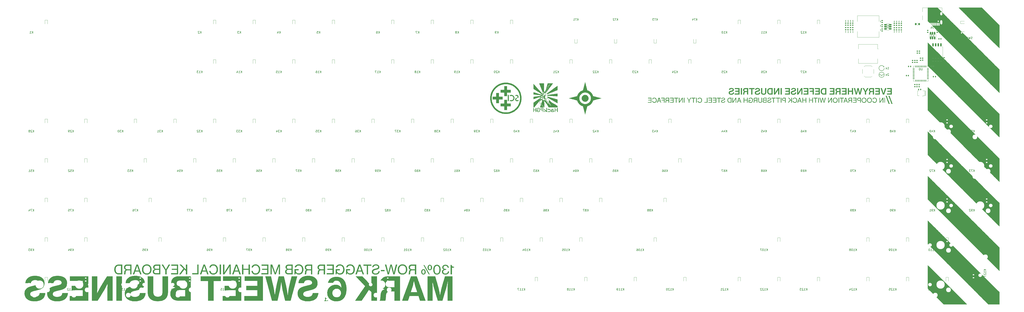
<source format=gbr>
%TF.GenerationSoftware,KiCad,Pcbnew,(6.0.7)*%
%TF.CreationDate,2022-09-27T13:03:32-04:00*%
%TF.ProjectId,SweetBusiness,53776565-7442-4757-9369-6e6573732e6b,rev?*%
%TF.SameCoordinates,Original*%
%TF.FileFunction,Legend,Bot*%
%TF.FilePolarity,Positive*%
%FSLAX46Y46*%
G04 Gerber Fmt 4.6, Leading zero omitted, Abs format (unit mm)*
G04 Created by KiCad (PCBNEW (6.0.7)) date 2022-09-27 13:03:32*
%MOMM*%
%LPD*%
G01*
G04 APERTURE LIST*
G04 Aperture macros list*
%AMRoundRect*
0 Rectangle with rounded corners*
0 $1 Rounding radius*
0 $2 $3 $4 $5 $6 $7 $8 $9 X,Y pos of 4 corners*
0 Add a 4 corners polygon primitive as box body*
4,1,4,$2,$3,$4,$5,$6,$7,$8,$9,$2,$3,0*
0 Add four circle primitives for the rounded corners*
1,1,$1+$1,$2,$3*
1,1,$1+$1,$4,$5*
1,1,$1+$1,$6,$7*
1,1,$1+$1,$8,$9*
0 Add four rect primitives between the rounded corners*
20,1,$1+$1,$2,$3,$4,$5,0*
20,1,$1+$1,$4,$5,$6,$7,0*
20,1,$1+$1,$6,$7,$8,$9,0*
20,1,$1+$1,$8,$9,$2,$3,0*%
G04 Aperture macros list end*
%ADD10C,0.150000*%
%ADD11C,0.300000*%
%ADD12C,0.040000*%
%ADD13C,0.120000*%
%ADD14C,3.200000*%
%ADD15R,2.000000X2.000000*%
%ADD16C,2.000000*%
%ADD17C,1.701800*%
%ADD18C,3.987800*%
%ADD19C,2.286000*%
%ADD20R,1.700000X1.700000*%
%ADD21O,1.700000X1.700000*%
%ADD22RoundRect,0.147500X-0.172500X0.147500X-0.172500X-0.147500X0.172500X-0.147500X0.172500X0.147500X0*%
%ADD23R,0.700000X0.600000*%
%ADD24RoundRect,0.147500X0.172500X-0.147500X0.172500X0.147500X-0.172500X0.147500X-0.172500X-0.147500X0*%
%ADD25RoundRect,0.150000X0.150000X-0.512500X0.150000X0.512500X-0.150000X0.512500X-0.150000X-0.512500X0*%
%ADD26RoundRect,0.050000X0.387500X0.050000X-0.387500X0.050000X-0.387500X-0.050000X0.387500X-0.050000X0*%
%ADD27RoundRect,0.050000X0.050000X0.387500X-0.050000X0.387500X-0.050000X-0.387500X0.050000X-0.387500X0*%
%ADD28R,2.550000X2.550000*%
%ADD29RoundRect,0.147500X-0.147500X-0.172500X0.147500X-0.172500X0.147500X0.172500X-0.147500X0.172500X0*%
%ADD30RoundRect,0.147500X0.147500X0.172500X-0.147500X0.172500X-0.147500X-0.172500X0.147500X-0.172500X0*%
%ADD31R,2.000000X4.200000*%
%ADD32RoundRect,0.150000X0.150000X-0.650000X0.150000X0.650000X-0.150000X0.650000X-0.150000X-0.650000X0*%
%ADD33R,1.800000X1.100000*%
%ADD34R,0.600000X0.700000*%
%ADD35R,3.500000X4.000000*%
%ADD36R,0.400000X1.900000*%
%ADD37RoundRect,0.218750X0.218750X0.256250X-0.218750X0.256250X-0.218750X-0.256250X0.218750X-0.256250X0*%
%ADD38C,0.650000*%
%ADD39R,0.600000X1.450000*%
%ADD40R,0.300000X1.450000*%
%ADD41O,1.000000X1.600000*%
%ADD42O,1.000000X2.100000*%
%ADD43RoundRect,0.150000X-0.512500X-0.150000X0.512500X-0.150000X0.512500X0.150000X-0.512500X0.150000X0*%
G04 APERTURE END LIST*
D10*
X413289750Y110553500D02*
X414051750Y110553500D01*
X414559750Y110045500D02*
X415067750Y110553500D01*
X415695673Y114328211D02*
X415448750Y114395250D01*
X415702750Y114649250D02*
X415695673Y114328211D01*
X415695653Y114328201D02*
G75*
G03*
X415829750Y113760250I-1135903J-568001D01*
G01*
X415067750Y110553500D02*
X415829750Y110553500D01*
X415829750Y110553500D02*
G75*
G03*
X415829750Y110553500I-1270000J0D01*
G01*
X414051750Y110553500D02*
X414559750Y110045500D01*
X415448750Y114395250D02*
X415702750Y114649250D01*
X418018826Y111037631D02*
X417971207Y111085250D01*
X417875969Y111132870D01*
X417637873Y111132870D01*
X417542635Y111085250D01*
X417495016Y111037631D01*
X417447397Y110942393D01*
X417447397Y110847155D01*
X417495016Y110704298D01*
X418066445Y110132870D01*
X417447397Y110132870D01*
X417114064Y110132870D02*
X416590254Y110799536D01*
X417114064Y110799536D02*
X416590254Y110132870D01*
X417447397Y113276120D02*
X418018826Y113276120D01*
X417733111Y113276120D02*
X417733111Y114276120D01*
X417828350Y114133262D01*
X417923588Y114038024D01*
X418018826Y113990405D01*
X417114064Y113276120D02*
X416590254Y113942786D01*
X417114064Y113942786D02*
X416590254Y113276120D01*
D11*
X148066035Y1813786D02*
X147994607Y1742358D01*
X148066035Y1670929D01*
X148137464Y1742358D01*
X148066035Y1813786D01*
X148066035Y1670929D01*
X146566035Y1670929D02*
X147423178Y1670929D01*
X146994607Y1670929D02*
X146994607Y3170929D01*
X147137464Y2956643D01*
X147280321Y2813786D01*
X147423178Y2742358D01*
D10*
%TO.C,KT4*%
X325794547Y136707620D02*
X325794547Y137707620D01*
X325223119Y136707620D02*
X325651690Y137279048D01*
X325223119Y137707620D02*
X325794547Y137136191D01*
X324937404Y137707620D02*
X324365976Y137707620D01*
X324651690Y136707620D02*
X324651690Y137707620D01*
X323604071Y137374286D02*
X323604071Y136707620D01*
X323842166Y137755239D02*
X324080261Y137040953D01*
X323461214Y137040953D01*
%TO.C,K70*%
X402058285Y63841520D02*
X402058285Y64841520D01*
X401486857Y63841520D02*
X401915428Y64412948D01*
X401486857Y64841520D02*
X402058285Y64270091D01*
X401153523Y64841520D02*
X400486857Y64841520D01*
X400915428Y63841520D01*
X399915428Y64841520D02*
X399820190Y64841520D01*
X399724952Y64793900D01*
X399677333Y64746281D01*
X399629714Y64651043D01*
X399582095Y64460567D01*
X399582095Y64222472D01*
X399629714Y64031996D01*
X399677333Y63936758D01*
X399724952Y63889139D01*
X399820190Y63841520D01*
X399915428Y63841520D01*
X400010666Y63889139D01*
X400058285Y63936758D01*
X400105904Y64031996D01*
X400153523Y64222472D01*
X400153523Y64460567D01*
X400105904Y64651043D01*
X400058285Y64746281D01*
X400010666Y64793900D01*
X399915428Y64841520D01*
%TO.C,K42*%
X278233285Y82891520D02*
X278233285Y83891520D01*
X277661857Y82891520D02*
X278090428Y83462948D01*
X277661857Y83891520D02*
X278233285Y83320091D01*
X276804714Y83558186D02*
X276804714Y82891520D01*
X277042809Y83939139D02*
X277280904Y83224853D01*
X276661857Y83224853D01*
X276328523Y83796281D02*
X276280904Y83843900D01*
X276185666Y83891520D01*
X275947571Y83891520D01*
X275852333Y83843900D01*
X275804714Y83796281D01*
X275757095Y83701043D01*
X275757095Y83605805D01*
X275804714Y83462948D01*
X276376142Y82891520D01*
X275757095Y82891520D01*
%TO.C,K44*%
X340145785Y82891520D02*
X340145785Y83891520D01*
X339574357Y82891520D02*
X340002928Y83462948D01*
X339574357Y83891520D02*
X340145785Y83320091D01*
X338717214Y83558186D02*
X338717214Y82891520D01*
X338955309Y83939139D02*
X339193404Y83224853D01*
X338574357Y83224853D01*
X337764833Y83558186D02*
X337764833Y82891520D01*
X338002928Y83939139D02*
X338241023Y83224853D01*
X337621976Y83224853D01*
%TO.C,K8*%
X211082095Y130516520D02*
X211082095Y131516520D01*
X210510666Y130516520D02*
X210939238Y131087948D01*
X210510666Y131516520D02*
X211082095Y130945091D01*
X209939238Y131087948D02*
X210034476Y131135567D01*
X210082095Y131183186D01*
X210129714Y131278424D01*
X210129714Y131326043D01*
X210082095Y131421281D01*
X210034476Y131468900D01*
X209939238Y131516520D01*
X209748761Y131516520D01*
X209653523Y131468900D01*
X209605904Y131421281D01*
X209558285Y131326043D01*
X209558285Y131278424D01*
X209605904Y131183186D01*
X209653523Y131135567D01*
X209748761Y131087948D01*
X209939238Y131087948D01*
X210034476Y131040329D01*
X210082095Y130992710D01*
X210129714Y130897472D01*
X210129714Y130706996D01*
X210082095Y130611758D01*
X210034476Y130564139D01*
X209939238Y130516520D01*
X209748761Y130516520D01*
X209653523Y130564139D01*
X209605904Y130611758D01*
X209558285Y130706996D01*
X209558285Y130897472D01*
X209605904Y130992710D01*
X209653523Y131040329D01*
X209748761Y131087948D01*
%TO.C,K125*%
X421584476Y6691520D02*
X421584476Y7691520D01*
X421013047Y6691520D02*
X421441619Y7262948D01*
X421013047Y7691520D02*
X421584476Y7120091D01*
X420060666Y6691520D02*
X420632095Y6691520D01*
X420346380Y6691520D02*
X420346380Y7691520D01*
X420441619Y7548662D01*
X420536857Y7453424D01*
X420632095Y7405805D01*
X419679714Y7596281D02*
X419632095Y7643900D01*
X419536857Y7691520D01*
X419298761Y7691520D01*
X419203523Y7643900D01*
X419155904Y7596281D01*
X419108285Y7501043D01*
X419108285Y7405805D01*
X419155904Y7262948D01*
X419727333Y6691520D01*
X419108285Y6691520D01*
X418203523Y7691520D02*
X418679714Y7691520D01*
X418727333Y7215329D01*
X418679714Y7262948D01*
X418584476Y7310567D01*
X418346380Y7310567D01*
X418251142Y7262948D01*
X418203523Y7215329D01*
X418155904Y7120091D01*
X418155904Y6881996D01*
X418203523Y6786758D01*
X418251142Y6739139D01*
X418346380Y6691520D01*
X418584476Y6691520D01*
X418679714Y6739139D01*
X418727333Y6786758D01*
%TO.C,K110*%
X440634476Y25741520D02*
X440634476Y26741520D01*
X440063047Y25741520D02*
X440491619Y26312948D01*
X440063047Y26741520D02*
X440634476Y26170091D01*
X439110666Y25741520D02*
X439682095Y25741520D01*
X439396380Y25741520D02*
X439396380Y26741520D01*
X439491619Y26598662D01*
X439586857Y26503424D01*
X439682095Y26455805D01*
X438158285Y25741520D02*
X438729714Y25741520D01*
X438444000Y25741520D02*
X438444000Y26741520D01*
X438539238Y26598662D01*
X438634476Y26503424D01*
X438729714Y26455805D01*
X437539238Y26741520D02*
X437444000Y26741520D01*
X437348761Y26693900D01*
X437301142Y26646281D01*
X437253523Y26551043D01*
X437205904Y26360567D01*
X437205904Y26122472D01*
X437253523Y25931996D01*
X437301142Y25836758D01*
X437348761Y25789139D01*
X437444000Y25741520D01*
X437539238Y25741520D01*
X437634476Y25789139D01*
X437682095Y25836758D01*
X437729714Y25931996D01*
X437777333Y26122472D01*
X437777333Y26360567D01*
X437729714Y26551043D01*
X437682095Y26646281D01*
X437634476Y26693900D01*
X437539238Y26741520D01*
%TO.C,K84*%
X216320785Y44791520D02*
X216320785Y45791520D01*
X215749357Y44791520D02*
X216177928Y45362948D01*
X215749357Y45791520D02*
X216320785Y45220091D01*
X215177928Y45362948D02*
X215273166Y45410567D01*
X215320785Y45458186D01*
X215368404Y45553424D01*
X215368404Y45601043D01*
X215320785Y45696281D01*
X215273166Y45743900D01*
X215177928Y45791520D01*
X214987452Y45791520D01*
X214892214Y45743900D01*
X214844595Y45696281D01*
X214796976Y45601043D01*
X214796976Y45553424D01*
X214844595Y45458186D01*
X214892214Y45410567D01*
X214987452Y45362948D01*
X215177928Y45362948D01*
X215273166Y45315329D01*
X215320785Y45267710D01*
X215368404Y45172472D01*
X215368404Y44981996D01*
X215320785Y44886758D01*
X215273166Y44839139D01*
X215177928Y44791520D01*
X214987452Y44791520D01*
X214892214Y44839139D01*
X214844595Y44886758D01*
X214796976Y44981996D01*
X214796976Y45172472D01*
X214844595Y45267710D01*
X214892214Y45315329D01*
X214987452Y45362948D01*
X213939833Y45458186D02*
X213939833Y44791520D01*
X214177928Y45839139D02*
X214416023Y45124853D01*
X213796976Y45124853D01*
%TO.C,K79*%
X121070785Y44791520D02*
X121070785Y45791520D01*
X120499357Y44791520D02*
X120927928Y45362948D01*
X120499357Y45791520D02*
X121070785Y45220091D01*
X120166023Y45791520D02*
X119499357Y45791520D01*
X119927928Y44791520D01*
X119070785Y44791520D02*
X118880309Y44791520D01*
X118785071Y44839139D01*
X118737452Y44886758D01*
X118642214Y45029615D01*
X118594595Y45220091D01*
X118594595Y45601043D01*
X118642214Y45696281D01*
X118689833Y45743900D01*
X118785071Y45791520D01*
X118975547Y45791520D01*
X119070785Y45743900D01*
X119118404Y45696281D01*
X119166023Y45601043D01*
X119166023Y45362948D01*
X119118404Y45267710D01*
X119070785Y45220091D01*
X118975547Y45172472D01*
X118785071Y45172472D01*
X118689833Y45220091D01*
X118642214Y45267710D01*
X118594595Y45362948D01*
%TO.C,K38*%
X202033285Y82891520D02*
X202033285Y83891520D01*
X201461857Y82891520D02*
X201890428Y83462948D01*
X201461857Y83891520D02*
X202033285Y83320091D01*
X201128523Y83891520D02*
X200509476Y83891520D01*
X200842809Y83510567D01*
X200699952Y83510567D01*
X200604714Y83462948D01*
X200557095Y83415329D01*
X200509476Y83320091D01*
X200509476Y83081996D01*
X200557095Y82986758D01*
X200604714Y82939139D01*
X200699952Y82891520D01*
X200985666Y82891520D01*
X201080904Y82939139D01*
X201128523Y82986758D01*
X199938047Y83462948D02*
X200033285Y83510567D01*
X200080904Y83558186D01*
X200128523Y83653424D01*
X200128523Y83701043D01*
X200080904Y83796281D01*
X200033285Y83843900D01*
X199938047Y83891520D01*
X199747571Y83891520D01*
X199652333Y83843900D01*
X199604714Y83796281D01*
X199557095Y83701043D01*
X199557095Y83653424D01*
X199604714Y83558186D01*
X199652333Y83510567D01*
X199747571Y83462948D01*
X199938047Y83462948D01*
X200033285Y83415329D01*
X200080904Y83367710D01*
X200128523Y83272472D01*
X200128523Y83081996D01*
X200080904Y82986758D01*
X200033285Y82939139D01*
X199938047Y82891520D01*
X199747571Y82891520D01*
X199652333Y82939139D01*
X199604714Y82986758D01*
X199557095Y83081996D01*
X199557095Y83272472D01*
X199604714Y83367710D01*
X199652333Y83415329D01*
X199747571Y83462948D01*
%TO.C,K37*%
X182983285Y82891520D02*
X182983285Y83891520D01*
X182411857Y82891520D02*
X182840428Y83462948D01*
X182411857Y83891520D02*
X182983285Y83320091D01*
X182078523Y83891520D02*
X181459476Y83891520D01*
X181792809Y83510567D01*
X181649952Y83510567D01*
X181554714Y83462948D01*
X181507095Y83415329D01*
X181459476Y83320091D01*
X181459476Y83081996D01*
X181507095Y82986758D01*
X181554714Y82939139D01*
X181649952Y82891520D01*
X181935666Y82891520D01*
X182030904Y82939139D01*
X182078523Y82986758D01*
X181126142Y83891520D02*
X180459476Y83891520D01*
X180888047Y82891520D01*
%TO.C,K29*%
X25820785Y82891520D02*
X25820785Y83891520D01*
X25249357Y82891520D02*
X25677928Y83462948D01*
X25249357Y83891520D02*
X25820785Y83320091D01*
X24868404Y83796281D02*
X24820785Y83843900D01*
X24725547Y83891520D01*
X24487452Y83891520D01*
X24392214Y83843900D01*
X24344595Y83796281D01*
X24296976Y83701043D01*
X24296976Y83605805D01*
X24344595Y83462948D01*
X24916023Y82891520D01*
X24296976Y82891520D01*
X23820785Y82891520D02*
X23630309Y82891520D01*
X23535071Y82939139D01*
X23487452Y82986758D01*
X23392214Y83129615D01*
X23344595Y83320091D01*
X23344595Y83701043D01*
X23392214Y83796281D01*
X23439833Y83843900D01*
X23535071Y83891520D01*
X23725547Y83891520D01*
X23820785Y83843900D01*
X23868404Y83796281D01*
X23916023Y83701043D01*
X23916023Y83462948D01*
X23868404Y83367710D01*
X23820785Y83320091D01*
X23725547Y83272472D01*
X23535071Y83272472D01*
X23439833Y83320091D01*
X23392214Y83367710D01*
X23344595Y83462948D01*
%TO.C,K49*%
X440158285Y82891520D02*
X440158285Y83891520D01*
X439586857Y82891520D02*
X440015428Y83462948D01*
X439586857Y83891520D02*
X440158285Y83320091D01*
X438729714Y83558186D02*
X438729714Y82891520D01*
X438967809Y83939139D02*
X439205904Y83224853D01*
X438586857Y83224853D01*
X438158285Y82891520D02*
X437967809Y82891520D01*
X437872571Y82939139D01*
X437824952Y82986758D01*
X437729714Y83129615D01*
X437682095Y83320091D01*
X437682095Y83701043D01*
X437729714Y83796281D01*
X437777333Y83843900D01*
X437872571Y83891520D01*
X438063047Y83891520D01*
X438158285Y83843900D01*
X438205904Y83796281D01*
X438253523Y83701043D01*
X438253523Y83462948D01*
X438205904Y83367710D01*
X438158285Y83320091D01*
X438063047Y83272472D01*
X437872571Y83272472D01*
X437777333Y83320091D01*
X437729714Y83367710D01*
X437682095Y83462948D01*
%TO.C,K82*%
X178220785Y44791520D02*
X178220785Y45791520D01*
X177649357Y44791520D02*
X178077928Y45362948D01*
X177649357Y45791520D02*
X178220785Y45220091D01*
X177077928Y45362948D02*
X177173166Y45410567D01*
X177220785Y45458186D01*
X177268404Y45553424D01*
X177268404Y45601043D01*
X177220785Y45696281D01*
X177173166Y45743900D01*
X177077928Y45791520D01*
X176887452Y45791520D01*
X176792214Y45743900D01*
X176744595Y45696281D01*
X176696976Y45601043D01*
X176696976Y45553424D01*
X176744595Y45458186D01*
X176792214Y45410567D01*
X176887452Y45362948D01*
X177077928Y45362948D01*
X177173166Y45315329D01*
X177220785Y45267710D01*
X177268404Y45172472D01*
X177268404Y44981996D01*
X177220785Y44886758D01*
X177173166Y44839139D01*
X177077928Y44791520D01*
X176887452Y44791520D01*
X176792214Y44839139D01*
X176744595Y44886758D01*
X176696976Y44981996D01*
X176696976Y45172472D01*
X176744595Y45267710D01*
X176792214Y45315329D01*
X176887452Y45362948D01*
X176316023Y45696281D02*
X176268404Y45743900D01*
X176173166Y45791520D01*
X175935071Y45791520D01*
X175839833Y45743900D01*
X175792214Y45696281D01*
X175744595Y45601043D01*
X175744595Y45505805D01*
X175792214Y45362948D01*
X176363642Y44791520D01*
X175744595Y44791520D01*
%TO.C,K3*%
X106307095Y130516520D02*
X106307095Y131516520D01*
X105735666Y130516520D02*
X106164238Y131087948D01*
X105735666Y131516520D02*
X106307095Y130945091D01*
X105402333Y131516520D02*
X104783285Y131516520D01*
X105116619Y131135567D01*
X104973761Y131135567D01*
X104878523Y131087948D01*
X104830904Y131040329D01*
X104783285Y130945091D01*
X104783285Y130706996D01*
X104830904Y130611758D01*
X104878523Y130564139D01*
X104973761Y130516520D01*
X105259476Y130516520D01*
X105354714Y130564139D01*
X105402333Y130611758D01*
%TO.C,K39*%
X221083285Y82891520D02*
X221083285Y83891520D01*
X220511857Y82891520D02*
X220940428Y83462948D01*
X220511857Y83891520D02*
X221083285Y83320091D01*
X220178523Y83891520D02*
X219559476Y83891520D01*
X219892809Y83510567D01*
X219749952Y83510567D01*
X219654714Y83462948D01*
X219607095Y83415329D01*
X219559476Y83320091D01*
X219559476Y83081996D01*
X219607095Y82986758D01*
X219654714Y82939139D01*
X219749952Y82891520D01*
X220035666Y82891520D01*
X220130904Y82939139D01*
X220178523Y82986758D01*
X219083285Y82891520D02*
X218892809Y82891520D01*
X218797571Y82939139D01*
X218749952Y82986758D01*
X218654714Y83129615D01*
X218607095Y83320091D01*
X218607095Y83701043D01*
X218654714Y83796281D01*
X218702333Y83843900D01*
X218797571Y83891520D01*
X218988047Y83891520D01*
X219083285Y83843900D01*
X219130904Y83796281D01*
X219178523Y83701043D01*
X219178523Y83462948D01*
X219130904Y83367710D01*
X219083285Y83320091D01*
X218988047Y83272472D01*
X218797571Y83272472D01*
X218702333Y83320091D01*
X218654714Y83367710D01*
X218607095Y83462948D01*
%TO.C,K123*%
X378721976Y6691520D02*
X378721976Y7691520D01*
X378150547Y6691520D02*
X378579119Y7262948D01*
X378150547Y7691520D02*
X378721976Y7120091D01*
X377198166Y6691520D02*
X377769595Y6691520D01*
X377483880Y6691520D02*
X377483880Y7691520D01*
X377579119Y7548662D01*
X377674357Y7453424D01*
X377769595Y7405805D01*
X376817214Y7596281D02*
X376769595Y7643900D01*
X376674357Y7691520D01*
X376436261Y7691520D01*
X376341023Y7643900D01*
X376293404Y7596281D01*
X376245785Y7501043D01*
X376245785Y7405805D01*
X376293404Y7262948D01*
X376864833Y6691520D01*
X376245785Y6691520D01*
X375912452Y7691520D02*
X375293404Y7691520D01*
X375626738Y7310567D01*
X375483880Y7310567D01*
X375388642Y7262948D01*
X375341023Y7215329D01*
X375293404Y7120091D01*
X375293404Y6881996D01*
X375341023Y6786758D01*
X375388642Y6739139D01*
X375483880Y6691520D01*
X375769595Y6691520D01*
X375864833Y6739139D01*
X375912452Y6786758D01*
%TO.C,K24*%
X316333285Y111466520D02*
X316333285Y112466520D01*
X315761857Y111466520D02*
X316190428Y112037948D01*
X315761857Y112466520D02*
X316333285Y111895091D01*
X315380904Y112371281D02*
X315333285Y112418900D01*
X315238047Y112466520D01*
X314999952Y112466520D01*
X314904714Y112418900D01*
X314857095Y112371281D01*
X314809476Y112276043D01*
X314809476Y112180805D01*
X314857095Y112037948D01*
X315428523Y111466520D01*
X314809476Y111466520D01*
X313952333Y112133186D02*
X313952333Y111466520D01*
X314190428Y112514139D02*
X314428523Y111799853D01*
X313809476Y111799853D01*
%TO.C,K17*%
X173458285Y111466520D02*
X173458285Y112466520D01*
X172886857Y111466520D02*
X173315428Y112037948D01*
X172886857Y112466520D02*
X173458285Y111895091D01*
X171934476Y111466520D02*
X172505904Y111466520D01*
X172220190Y111466520D02*
X172220190Y112466520D01*
X172315428Y112323662D01*
X172410666Y112228424D01*
X172505904Y112180805D01*
X171601142Y112466520D02*
X170934476Y112466520D01*
X171363047Y111466520D01*
%TO.C,K73*%
X459208285Y63841520D02*
X459208285Y64841520D01*
X458636857Y63841520D02*
X459065428Y64412948D01*
X458636857Y64841520D02*
X459208285Y64270091D01*
X458303523Y64841520D02*
X457636857Y64841520D01*
X458065428Y63841520D01*
X457351142Y64841520D02*
X456732095Y64841520D01*
X457065428Y64460567D01*
X456922571Y64460567D01*
X456827333Y64412948D01*
X456779714Y64365329D01*
X456732095Y64270091D01*
X456732095Y64031996D01*
X456779714Y63936758D01*
X456827333Y63889139D01*
X456922571Y63841520D01*
X457208285Y63841520D01*
X457303523Y63889139D01*
X457351142Y63936758D01*
%TO.C,K35*%
X144883285Y82891520D02*
X144883285Y83891520D01*
X144311857Y82891520D02*
X144740428Y83462948D01*
X144311857Y83891520D02*
X144883285Y83320091D01*
X143978523Y83891520D02*
X143359476Y83891520D01*
X143692809Y83510567D01*
X143549952Y83510567D01*
X143454714Y83462948D01*
X143407095Y83415329D01*
X143359476Y83320091D01*
X143359476Y83081996D01*
X143407095Y82986758D01*
X143454714Y82939139D01*
X143549952Y82891520D01*
X143835666Y82891520D01*
X143930904Y82939139D01*
X143978523Y82986758D01*
X142454714Y83891520D02*
X142930904Y83891520D01*
X142978523Y83415329D01*
X142930904Y83462948D01*
X142835666Y83510567D01*
X142597571Y83510567D01*
X142502333Y83462948D01*
X142454714Y83415329D01*
X142407095Y83320091D01*
X142407095Y83081996D01*
X142454714Y82986758D01*
X142502333Y82939139D01*
X142597571Y82891520D01*
X142835666Y82891520D01*
X142930904Y82939139D01*
X142978523Y82986758D01*
%TO.C,K92*%
X459208285Y44791520D02*
X459208285Y45791520D01*
X458636857Y44791520D02*
X459065428Y45362948D01*
X458636857Y45791520D02*
X459208285Y45220091D01*
X458160666Y44791520D02*
X457970190Y44791520D01*
X457874952Y44839139D01*
X457827333Y44886758D01*
X457732095Y45029615D01*
X457684476Y45220091D01*
X457684476Y45601043D01*
X457732095Y45696281D01*
X457779714Y45743900D01*
X457874952Y45791520D01*
X458065428Y45791520D01*
X458160666Y45743900D01*
X458208285Y45696281D01*
X458255904Y45601043D01*
X458255904Y45362948D01*
X458208285Y45267710D01*
X458160666Y45220091D01*
X458065428Y45172472D01*
X457874952Y45172472D01*
X457779714Y45220091D01*
X457732095Y45267710D01*
X457684476Y45362948D01*
X457303523Y45696281D02*
X457255904Y45743900D01*
X457160666Y45791520D01*
X456922571Y45791520D01*
X456827333Y45743900D01*
X456779714Y45696281D01*
X456732095Y45601043D01*
X456732095Y45505805D01*
X456779714Y45362948D01*
X457351142Y44791520D01*
X456732095Y44791520D01*
%TO.C,K61*%
X211558285Y63841520D02*
X211558285Y64841520D01*
X210986857Y63841520D02*
X211415428Y64412948D01*
X210986857Y64841520D02*
X211558285Y64270091D01*
X210129714Y64841520D02*
X210320190Y64841520D01*
X210415428Y64793900D01*
X210463047Y64746281D01*
X210558285Y64603424D01*
X210605904Y64412948D01*
X210605904Y64031996D01*
X210558285Y63936758D01*
X210510666Y63889139D01*
X210415428Y63841520D01*
X210224952Y63841520D01*
X210129714Y63889139D01*
X210082095Y63936758D01*
X210034476Y64031996D01*
X210034476Y64270091D01*
X210082095Y64365329D01*
X210129714Y64412948D01*
X210224952Y64460567D01*
X210415428Y64460567D01*
X210510666Y64412948D01*
X210558285Y64365329D01*
X210605904Y64270091D01*
X209082095Y63841520D02*
X209653523Y63841520D01*
X209367809Y63841520D02*
X209367809Y64841520D01*
X209463047Y64698662D01*
X209558285Y64603424D01*
X209653523Y64555805D01*
%TO.C,K30*%
X49633285Y82891520D02*
X49633285Y83891520D01*
X49061857Y82891520D02*
X49490428Y83462948D01*
X49061857Y83891520D02*
X49633285Y83320091D01*
X48728523Y83891520D02*
X48109476Y83891520D01*
X48442809Y83510567D01*
X48299952Y83510567D01*
X48204714Y83462948D01*
X48157095Y83415329D01*
X48109476Y83320091D01*
X48109476Y83081996D01*
X48157095Y82986758D01*
X48204714Y82939139D01*
X48299952Y82891520D01*
X48585666Y82891520D01*
X48680904Y82939139D01*
X48728523Y82986758D01*
X47490428Y83891520D02*
X47395190Y83891520D01*
X47299952Y83843900D01*
X47252333Y83796281D01*
X47204714Y83701043D01*
X47157095Y83510567D01*
X47157095Y83272472D01*
X47204714Y83081996D01*
X47252333Y82986758D01*
X47299952Y82939139D01*
X47395190Y82891520D01*
X47490428Y82891520D01*
X47585666Y82939139D01*
X47633285Y82986758D01*
X47680904Y83081996D01*
X47728523Y83272472D01*
X47728523Y83510567D01*
X47680904Y83701043D01*
X47633285Y83796281D01*
X47585666Y83843900D01*
X47490428Y83891520D01*
%TO.C,K83*%
X197270785Y44791520D02*
X197270785Y45791520D01*
X196699357Y44791520D02*
X197127928Y45362948D01*
X196699357Y45791520D02*
X197270785Y45220091D01*
X196127928Y45362948D02*
X196223166Y45410567D01*
X196270785Y45458186D01*
X196318404Y45553424D01*
X196318404Y45601043D01*
X196270785Y45696281D01*
X196223166Y45743900D01*
X196127928Y45791520D01*
X195937452Y45791520D01*
X195842214Y45743900D01*
X195794595Y45696281D01*
X195746976Y45601043D01*
X195746976Y45553424D01*
X195794595Y45458186D01*
X195842214Y45410567D01*
X195937452Y45362948D01*
X196127928Y45362948D01*
X196223166Y45315329D01*
X196270785Y45267710D01*
X196318404Y45172472D01*
X196318404Y44981996D01*
X196270785Y44886758D01*
X196223166Y44839139D01*
X196127928Y44791520D01*
X195937452Y44791520D01*
X195842214Y44839139D01*
X195794595Y44886758D01*
X195746976Y44981996D01*
X195746976Y45172472D01*
X195794595Y45267710D01*
X195842214Y45315329D01*
X195937452Y45362948D01*
X195413642Y45791520D02*
X194794595Y45791520D01*
X195127928Y45410567D01*
X194985071Y45410567D01*
X194889833Y45362948D01*
X194842214Y45315329D01*
X194794595Y45220091D01*
X194794595Y44981996D01*
X194842214Y44886758D01*
X194889833Y44839139D01*
X194985071Y44791520D01*
X195270785Y44791520D01*
X195366023Y44839139D01*
X195413642Y44886758D01*
%TO.C,K81*%
X159170785Y44791520D02*
X159170785Y45791520D01*
X158599357Y44791520D02*
X159027928Y45362948D01*
X158599357Y45791520D02*
X159170785Y45220091D01*
X158027928Y45362948D02*
X158123166Y45410567D01*
X158170785Y45458186D01*
X158218404Y45553424D01*
X158218404Y45601043D01*
X158170785Y45696281D01*
X158123166Y45743900D01*
X158027928Y45791520D01*
X157837452Y45791520D01*
X157742214Y45743900D01*
X157694595Y45696281D01*
X157646976Y45601043D01*
X157646976Y45553424D01*
X157694595Y45458186D01*
X157742214Y45410567D01*
X157837452Y45362948D01*
X158027928Y45362948D01*
X158123166Y45315329D01*
X158170785Y45267710D01*
X158218404Y45172472D01*
X158218404Y44981996D01*
X158170785Y44886758D01*
X158123166Y44839139D01*
X158027928Y44791520D01*
X157837452Y44791520D01*
X157742214Y44839139D01*
X157694595Y44886758D01*
X157646976Y44981996D01*
X157646976Y45172472D01*
X157694595Y45267710D01*
X157742214Y45315329D01*
X157837452Y45362948D01*
X156694595Y44791520D02*
X157266023Y44791520D01*
X156980309Y44791520D02*
X156980309Y45791520D01*
X157075547Y45648662D01*
X157170785Y45553424D01*
X157266023Y45505805D01*
%TO.C,K90*%
X421108285Y44791520D02*
X421108285Y45791520D01*
X420536857Y44791520D02*
X420965428Y45362948D01*
X420536857Y45791520D02*
X421108285Y45220091D01*
X420060666Y44791520D02*
X419870190Y44791520D01*
X419774952Y44839139D01*
X419727333Y44886758D01*
X419632095Y45029615D01*
X419584476Y45220091D01*
X419584476Y45601043D01*
X419632095Y45696281D01*
X419679714Y45743900D01*
X419774952Y45791520D01*
X419965428Y45791520D01*
X420060666Y45743900D01*
X420108285Y45696281D01*
X420155904Y45601043D01*
X420155904Y45362948D01*
X420108285Y45267710D01*
X420060666Y45220091D01*
X419965428Y45172472D01*
X419774952Y45172472D01*
X419679714Y45220091D01*
X419632095Y45267710D01*
X419584476Y45362948D01*
X418965428Y45791520D02*
X418870190Y45791520D01*
X418774952Y45743900D01*
X418727333Y45696281D01*
X418679714Y45601043D01*
X418632095Y45410567D01*
X418632095Y45172472D01*
X418679714Y44981996D01*
X418727333Y44886758D01*
X418774952Y44839139D01*
X418870190Y44791520D01*
X418965428Y44791520D01*
X419060666Y44839139D01*
X419108285Y44886758D01*
X419155904Y44981996D01*
X419203523Y45172472D01*
X419203523Y45410567D01*
X419155904Y45601043D01*
X419108285Y45696281D01*
X419060666Y45743900D01*
X418965428Y45791520D01*
%TO.C,K20*%
X230608285Y111466520D02*
X230608285Y112466520D01*
X230036857Y111466520D02*
X230465428Y112037948D01*
X230036857Y112466520D02*
X230608285Y111895091D01*
X229655904Y112371281D02*
X229608285Y112418900D01*
X229513047Y112466520D01*
X229274952Y112466520D01*
X229179714Y112418900D01*
X229132095Y112371281D01*
X229084476Y112276043D01*
X229084476Y112180805D01*
X229132095Y112037948D01*
X229703523Y111466520D01*
X229084476Y111466520D01*
X228465428Y112466520D02*
X228370190Y112466520D01*
X228274952Y112418900D01*
X228227333Y112371281D01*
X228179714Y112276043D01*
X228132095Y112085567D01*
X228132095Y111847472D01*
X228179714Y111656996D01*
X228227333Y111561758D01*
X228274952Y111514139D01*
X228370190Y111466520D01*
X228465428Y111466520D01*
X228560666Y111514139D01*
X228608285Y111561758D01*
X228655904Y111656996D01*
X228703523Y111847472D01*
X228703523Y112085567D01*
X228655904Y112276043D01*
X228608285Y112371281D01*
X228560666Y112418900D01*
X228465428Y112466520D01*
%TO.C,K59*%
X173458285Y63841520D02*
X173458285Y64841520D01*
X172886857Y63841520D02*
X173315428Y64412948D01*
X172886857Y64841520D02*
X173458285Y64270091D01*
X171982095Y64841520D02*
X172458285Y64841520D01*
X172505904Y64365329D01*
X172458285Y64412948D01*
X172363047Y64460567D01*
X172124952Y64460567D01*
X172029714Y64412948D01*
X171982095Y64365329D01*
X171934476Y64270091D01*
X171934476Y64031996D01*
X171982095Y63936758D01*
X172029714Y63889139D01*
X172124952Y63841520D01*
X172363047Y63841520D01*
X172458285Y63889139D01*
X172505904Y63936758D01*
X171458285Y63841520D02*
X171267809Y63841520D01*
X171172571Y63889139D01*
X171124952Y63936758D01*
X171029714Y64079615D01*
X170982095Y64270091D01*
X170982095Y64651043D01*
X171029714Y64746281D01*
X171077333Y64793900D01*
X171172571Y64841520D01*
X171363047Y64841520D01*
X171458285Y64793900D01*
X171505904Y64746281D01*
X171553523Y64651043D01*
X171553523Y64412948D01*
X171505904Y64317710D01*
X171458285Y64270091D01*
X171363047Y64222472D01*
X171172571Y64222472D01*
X171077333Y64270091D01*
X171029714Y64317710D01*
X170982095Y64412948D01*
%TO.C,K95*%
X61539535Y25741520D02*
X61539535Y26741520D01*
X60968107Y25741520D02*
X61396678Y26312948D01*
X60968107Y26741520D02*
X61539535Y26170091D01*
X60491916Y25741520D02*
X60301440Y25741520D01*
X60206202Y25789139D01*
X60158583Y25836758D01*
X60063345Y25979615D01*
X60015726Y26170091D01*
X60015726Y26551043D01*
X60063345Y26646281D01*
X60110964Y26693900D01*
X60206202Y26741520D01*
X60396678Y26741520D01*
X60491916Y26693900D01*
X60539535Y26646281D01*
X60587154Y26551043D01*
X60587154Y26312948D01*
X60539535Y26217710D01*
X60491916Y26170091D01*
X60396678Y26122472D01*
X60206202Y26122472D01*
X60110964Y26170091D01*
X60063345Y26217710D01*
X60015726Y26312948D01*
X59110964Y26741520D02*
X59587154Y26741520D01*
X59634773Y26265329D01*
X59587154Y26312948D01*
X59491916Y26360567D01*
X59253821Y26360567D01*
X59158583Y26312948D01*
X59110964Y26265329D01*
X59063345Y26170091D01*
X59063345Y25931996D01*
X59110964Y25836758D01*
X59158583Y25789139D01*
X59253821Y25741520D01*
X59491916Y25741520D01*
X59587154Y25789139D01*
X59634773Y25836758D01*
%TO.C,K111*%
X7246976Y6691520D02*
X7246976Y7691520D01*
X6675547Y6691520D02*
X7104119Y7262948D01*
X6675547Y7691520D02*
X7246976Y7120091D01*
X5723166Y6691520D02*
X6294595Y6691520D01*
X6008880Y6691520D02*
X6008880Y7691520D01*
X6104119Y7548662D01*
X6199357Y7453424D01*
X6294595Y7405805D01*
X4770785Y6691520D02*
X5342214Y6691520D01*
X5056500Y6691520D02*
X5056500Y7691520D01*
X5151738Y7548662D01*
X5246976Y7453424D01*
X5342214Y7405805D01*
X3818404Y6691520D02*
X4389833Y6691520D01*
X4104119Y6691520D02*
X4104119Y7691520D01*
X4199357Y7548662D01*
X4294595Y7453424D01*
X4389833Y7405805D01*
%TO.C,K50*%
X459208285Y82891520D02*
X459208285Y83891520D01*
X458636857Y82891520D02*
X459065428Y83462948D01*
X458636857Y83891520D02*
X459208285Y83320091D01*
X457732095Y83891520D02*
X458208285Y83891520D01*
X458255904Y83415329D01*
X458208285Y83462948D01*
X458113047Y83510567D01*
X457874952Y83510567D01*
X457779714Y83462948D01*
X457732095Y83415329D01*
X457684476Y83320091D01*
X457684476Y83081996D01*
X457732095Y82986758D01*
X457779714Y82939139D01*
X457874952Y82891520D01*
X458113047Y82891520D01*
X458208285Y82939139D01*
X458255904Y82986758D01*
X457065428Y83891520D02*
X456970190Y83891520D01*
X456874952Y83843900D01*
X456827333Y83796281D01*
X456779714Y83701043D01*
X456732095Y83510567D01*
X456732095Y83272472D01*
X456779714Y83081996D01*
X456827333Y82986758D01*
X456874952Y82939139D01*
X456970190Y82891520D01*
X457065428Y82891520D01*
X457160666Y82939139D01*
X457208285Y82986758D01*
X457255904Y83081996D01*
X457303523Y83272472D01*
X457303523Y83510567D01*
X457255904Y83701043D01*
X457208285Y83796281D01*
X457160666Y83843900D01*
X457065428Y83891520D01*
%TO.C,K104*%
X245371976Y25741520D02*
X245371976Y26741520D01*
X244800547Y25741520D02*
X245229119Y26312948D01*
X244800547Y26741520D02*
X245371976Y26170091D01*
X243848166Y25741520D02*
X244419595Y25741520D01*
X244133880Y25741520D02*
X244133880Y26741520D01*
X244229119Y26598662D01*
X244324357Y26503424D01*
X244419595Y26455805D01*
X243229119Y26741520D02*
X243133880Y26741520D01*
X243038642Y26693900D01*
X242991023Y26646281D01*
X242943404Y26551043D01*
X242895785Y26360567D01*
X242895785Y26122472D01*
X242943404Y25931996D01*
X242991023Y25836758D01*
X243038642Y25789139D01*
X243133880Y25741520D01*
X243229119Y25741520D01*
X243324357Y25789139D01*
X243371976Y25836758D01*
X243419595Y25931996D01*
X243467214Y26122472D01*
X243467214Y26360567D01*
X243419595Y26551043D01*
X243371976Y26646281D01*
X243324357Y26693900D01*
X243229119Y26741520D01*
X242038642Y26408186D02*
X242038642Y25741520D01*
X242276738Y26789139D02*
X242514833Y26074853D01*
X241895785Y26074853D01*
%TO.C,K25*%
X340145785Y111466520D02*
X340145785Y112466520D01*
X339574357Y111466520D02*
X340002928Y112037948D01*
X339574357Y112466520D02*
X340145785Y111895091D01*
X339193404Y112371281D02*
X339145785Y112418900D01*
X339050547Y112466520D01*
X338812452Y112466520D01*
X338717214Y112418900D01*
X338669595Y112371281D01*
X338621976Y112276043D01*
X338621976Y112180805D01*
X338669595Y112037948D01*
X339241023Y111466520D01*
X338621976Y111466520D01*
X337717214Y112466520D02*
X338193404Y112466520D01*
X338241023Y111990329D01*
X338193404Y112037948D01*
X338098166Y112085567D01*
X337860071Y112085567D01*
X337764833Y112037948D01*
X337717214Y111990329D01*
X337669595Y111895091D01*
X337669595Y111656996D01*
X337717214Y111561758D01*
X337764833Y111514139D01*
X337860071Y111466520D01*
X338098166Y111466520D01*
X338193404Y111514139D01*
X338241023Y111561758D01*
%TO.C,K52*%
X25820785Y63841520D02*
X25820785Y64841520D01*
X25249357Y63841520D02*
X25677928Y64412948D01*
X25249357Y64841520D02*
X25820785Y64270091D01*
X24344595Y64841520D02*
X24820785Y64841520D01*
X24868404Y64365329D01*
X24820785Y64412948D01*
X24725547Y64460567D01*
X24487452Y64460567D01*
X24392214Y64412948D01*
X24344595Y64365329D01*
X24296976Y64270091D01*
X24296976Y64031996D01*
X24344595Y63936758D01*
X24392214Y63889139D01*
X24487452Y63841520D01*
X24725547Y63841520D01*
X24820785Y63889139D01*
X24868404Y63936758D01*
X23916023Y64746281D02*
X23868404Y64793900D01*
X23773166Y64841520D01*
X23535071Y64841520D01*
X23439833Y64793900D01*
X23392214Y64746281D01*
X23344595Y64651043D01*
X23344595Y64555805D01*
X23392214Y64412948D01*
X23963642Y63841520D01*
X23344595Y63841520D01*
%TO.C,K2*%
X87257095Y130516520D02*
X87257095Y131516520D01*
X86685666Y130516520D02*
X87114238Y131087948D01*
X86685666Y131516520D02*
X87257095Y130945091D01*
X86304714Y131421281D02*
X86257095Y131468900D01*
X86161857Y131516520D01*
X85923761Y131516520D01*
X85828523Y131468900D01*
X85780904Y131421281D01*
X85733285Y131326043D01*
X85733285Y131230805D01*
X85780904Y131087948D01*
X86352333Y130516520D01*
X85733285Y130516520D01*
%TO.C,K100*%
X169171976Y25741520D02*
X169171976Y26741520D01*
X168600547Y25741520D02*
X169029119Y26312948D01*
X168600547Y26741520D02*
X169171976Y26170091D01*
X167648166Y25741520D02*
X168219595Y25741520D01*
X167933880Y25741520D02*
X167933880Y26741520D01*
X168029119Y26598662D01*
X168124357Y26503424D01*
X168219595Y26455805D01*
X167029119Y26741520D02*
X166933880Y26741520D01*
X166838642Y26693900D01*
X166791023Y26646281D01*
X166743404Y26551043D01*
X166695785Y26360567D01*
X166695785Y26122472D01*
X166743404Y25931996D01*
X166791023Y25836758D01*
X166838642Y25789139D01*
X166933880Y25741520D01*
X167029119Y25741520D01*
X167124357Y25789139D01*
X167171976Y25836758D01*
X167219595Y25931996D01*
X167267214Y26122472D01*
X167267214Y26360567D01*
X167219595Y26551043D01*
X167171976Y26646281D01*
X167124357Y26693900D01*
X167029119Y26741520D01*
X166076738Y26741520D02*
X165981500Y26741520D01*
X165886261Y26693900D01*
X165838642Y26646281D01*
X165791023Y26551043D01*
X165743404Y26360567D01*
X165743404Y26122472D01*
X165791023Y25931996D01*
X165838642Y25836758D01*
X165886261Y25789139D01*
X165981500Y25741520D01*
X166076738Y25741520D01*
X166171976Y25789139D01*
X166219595Y25836758D01*
X166267214Y25931996D01*
X166314833Y26122472D01*
X166314833Y26360567D01*
X166267214Y26551043D01*
X166219595Y26646281D01*
X166171976Y26693900D01*
X166076738Y26741520D01*
%TO.C,K89*%
X402058285Y44791520D02*
X402058285Y45791520D01*
X401486857Y44791520D02*
X401915428Y45362948D01*
X401486857Y45791520D02*
X402058285Y45220091D01*
X400915428Y45362948D02*
X401010666Y45410567D01*
X401058285Y45458186D01*
X401105904Y45553424D01*
X401105904Y45601043D01*
X401058285Y45696281D01*
X401010666Y45743900D01*
X400915428Y45791520D01*
X400724952Y45791520D01*
X400629714Y45743900D01*
X400582095Y45696281D01*
X400534476Y45601043D01*
X400534476Y45553424D01*
X400582095Y45458186D01*
X400629714Y45410567D01*
X400724952Y45362948D01*
X400915428Y45362948D01*
X401010666Y45315329D01*
X401058285Y45267710D01*
X401105904Y45172472D01*
X401105904Y44981996D01*
X401058285Y44886758D01*
X401010666Y44839139D01*
X400915428Y44791520D01*
X400724952Y44791520D01*
X400629714Y44839139D01*
X400582095Y44886758D01*
X400534476Y44981996D01*
X400534476Y45172472D01*
X400582095Y45267710D01*
X400629714Y45315329D01*
X400724952Y45362948D01*
X400058285Y44791520D02*
X399867809Y44791520D01*
X399772571Y44839139D01*
X399724952Y44886758D01*
X399629714Y45029615D01*
X399582095Y45220091D01*
X399582095Y45601043D01*
X399629714Y45696281D01*
X399677333Y45743900D01*
X399772571Y45791520D01*
X399963047Y45791520D01*
X400058285Y45743900D01*
X400105904Y45696281D01*
X400153523Y45601043D01*
X400153523Y45362948D01*
X400105904Y45267710D01*
X400058285Y45220091D01*
X399963047Y45172472D01*
X399772571Y45172472D01*
X399677333Y45220091D01*
X399629714Y45267710D01*
X399582095Y45362948D01*
%TO.C,K88*%
X304427035Y44791520D02*
X304427035Y45791520D01*
X303855607Y44791520D02*
X304284178Y45362948D01*
X303855607Y45791520D02*
X304427035Y45220091D01*
X303284178Y45362948D02*
X303379416Y45410567D01*
X303427035Y45458186D01*
X303474654Y45553424D01*
X303474654Y45601043D01*
X303427035Y45696281D01*
X303379416Y45743900D01*
X303284178Y45791520D01*
X303093702Y45791520D01*
X302998464Y45743900D01*
X302950845Y45696281D01*
X302903226Y45601043D01*
X302903226Y45553424D01*
X302950845Y45458186D01*
X302998464Y45410567D01*
X303093702Y45362948D01*
X303284178Y45362948D01*
X303379416Y45315329D01*
X303427035Y45267710D01*
X303474654Y45172472D01*
X303474654Y44981996D01*
X303427035Y44886758D01*
X303379416Y44839139D01*
X303284178Y44791520D01*
X303093702Y44791520D01*
X302998464Y44839139D01*
X302950845Y44886758D01*
X302903226Y44981996D01*
X302903226Y45172472D01*
X302950845Y45267710D01*
X302998464Y45315329D01*
X303093702Y45362948D01*
X302331797Y45362948D02*
X302427035Y45410567D01*
X302474654Y45458186D01*
X302522273Y45553424D01*
X302522273Y45601043D01*
X302474654Y45696281D01*
X302427035Y45743900D01*
X302331797Y45791520D01*
X302141321Y45791520D01*
X302046083Y45743900D01*
X301998464Y45696281D01*
X301950845Y45601043D01*
X301950845Y45553424D01*
X301998464Y45458186D01*
X302046083Y45410567D01*
X302141321Y45362948D01*
X302331797Y45362948D01*
X302427035Y45315329D01*
X302474654Y45267710D01*
X302522273Y45172472D01*
X302522273Y44981996D01*
X302474654Y44886758D01*
X302427035Y44839139D01*
X302331797Y44791520D01*
X302141321Y44791520D01*
X302046083Y44839139D01*
X301998464Y44886758D01*
X301950845Y44981996D01*
X301950845Y45172472D01*
X301998464Y45267710D01*
X302046083Y45315329D01*
X302141321Y45362948D01*
%TO.C,K26*%
X359195785Y111466520D02*
X359195785Y112466520D01*
X358624357Y111466520D02*
X359052928Y112037948D01*
X358624357Y112466520D02*
X359195785Y111895091D01*
X358243404Y112371281D02*
X358195785Y112418900D01*
X358100547Y112466520D01*
X357862452Y112466520D01*
X357767214Y112418900D01*
X357719595Y112371281D01*
X357671976Y112276043D01*
X357671976Y112180805D01*
X357719595Y112037948D01*
X358291023Y111466520D01*
X357671976Y111466520D01*
X356814833Y112466520D02*
X357005309Y112466520D01*
X357100547Y112418900D01*
X357148166Y112371281D01*
X357243404Y112228424D01*
X357291023Y112037948D01*
X357291023Y111656996D01*
X357243404Y111561758D01*
X357195785Y111514139D01*
X357100547Y111466520D01*
X356910071Y111466520D01*
X356814833Y111514139D01*
X356767214Y111561758D01*
X356719595Y111656996D01*
X356719595Y111895091D01*
X356767214Y111990329D01*
X356814833Y112037948D01*
X356910071Y112085567D01*
X357100547Y112085567D01*
X357195785Y112037948D01*
X357243404Y111990329D01*
X357291023Y111895091D01*
%TO.C,K80*%
X140120785Y44791520D02*
X140120785Y45791520D01*
X139549357Y44791520D02*
X139977928Y45362948D01*
X139549357Y45791520D02*
X140120785Y45220091D01*
X138977928Y45362948D02*
X139073166Y45410567D01*
X139120785Y45458186D01*
X139168404Y45553424D01*
X139168404Y45601043D01*
X139120785Y45696281D01*
X139073166Y45743900D01*
X138977928Y45791520D01*
X138787452Y45791520D01*
X138692214Y45743900D01*
X138644595Y45696281D01*
X138596976Y45601043D01*
X138596976Y45553424D01*
X138644595Y45458186D01*
X138692214Y45410567D01*
X138787452Y45362948D01*
X138977928Y45362948D01*
X139073166Y45315329D01*
X139120785Y45267710D01*
X139168404Y45172472D01*
X139168404Y44981996D01*
X139120785Y44886758D01*
X139073166Y44839139D01*
X138977928Y44791520D01*
X138787452Y44791520D01*
X138692214Y44839139D01*
X138644595Y44886758D01*
X138596976Y44981996D01*
X138596976Y45172472D01*
X138644595Y45267710D01*
X138692214Y45315329D01*
X138787452Y45362948D01*
X137977928Y45791520D02*
X137882690Y45791520D01*
X137787452Y45743900D01*
X137739833Y45696281D01*
X137692214Y45601043D01*
X137644595Y45410567D01*
X137644595Y45172472D01*
X137692214Y44981996D01*
X137739833Y44886758D01*
X137787452Y44839139D01*
X137882690Y44791520D01*
X137977928Y44791520D01*
X138073166Y44839139D01*
X138120785Y44886758D01*
X138168404Y44981996D01*
X138216023Y45172472D01*
X138216023Y45410567D01*
X138168404Y45601043D01*
X138120785Y45696281D01*
X138073166Y45743900D01*
X137977928Y45791520D01*
%TO.C,K77*%
X82970785Y44791520D02*
X82970785Y45791520D01*
X82399357Y44791520D02*
X82827928Y45362948D01*
X82399357Y45791520D02*
X82970785Y45220091D01*
X82066023Y45791520D02*
X81399357Y45791520D01*
X81827928Y44791520D01*
X81113642Y45791520D02*
X80446976Y45791520D01*
X80875547Y44791520D01*
%TO.C,K122*%
X359671976Y6691520D02*
X359671976Y7691520D01*
X359100547Y6691520D02*
X359529119Y7262948D01*
X359100547Y7691520D02*
X359671976Y7120091D01*
X358148166Y6691520D02*
X358719595Y6691520D01*
X358433880Y6691520D02*
X358433880Y7691520D01*
X358529119Y7548662D01*
X358624357Y7453424D01*
X358719595Y7405805D01*
X357767214Y7596281D02*
X357719595Y7643900D01*
X357624357Y7691520D01*
X357386261Y7691520D01*
X357291023Y7643900D01*
X357243404Y7596281D01*
X357195785Y7501043D01*
X357195785Y7405805D01*
X357243404Y7262948D01*
X357814833Y6691520D01*
X357195785Y6691520D01*
X356814833Y7596281D02*
X356767214Y7643900D01*
X356671976Y7691520D01*
X356433880Y7691520D01*
X356338642Y7643900D01*
X356291023Y7596281D01*
X356243404Y7501043D01*
X356243404Y7405805D01*
X356291023Y7262948D01*
X356862452Y6691520D01*
X356243404Y6691520D01*
%TO.C,K46*%
X378245785Y82891520D02*
X378245785Y83891520D01*
X377674357Y82891520D02*
X378102928Y83462948D01*
X377674357Y83891520D02*
X378245785Y83320091D01*
X376817214Y83558186D02*
X376817214Y82891520D01*
X377055309Y83939139D02*
X377293404Y83224853D01*
X376674357Y83224853D01*
X375864833Y83891520D02*
X376055309Y83891520D01*
X376150547Y83843900D01*
X376198166Y83796281D01*
X376293404Y83653424D01*
X376341023Y83462948D01*
X376341023Y83081996D01*
X376293404Y82986758D01*
X376245785Y82939139D01*
X376150547Y82891520D01*
X375960071Y82891520D01*
X375864833Y82939139D01*
X375817214Y82986758D01*
X375769595Y83081996D01*
X375769595Y83320091D01*
X375817214Y83415329D01*
X375864833Y83462948D01*
X375960071Y83510567D01*
X376150547Y83510567D01*
X376245785Y83462948D01*
X376293404Y83415329D01*
X376341023Y83320091D01*
%TO.C,K126*%
X440634476Y6691520D02*
X440634476Y7691520D01*
X440063047Y6691520D02*
X440491619Y7262948D01*
X440063047Y7691520D02*
X440634476Y7120091D01*
X439110666Y6691520D02*
X439682095Y6691520D01*
X439396380Y6691520D02*
X439396380Y7691520D01*
X439491619Y7548662D01*
X439586857Y7453424D01*
X439682095Y7405805D01*
X438729714Y7596281D02*
X438682095Y7643900D01*
X438586857Y7691520D01*
X438348761Y7691520D01*
X438253523Y7643900D01*
X438205904Y7596281D01*
X438158285Y7501043D01*
X438158285Y7405805D01*
X438205904Y7262948D01*
X438777333Y6691520D01*
X438158285Y6691520D01*
X437301142Y7691520D02*
X437491619Y7691520D01*
X437586857Y7643900D01*
X437634476Y7596281D01*
X437729714Y7453424D01*
X437777333Y7262948D01*
X437777333Y6881996D01*
X437729714Y6786758D01*
X437682095Y6739139D01*
X437586857Y6691520D01*
X437396380Y6691520D01*
X437301142Y6739139D01*
X437253523Y6786758D01*
X437205904Y6881996D01*
X437205904Y7120091D01*
X437253523Y7215329D01*
X437301142Y7262948D01*
X437396380Y7310567D01*
X437586857Y7310567D01*
X437682095Y7262948D01*
X437729714Y7215329D01*
X437777333Y7120091D01*
%TO.C,K112*%
X26296976Y6691520D02*
X26296976Y7691520D01*
X25725547Y6691520D02*
X26154119Y7262948D01*
X25725547Y7691520D02*
X26296976Y7120091D01*
X24773166Y6691520D02*
X25344595Y6691520D01*
X25058880Y6691520D02*
X25058880Y7691520D01*
X25154119Y7548662D01*
X25249357Y7453424D01*
X25344595Y7405805D01*
X23820785Y6691520D02*
X24392214Y6691520D01*
X24106500Y6691520D02*
X24106500Y7691520D01*
X24201738Y7548662D01*
X24296976Y7453424D01*
X24392214Y7405805D01*
X23439833Y7596281D02*
X23392214Y7643900D01*
X23296976Y7691520D01*
X23058880Y7691520D01*
X22963642Y7643900D01*
X22916023Y7596281D01*
X22868404Y7501043D01*
X22868404Y7405805D01*
X22916023Y7262948D01*
X23487452Y6691520D01*
X22868404Y6691520D01*
%TO.C,K113*%
X52490726Y6691520D02*
X52490726Y7691520D01*
X51919297Y6691520D02*
X52347869Y7262948D01*
X51919297Y7691520D02*
X52490726Y7120091D01*
X50966916Y6691520D02*
X51538345Y6691520D01*
X51252630Y6691520D02*
X51252630Y7691520D01*
X51347869Y7548662D01*
X51443107Y7453424D01*
X51538345Y7405805D01*
X50014535Y6691520D02*
X50585964Y6691520D01*
X50300250Y6691520D02*
X50300250Y7691520D01*
X50395488Y7548662D01*
X50490726Y7453424D01*
X50585964Y7405805D01*
X49681202Y7691520D02*
X49062154Y7691520D01*
X49395488Y7310567D01*
X49252630Y7310567D01*
X49157392Y7262948D01*
X49109773Y7215329D01*
X49062154Y7120091D01*
X49062154Y6881996D01*
X49109773Y6786758D01*
X49157392Y6739139D01*
X49252630Y6691520D01*
X49538345Y6691520D01*
X49633583Y6739139D01*
X49681202Y6786758D01*
%TO.C,K65*%
X287758285Y63841520D02*
X287758285Y64841520D01*
X287186857Y63841520D02*
X287615428Y64412948D01*
X287186857Y64841520D02*
X287758285Y64270091D01*
X286329714Y64841520D02*
X286520190Y64841520D01*
X286615428Y64793900D01*
X286663047Y64746281D01*
X286758285Y64603424D01*
X286805904Y64412948D01*
X286805904Y64031996D01*
X286758285Y63936758D01*
X286710666Y63889139D01*
X286615428Y63841520D01*
X286424952Y63841520D01*
X286329714Y63889139D01*
X286282095Y63936758D01*
X286234476Y64031996D01*
X286234476Y64270091D01*
X286282095Y64365329D01*
X286329714Y64412948D01*
X286424952Y64460567D01*
X286615428Y64460567D01*
X286710666Y64412948D01*
X286758285Y64365329D01*
X286805904Y64270091D01*
X285329714Y64841520D02*
X285805904Y64841520D01*
X285853523Y64365329D01*
X285805904Y64412948D01*
X285710666Y64460567D01*
X285472571Y64460567D01*
X285377333Y64412948D01*
X285329714Y64365329D01*
X285282095Y64270091D01*
X285282095Y64031996D01*
X285329714Y63936758D01*
X285377333Y63889139D01*
X285472571Y63841520D01*
X285710666Y63841520D01*
X285805904Y63889139D01*
X285853523Y63936758D01*
%TO.C,K54*%
X78208285Y63841520D02*
X78208285Y64841520D01*
X77636857Y63841520D02*
X78065428Y64412948D01*
X77636857Y64841520D02*
X78208285Y64270091D01*
X76732095Y64841520D02*
X77208285Y64841520D01*
X77255904Y64365329D01*
X77208285Y64412948D01*
X77113047Y64460567D01*
X76874952Y64460567D01*
X76779714Y64412948D01*
X76732095Y64365329D01*
X76684476Y64270091D01*
X76684476Y64031996D01*
X76732095Y63936758D01*
X76779714Y63889139D01*
X76874952Y63841520D01*
X77113047Y63841520D01*
X77208285Y63889139D01*
X77255904Y63936758D01*
X75827333Y64508186D02*
X75827333Y63841520D01*
X76065428Y64889139D02*
X76303523Y64174853D01*
X75684476Y64174853D01*
%TO.C,K76*%
X56777035Y44791520D02*
X56777035Y45791520D01*
X56205607Y44791520D02*
X56634178Y45362948D01*
X56205607Y45791520D02*
X56777035Y45220091D01*
X55872273Y45791520D02*
X55205607Y45791520D01*
X55634178Y44791520D01*
X54396083Y45791520D02*
X54586559Y45791520D01*
X54681797Y45743900D01*
X54729416Y45696281D01*
X54824654Y45553424D01*
X54872273Y45362948D01*
X54872273Y44981996D01*
X54824654Y44886758D01*
X54777035Y44839139D01*
X54681797Y44791520D01*
X54491321Y44791520D01*
X54396083Y44839139D01*
X54348464Y44886758D01*
X54300845Y44981996D01*
X54300845Y45220091D01*
X54348464Y45315329D01*
X54396083Y45362948D01*
X54491321Y45410567D01*
X54681797Y45410567D01*
X54777035Y45362948D01*
X54824654Y45315329D01*
X54872273Y45220091D01*
%TO.C,K78*%
X102020785Y44791520D02*
X102020785Y45791520D01*
X101449357Y44791520D02*
X101877928Y45362948D01*
X101449357Y45791520D02*
X102020785Y45220091D01*
X101116023Y45791520D02*
X100449357Y45791520D01*
X100877928Y44791520D01*
X99925547Y45362948D02*
X100020785Y45410567D01*
X100068404Y45458186D01*
X100116023Y45553424D01*
X100116023Y45601043D01*
X100068404Y45696281D01*
X100020785Y45743900D01*
X99925547Y45791520D01*
X99735071Y45791520D01*
X99639833Y45743900D01*
X99592214Y45696281D01*
X99544595Y45601043D01*
X99544595Y45553424D01*
X99592214Y45458186D01*
X99639833Y45410567D01*
X99735071Y45362948D01*
X99925547Y45362948D01*
X100020785Y45315329D01*
X100068404Y45267710D01*
X100116023Y45172472D01*
X100116023Y44981996D01*
X100068404Y44886758D01*
X100020785Y44839139D01*
X99925547Y44791520D01*
X99735071Y44791520D01*
X99639833Y44839139D01*
X99592214Y44886758D01*
X99544595Y44981996D01*
X99544595Y45172472D01*
X99592214Y45267710D01*
X99639833Y45315329D01*
X99735071Y45362948D01*
%TO.C,K51*%
X6770785Y63841520D02*
X6770785Y64841520D01*
X6199357Y63841520D02*
X6627928Y64412948D01*
X6199357Y64841520D02*
X6770785Y64270091D01*
X5294595Y64841520D02*
X5770785Y64841520D01*
X5818404Y64365329D01*
X5770785Y64412948D01*
X5675547Y64460567D01*
X5437452Y64460567D01*
X5342214Y64412948D01*
X5294595Y64365329D01*
X5246976Y64270091D01*
X5246976Y64031996D01*
X5294595Y63936758D01*
X5342214Y63889139D01*
X5437452Y63841520D01*
X5675547Y63841520D01*
X5770785Y63889139D01*
X5818404Y63936758D01*
X4294595Y63841520D02*
X4866023Y63841520D01*
X4580309Y63841520D02*
X4580309Y64841520D01*
X4675547Y64698662D01*
X4770785Y64603424D01*
X4866023Y64555805D01*
%TO.C,K101*%
X188221976Y25741520D02*
X188221976Y26741520D01*
X187650547Y25741520D02*
X188079119Y26312948D01*
X187650547Y26741520D02*
X188221976Y26170091D01*
X186698166Y25741520D02*
X187269595Y25741520D01*
X186983880Y25741520D02*
X186983880Y26741520D01*
X187079119Y26598662D01*
X187174357Y26503424D01*
X187269595Y26455805D01*
X186079119Y26741520D02*
X185983880Y26741520D01*
X185888642Y26693900D01*
X185841023Y26646281D01*
X185793404Y26551043D01*
X185745785Y26360567D01*
X185745785Y26122472D01*
X185793404Y25931996D01*
X185841023Y25836758D01*
X185888642Y25789139D01*
X185983880Y25741520D01*
X186079119Y25741520D01*
X186174357Y25789139D01*
X186221976Y25836758D01*
X186269595Y25931996D01*
X186317214Y26122472D01*
X186317214Y26360567D01*
X186269595Y26551043D01*
X186221976Y26646281D01*
X186174357Y26693900D01*
X186079119Y26741520D01*
X184793404Y25741520D02*
X185364833Y25741520D01*
X185079119Y25741520D02*
X185079119Y26741520D01*
X185174357Y26598662D01*
X185269595Y26503424D01*
X185364833Y26455805D01*
%TO.C,K57*%
X135358285Y63841520D02*
X135358285Y64841520D01*
X134786857Y63841520D02*
X135215428Y64412948D01*
X134786857Y64841520D02*
X135358285Y64270091D01*
X133882095Y64841520D02*
X134358285Y64841520D01*
X134405904Y64365329D01*
X134358285Y64412948D01*
X134263047Y64460567D01*
X134024952Y64460567D01*
X133929714Y64412948D01*
X133882095Y64365329D01*
X133834476Y64270091D01*
X133834476Y64031996D01*
X133882095Y63936758D01*
X133929714Y63889139D01*
X134024952Y63841520D01*
X134263047Y63841520D01*
X134358285Y63889139D01*
X134405904Y63936758D01*
X133501142Y64841520D02*
X132834476Y64841520D01*
X133263047Y63841520D01*
%TO.C,K64*%
X268708285Y63841520D02*
X268708285Y64841520D01*
X268136857Y63841520D02*
X268565428Y64412948D01*
X268136857Y64841520D02*
X268708285Y64270091D01*
X267279714Y64841520D02*
X267470190Y64841520D01*
X267565428Y64793900D01*
X267613047Y64746281D01*
X267708285Y64603424D01*
X267755904Y64412948D01*
X267755904Y64031996D01*
X267708285Y63936758D01*
X267660666Y63889139D01*
X267565428Y63841520D01*
X267374952Y63841520D01*
X267279714Y63889139D01*
X267232095Y63936758D01*
X267184476Y64031996D01*
X267184476Y64270091D01*
X267232095Y64365329D01*
X267279714Y64412948D01*
X267374952Y64460567D01*
X267565428Y64460567D01*
X267660666Y64412948D01*
X267708285Y64365329D01*
X267755904Y64270091D01*
X266327333Y64508186D02*
X266327333Y63841520D01*
X266565428Y64889139D02*
X266803523Y64174853D01*
X266184476Y64174853D01*
%TO.C,K105*%
X264421976Y25741520D02*
X264421976Y26741520D01*
X263850547Y25741520D02*
X264279119Y26312948D01*
X263850547Y26741520D02*
X264421976Y26170091D01*
X262898166Y25741520D02*
X263469595Y25741520D01*
X263183880Y25741520D02*
X263183880Y26741520D01*
X263279119Y26598662D01*
X263374357Y26503424D01*
X263469595Y26455805D01*
X262279119Y26741520D02*
X262183880Y26741520D01*
X262088642Y26693900D01*
X262041023Y26646281D01*
X261993404Y26551043D01*
X261945785Y26360567D01*
X261945785Y26122472D01*
X261993404Y25931996D01*
X262041023Y25836758D01*
X262088642Y25789139D01*
X262183880Y25741520D01*
X262279119Y25741520D01*
X262374357Y25789139D01*
X262421976Y25836758D01*
X262469595Y25931996D01*
X262517214Y26122472D01*
X262517214Y26360567D01*
X262469595Y26551043D01*
X262421976Y26646281D01*
X262374357Y26693900D01*
X262279119Y26741520D01*
X261041023Y26741520D02*
X261517214Y26741520D01*
X261564833Y26265329D01*
X261517214Y26312948D01*
X261421976Y26360567D01*
X261183880Y26360567D01*
X261088642Y26312948D01*
X261041023Y26265329D01*
X260993404Y26170091D01*
X260993404Y25931996D01*
X261041023Y25836758D01*
X261088642Y25789139D01*
X261183880Y25741520D01*
X261421976Y25741520D01*
X261517214Y25789139D01*
X261564833Y25836758D01*
%TO.C,K32*%
X87733285Y82891520D02*
X87733285Y83891520D01*
X87161857Y82891520D02*
X87590428Y83462948D01*
X87161857Y83891520D02*
X87733285Y83320091D01*
X86828523Y83891520D02*
X86209476Y83891520D01*
X86542809Y83510567D01*
X86399952Y83510567D01*
X86304714Y83462948D01*
X86257095Y83415329D01*
X86209476Y83320091D01*
X86209476Y83081996D01*
X86257095Y82986758D01*
X86304714Y82939139D01*
X86399952Y82891520D01*
X86685666Y82891520D01*
X86780904Y82939139D01*
X86828523Y82986758D01*
X85828523Y83796281D02*
X85780904Y83843900D01*
X85685666Y83891520D01*
X85447571Y83891520D01*
X85352333Y83843900D01*
X85304714Y83796281D01*
X85257095Y83701043D01*
X85257095Y83605805D01*
X85304714Y83462948D01*
X85876142Y82891520D01*
X85257095Y82891520D01*
%TO.C,K27*%
X378245785Y111466520D02*
X378245785Y112466520D01*
X377674357Y111466520D02*
X378102928Y112037948D01*
X377674357Y112466520D02*
X378245785Y111895091D01*
X377293404Y112371281D02*
X377245785Y112418900D01*
X377150547Y112466520D01*
X376912452Y112466520D01*
X376817214Y112418900D01*
X376769595Y112371281D01*
X376721976Y112276043D01*
X376721976Y112180805D01*
X376769595Y112037948D01*
X377341023Y111466520D01*
X376721976Y111466520D01*
X376388642Y112466520D02*
X375721976Y112466520D01*
X376150547Y111466520D01*
%TO.C,K13*%
X87733285Y111466520D02*
X87733285Y112466520D01*
X87161857Y111466520D02*
X87590428Y112037948D01*
X87161857Y112466520D02*
X87733285Y111895091D01*
X86209476Y111466520D02*
X86780904Y111466520D01*
X86495190Y111466520D02*
X86495190Y112466520D01*
X86590428Y112323662D01*
X86685666Y112228424D01*
X86780904Y112180805D01*
X85876142Y112466520D02*
X85257095Y112466520D01*
X85590428Y112085567D01*
X85447571Y112085567D01*
X85352333Y112037948D01*
X85304714Y111990329D01*
X85257095Y111895091D01*
X85257095Y111656996D01*
X85304714Y111561758D01*
X85352333Y111514139D01*
X85447571Y111466520D01*
X85733285Y111466520D01*
X85828523Y111514139D01*
X85876142Y111561758D01*
%TO.C,K94*%
X25820785Y25741520D02*
X25820785Y26741520D01*
X25249357Y25741520D02*
X25677928Y26312948D01*
X25249357Y26741520D02*
X25820785Y26170091D01*
X24773166Y25741520D02*
X24582690Y25741520D01*
X24487452Y25789139D01*
X24439833Y25836758D01*
X24344595Y25979615D01*
X24296976Y26170091D01*
X24296976Y26551043D01*
X24344595Y26646281D01*
X24392214Y26693900D01*
X24487452Y26741520D01*
X24677928Y26741520D01*
X24773166Y26693900D01*
X24820785Y26646281D01*
X24868404Y26551043D01*
X24868404Y26312948D01*
X24820785Y26217710D01*
X24773166Y26170091D01*
X24677928Y26122472D01*
X24487452Y26122472D01*
X24392214Y26170091D01*
X24344595Y26217710D01*
X24296976Y26312948D01*
X23439833Y26408186D02*
X23439833Y25741520D01*
X23677928Y26789139D02*
X23916023Y26074853D01*
X23296976Y26074853D01*
%TO.C,K93*%
X6770785Y25741520D02*
X6770785Y26741520D01*
X6199357Y25741520D02*
X6627928Y26312948D01*
X6199357Y26741520D02*
X6770785Y26170091D01*
X5723166Y25741520D02*
X5532690Y25741520D01*
X5437452Y25789139D01*
X5389833Y25836758D01*
X5294595Y25979615D01*
X5246976Y26170091D01*
X5246976Y26551043D01*
X5294595Y26646281D01*
X5342214Y26693900D01*
X5437452Y26741520D01*
X5627928Y26741520D01*
X5723166Y26693900D01*
X5770785Y26646281D01*
X5818404Y26551043D01*
X5818404Y26312948D01*
X5770785Y26217710D01*
X5723166Y26170091D01*
X5627928Y26122472D01*
X5437452Y26122472D01*
X5342214Y26170091D01*
X5294595Y26217710D01*
X5246976Y26312948D01*
X4913642Y26741520D02*
X4294595Y26741520D01*
X4627928Y26360567D01*
X4485071Y26360567D01*
X4389833Y26312948D01*
X4342214Y26265329D01*
X4294595Y26170091D01*
X4294595Y25931996D01*
X4342214Y25836758D01*
X4389833Y25789139D01*
X4485071Y25741520D01*
X4770785Y25741520D01*
X4866023Y25789139D01*
X4913642Y25836758D01*
%TO.C,K109*%
X421584476Y25741520D02*
X421584476Y26741520D01*
X421013047Y25741520D02*
X421441619Y26312948D01*
X421013047Y26741520D02*
X421584476Y26170091D01*
X420060666Y25741520D02*
X420632095Y25741520D01*
X420346380Y25741520D02*
X420346380Y26741520D01*
X420441619Y26598662D01*
X420536857Y26503424D01*
X420632095Y26455805D01*
X419441619Y26741520D02*
X419346380Y26741520D01*
X419251142Y26693900D01*
X419203523Y26646281D01*
X419155904Y26551043D01*
X419108285Y26360567D01*
X419108285Y26122472D01*
X419155904Y25931996D01*
X419203523Y25836758D01*
X419251142Y25789139D01*
X419346380Y25741520D01*
X419441619Y25741520D01*
X419536857Y25789139D01*
X419584476Y25836758D01*
X419632095Y25931996D01*
X419679714Y26122472D01*
X419679714Y26360567D01*
X419632095Y26551043D01*
X419584476Y26646281D01*
X419536857Y26693900D01*
X419441619Y26741520D01*
X418632095Y25741520D02*
X418441619Y25741520D01*
X418346380Y25789139D01*
X418298761Y25836758D01*
X418203523Y25979615D01*
X418155904Y26170091D01*
X418155904Y26551043D01*
X418203523Y26646281D01*
X418251142Y26693900D01*
X418346380Y26741520D01*
X418536857Y26741520D01*
X418632095Y26693900D01*
X418679714Y26646281D01*
X418727333Y26551043D01*
X418727333Y26312948D01*
X418679714Y26217710D01*
X418632095Y26170091D01*
X418536857Y26122472D01*
X418346380Y26122472D01*
X418251142Y26170091D01*
X418203523Y26217710D01*
X418155904Y26312948D01*
%TO.C,K48*%
X421108285Y82891520D02*
X421108285Y83891520D01*
X420536857Y82891520D02*
X420965428Y83462948D01*
X420536857Y83891520D02*
X421108285Y83320091D01*
X419679714Y83558186D02*
X419679714Y82891520D01*
X419917809Y83939139D02*
X420155904Y83224853D01*
X419536857Y83224853D01*
X419013047Y83462948D02*
X419108285Y83510567D01*
X419155904Y83558186D01*
X419203523Y83653424D01*
X419203523Y83701043D01*
X419155904Y83796281D01*
X419108285Y83843900D01*
X419013047Y83891520D01*
X418822571Y83891520D01*
X418727333Y83843900D01*
X418679714Y83796281D01*
X418632095Y83701043D01*
X418632095Y83653424D01*
X418679714Y83558186D01*
X418727333Y83510567D01*
X418822571Y83462948D01*
X419013047Y83462948D01*
X419108285Y83415329D01*
X419155904Y83367710D01*
X419203523Y83272472D01*
X419203523Y83081996D01*
X419155904Y82986758D01*
X419108285Y82939139D01*
X419013047Y82891520D01*
X418822571Y82891520D01*
X418727333Y82939139D01*
X418679714Y82986758D01*
X418632095Y83081996D01*
X418632095Y83272472D01*
X418679714Y83367710D01*
X418727333Y83415329D01*
X418822571Y83462948D01*
%TO.C,K58*%
X154408285Y63841520D02*
X154408285Y64841520D01*
X153836857Y63841520D02*
X154265428Y64412948D01*
X153836857Y64841520D02*
X154408285Y64270091D01*
X152932095Y64841520D02*
X153408285Y64841520D01*
X153455904Y64365329D01*
X153408285Y64412948D01*
X153313047Y64460567D01*
X153074952Y64460567D01*
X152979714Y64412948D01*
X152932095Y64365329D01*
X152884476Y64270091D01*
X152884476Y64031996D01*
X152932095Y63936758D01*
X152979714Y63889139D01*
X153074952Y63841520D01*
X153313047Y63841520D01*
X153408285Y63889139D01*
X153455904Y63936758D01*
X152313047Y64412948D02*
X152408285Y64460567D01*
X152455904Y64508186D01*
X152503523Y64603424D01*
X152503523Y64651043D01*
X152455904Y64746281D01*
X152408285Y64793900D01*
X152313047Y64841520D01*
X152122571Y64841520D01*
X152027333Y64793900D01*
X151979714Y64746281D01*
X151932095Y64651043D01*
X151932095Y64603424D01*
X151979714Y64508186D01*
X152027333Y64460567D01*
X152122571Y64412948D01*
X152313047Y64412948D01*
X152408285Y64365329D01*
X152455904Y64317710D01*
X152503523Y64222472D01*
X152503523Y64031996D01*
X152455904Y63936758D01*
X152408285Y63889139D01*
X152313047Y63841520D01*
X152122571Y63841520D01*
X152027333Y63889139D01*
X151979714Y63936758D01*
X151932095Y64031996D01*
X151932095Y64222472D01*
X151979714Y64317710D01*
X152027333Y64365329D01*
X152122571Y64412948D01*
%TO.C,K68*%
X359195785Y63841520D02*
X359195785Y64841520D01*
X358624357Y63841520D02*
X359052928Y64412948D01*
X358624357Y64841520D02*
X359195785Y64270091D01*
X357767214Y64841520D02*
X357957690Y64841520D01*
X358052928Y64793900D01*
X358100547Y64746281D01*
X358195785Y64603424D01*
X358243404Y64412948D01*
X358243404Y64031996D01*
X358195785Y63936758D01*
X358148166Y63889139D01*
X358052928Y63841520D01*
X357862452Y63841520D01*
X357767214Y63889139D01*
X357719595Y63936758D01*
X357671976Y64031996D01*
X357671976Y64270091D01*
X357719595Y64365329D01*
X357767214Y64412948D01*
X357862452Y64460567D01*
X358052928Y64460567D01*
X358148166Y64412948D01*
X358195785Y64365329D01*
X358243404Y64270091D01*
X357100547Y64412948D02*
X357195785Y64460567D01*
X357243404Y64508186D01*
X357291023Y64603424D01*
X357291023Y64651043D01*
X357243404Y64746281D01*
X357195785Y64793900D01*
X357100547Y64841520D01*
X356910071Y64841520D01*
X356814833Y64793900D01*
X356767214Y64746281D01*
X356719595Y64651043D01*
X356719595Y64603424D01*
X356767214Y64508186D01*
X356814833Y64460567D01*
X356910071Y64412948D01*
X357100547Y64412948D01*
X357195785Y64365329D01*
X357243404Y64317710D01*
X357291023Y64222472D01*
X357291023Y64031996D01*
X357243404Y63936758D01*
X357195785Y63889139D01*
X357100547Y63841520D01*
X356910071Y63841520D01*
X356814833Y63889139D01*
X356767214Y63936758D01*
X356719595Y64031996D01*
X356719595Y64222472D01*
X356767214Y64317710D01*
X356814833Y64365329D01*
X356910071Y64412948D01*
%TO.C,KT2*%
X287694547Y136707620D02*
X287694547Y137707620D01*
X287123119Y136707620D02*
X287551690Y137279048D01*
X287123119Y137707620D02*
X287694547Y137136191D01*
X286837404Y137707620D02*
X286265976Y137707620D01*
X286551690Y136707620D02*
X286551690Y137707620D01*
X285980261Y137612381D02*
X285932642Y137660000D01*
X285837404Y137707620D01*
X285599309Y137707620D01*
X285504071Y137660000D01*
X285456452Y137612381D01*
X285408833Y137517143D01*
X285408833Y137421905D01*
X285456452Y137279048D01*
X286027880Y136707620D01*
X285408833Y136707620D01*
%TO.C,K45*%
X359195785Y82891520D02*
X359195785Y83891520D01*
X358624357Y82891520D02*
X359052928Y83462948D01*
X358624357Y83891520D02*
X359195785Y83320091D01*
X357767214Y83558186D02*
X357767214Y82891520D01*
X358005309Y83939139D02*
X358243404Y83224853D01*
X357624357Y83224853D01*
X356767214Y83891520D02*
X357243404Y83891520D01*
X357291023Y83415329D01*
X357243404Y83462948D01*
X357148166Y83510567D01*
X356910071Y83510567D01*
X356814833Y83462948D01*
X356767214Y83415329D01*
X356719595Y83320091D01*
X356719595Y83081996D01*
X356767214Y82986758D01*
X356814833Y82939139D01*
X356910071Y82891520D01*
X357148166Y82891520D01*
X357243404Y82939139D01*
X357291023Y82986758D01*
%TO.C,K69*%
X378245785Y63841520D02*
X378245785Y64841520D01*
X377674357Y63841520D02*
X378102928Y64412948D01*
X377674357Y64841520D02*
X378245785Y64270091D01*
X376817214Y64841520D02*
X377007690Y64841520D01*
X377102928Y64793900D01*
X377150547Y64746281D01*
X377245785Y64603424D01*
X377293404Y64412948D01*
X377293404Y64031996D01*
X377245785Y63936758D01*
X377198166Y63889139D01*
X377102928Y63841520D01*
X376912452Y63841520D01*
X376817214Y63889139D01*
X376769595Y63936758D01*
X376721976Y64031996D01*
X376721976Y64270091D01*
X376769595Y64365329D01*
X376817214Y64412948D01*
X376912452Y64460567D01*
X377102928Y64460567D01*
X377198166Y64412948D01*
X377245785Y64365329D01*
X377293404Y64270091D01*
X376245785Y63841520D02*
X376055309Y63841520D01*
X375960071Y63889139D01*
X375912452Y63936758D01*
X375817214Y64079615D01*
X375769595Y64270091D01*
X375769595Y64651043D01*
X375817214Y64746281D01*
X375864833Y64793900D01*
X375960071Y64841520D01*
X376150547Y64841520D01*
X376245785Y64793900D01*
X376293404Y64746281D01*
X376341023Y64651043D01*
X376341023Y64412948D01*
X376293404Y64317710D01*
X376245785Y64270091D01*
X376150547Y64222472D01*
X375960071Y64222472D01*
X375864833Y64270091D01*
X375817214Y64317710D01*
X375769595Y64412948D01*
%TO.C,K67*%
X340145785Y63841520D02*
X340145785Y64841520D01*
X339574357Y63841520D02*
X340002928Y64412948D01*
X339574357Y64841520D02*
X340145785Y64270091D01*
X338717214Y64841520D02*
X338907690Y64841520D01*
X339002928Y64793900D01*
X339050547Y64746281D01*
X339145785Y64603424D01*
X339193404Y64412948D01*
X339193404Y64031996D01*
X339145785Y63936758D01*
X339098166Y63889139D01*
X339002928Y63841520D01*
X338812452Y63841520D01*
X338717214Y63889139D01*
X338669595Y63936758D01*
X338621976Y64031996D01*
X338621976Y64270091D01*
X338669595Y64365329D01*
X338717214Y64412948D01*
X338812452Y64460567D01*
X339002928Y64460567D01*
X339098166Y64412948D01*
X339145785Y64365329D01*
X339193404Y64270091D01*
X338288642Y64841520D02*
X337621976Y64841520D01*
X338050547Y63841520D01*
%TO.C,K72*%
X440158285Y63841520D02*
X440158285Y64841520D01*
X439586857Y63841520D02*
X440015428Y64412948D01*
X439586857Y64841520D02*
X440158285Y64270091D01*
X439253523Y64841520D02*
X438586857Y64841520D01*
X439015428Y63841520D01*
X438253523Y64746281D02*
X438205904Y64793900D01*
X438110666Y64841520D01*
X437872571Y64841520D01*
X437777333Y64793900D01*
X437729714Y64746281D01*
X437682095Y64651043D01*
X437682095Y64555805D01*
X437729714Y64412948D01*
X438301142Y63841520D01*
X437682095Y63841520D01*
%TO.C,KT1*%
X268644547Y136707620D02*
X268644547Y137707620D01*
X268073119Y136707620D02*
X268501690Y137279048D01*
X268073119Y137707620D02*
X268644547Y137136191D01*
X267787404Y137707620D02*
X267215976Y137707620D01*
X267501690Y136707620D02*
X267501690Y137707620D01*
X266358833Y136707620D02*
X266930261Y136707620D01*
X266644547Y136707620D02*
X266644547Y137707620D01*
X266739785Y137564762D01*
X266835023Y137469524D01*
X266930261Y137421905D01*
%TO.C,K1*%
X6294595Y130516520D02*
X6294595Y131516520D01*
X5723166Y130516520D02*
X6151738Y131087948D01*
X5723166Y131516520D02*
X6294595Y130945091D01*
X4770785Y130516520D02*
X5342214Y130516520D01*
X5056500Y130516520D02*
X5056500Y131516520D01*
X5151738Y131373662D01*
X5246976Y131278424D01*
X5342214Y131230805D01*
%TO.C,K11*%
X359195785Y130516520D02*
X359195785Y131516520D01*
X358624357Y130516520D02*
X359052928Y131087948D01*
X358624357Y131516520D02*
X359195785Y130945091D01*
X357671976Y130516520D02*
X358243404Y130516520D01*
X357957690Y130516520D02*
X357957690Y131516520D01*
X358052928Y131373662D01*
X358148166Y131278424D01*
X358243404Y131230805D01*
X356719595Y130516520D02*
X357291023Y130516520D01*
X357005309Y130516520D02*
X357005309Y131516520D01*
X357100547Y131373662D01*
X357195785Y131278424D01*
X357291023Y131230805D01*
%TO.C,K10*%
X340145785Y130516520D02*
X340145785Y131516520D01*
X339574357Y130516520D02*
X340002928Y131087948D01*
X339574357Y131516520D02*
X340145785Y130945091D01*
X338621976Y130516520D02*
X339193404Y130516520D01*
X338907690Y130516520D02*
X338907690Y131516520D01*
X339002928Y131373662D01*
X339098166Y131278424D01*
X339193404Y131230805D01*
X338002928Y131516520D02*
X337907690Y131516520D01*
X337812452Y131468900D01*
X337764833Y131421281D01*
X337717214Y131326043D01*
X337669595Y131135567D01*
X337669595Y130897472D01*
X337717214Y130706996D01*
X337764833Y130611758D01*
X337812452Y130564139D01*
X337907690Y130516520D01*
X338002928Y130516520D01*
X338098166Y130564139D01*
X338145785Y130611758D01*
X338193404Y130706996D01*
X338241023Y130897472D01*
X338241023Y131135567D01*
X338193404Y131326043D01*
X338145785Y131421281D01*
X338098166Y131468900D01*
X338002928Y131516520D01*
%TO.C,K74*%
X6770785Y44791520D02*
X6770785Y45791520D01*
X6199357Y44791520D02*
X6627928Y45362948D01*
X6199357Y45791520D02*
X6770785Y45220091D01*
X5866023Y45791520D02*
X5199357Y45791520D01*
X5627928Y44791520D01*
X4389833Y45458186D02*
X4389833Y44791520D01*
X4627928Y45839139D02*
X4866023Y45124853D01*
X4246976Y45124853D01*
%TO.C,K23*%
X297283285Y111466520D02*
X297283285Y112466520D01*
X296711857Y111466520D02*
X297140428Y112037948D01*
X296711857Y112466520D02*
X297283285Y111895091D01*
X296330904Y112371281D02*
X296283285Y112418900D01*
X296188047Y112466520D01*
X295949952Y112466520D01*
X295854714Y112418900D01*
X295807095Y112371281D01*
X295759476Y112276043D01*
X295759476Y112180805D01*
X295807095Y112037948D01*
X296378523Y111466520D01*
X295759476Y111466520D01*
X295426142Y112466520D02*
X294807095Y112466520D01*
X295140428Y112085567D01*
X294997571Y112085567D01*
X294902333Y112037948D01*
X294854714Y111990329D01*
X294807095Y111895091D01*
X294807095Y111656996D01*
X294854714Y111561758D01*
X294902333Y111514139D01*
X294997571Y111466520D01*
X295283285Y111466520D01*
X295378523Y111514139D01*
X295426142Y111561758D01*
%TO.C,K120*%
X314428226Y6691520D02*
X314428226Y7691520D01*
X313856797Y6691520D02*
X314285369Y7262948D01*
X313856797Y7691520D02*
X314428226Y7120091D01*
X312904416Y6691520D02*
X313475845Y6691520D01*
X313190130Y6691520D02*
X313190130Y7691520D01*
X313285369Y7548662D01*
X313380607Y7453424D01*
X313475845Y7405805D01*
X312523464Y7596281D02*
X312475845Y7643900D01*
X312380607Y7691520D01*
X312142511Y7691520D01*
X312047273Y7643900D01*
X311999654Y7596281D01*
X311952035Y7501043D01*
X311952035Y7405805D01*
X311999654Y7262948D01*
X312571083Y6691520D01*
X311952035Y6691520D01*
X311332988Y7691520D02*
X311237750Y7691520D01*
X311142511Y7643900D01*
X311094892Y7596281D01*
X311047273Y7501043D01*
X310999654Y7310567D01*
X310999654Y7072472D01*
X311047273Y6881996D01*
X311094892Y6786758D01*
X311142511Y6739139D01*
X311237750Y6691520D01*
X311332988Y6691520D01*
X311428226Y6739139D01*
X311475845Y6786758D01*
X311523464Y6881996D01*
X311571083Y7072472D01*
X311571083Y7310567D01*
X311523464Y7501043D01*
X311475845Y7596281D01*
X311428226Y7643900D01*
X311332988Y7691520D01*
%TO.C,K28*%
X6770785Y82891520D02*
X6770785Y83891520D01*
X6199357Y82891520D02*
X6627928Y83462948D01*
X6199357Y83891520D02*
X6770785Y83320091D01*
X5818404Y83796281D02*
X5770785Y83843900D01*
X5675547Y83891520D01*
X5437452Y83891520D01*
X5342214Y83843900D01*
X5294595Y83796281D01*
X5246976Y83701043D01*
X5246976Y83605805D01*
X5294595Y83462948D01*
X5866023Y82891520D01*
X5246976Y82891520D01*
X4675547Y83462948D02*
X4770785Y83510567D01*
X4818404Y83558186D01*
X4866023Y83653424D01*
X4866023Y83701043D01*
X4818404Y83796281D01*
X4770785Y83843900D01*
X4675547Y83891520D01*
X4485071Y83891520D01*
X4389833Y83843900D01*
X4342214Y83796281D01*
X4294595Y83701043D01*
X4294595Y83653424D01*
X4342214Y83558186D01*
X4389833Y83510567D01*
X4485071Y83462948D01*
X4675547Y83462948D01*
X4770785Y83415329D01*
X4818404Y83367710D01*
X4866023Y83272472D01*
X4866023Y83081996D01*
X4818404Y82986758D01*
X4770785Y82939139D01*
X4675547Y82891520D01*
X4485071Y82891520D01*
X4389833Y82939139D01*
X4342214Y82986758D01*
X4294595Y83081996D01*
X4294595Y83272472D01*
X4342214Y83367710D01*
X4389833Y83415329D01*
X4485071Y83462948D01*
%TO.C,K96*%
X92495785Y25741520D02*
X92495785Y26741520D01*
X91924357Y25741520D02*
X92352928Y26312948D01*
X91924357Y26741520D02*
X92495785Y26170091D01*
X91448166Y25741520D02*
X91257690Y25741520D01*
X91162452Y25789139D01*
X91114833Y25836758D01*
X91019595Y25979615D01*
X90971976Y26170091D01*
X90971976Y26551043D01*
X91019595Y26646281D01*
X91067214Y26693900D01*
X91162452Y26741520D01*
X91352928Y26741520D01*
X91448166Y26693900D01*
X91495785Y26646281D01*
X91543404Y26551043D01*
X91543404Y26312948D01*
X91495785Y26217710D01*
X91448166Y26170091D01*
X91352928Y26122472D01*
X91162452Y26122472D01*
X91067214Y26170091D01*
X91019595Y26217710D01*
X90971976Y26312948D01*
X90114833Y26741520D02*
X90305309Y26741520D01*
X90400547Y26693900D01*
X90448166Y26646281D01*
X90543404Y26503424D01*
X90591023Y26312948D01*
X90591023Y25931996D01*
X90543404Y25836758D01*
X90495785Y25789139D01*
X90400547Y25741520D01*
X90210071Y25741520D01*
X90114833Y25789139D01*
X90067214Y25836758D01*
X90019595Y25931996D01*
X90019595Y26170091D01*
X90067214Y26265329D01*
X90114833Y26312948D01*
X90210071Y26360567D01*
X90400547Y26360567D01*
X90495785Y26312948D01*
X90543404Y26265329D01*
X90591023Y26170091D01*
%TO.C,K118*%
X266803226Y6691520D02*
X266803226Y7691520D01*
X266231797Y6691520D02*
X266660369Y7262948D01*
X266231797Y7691520D02*
X266803226Y7120091D01*
X265279416Y6691520D02*
X265850845Y6691520D01*
X265565130Y6691520D02*
X265565130Y7691520D01*
X265660369Y7548662D01*
X265755607Y7453424D01*
X265850845Y7405805D01*
X264327035Y6691520D02*
X264898464Y6691520D01*
X264612750Y6691520D02*
X264612750Y7691520D01*
X264707988Y7548662D01*
X264803226Y7453424D01*
X264898464Y7405805D01*
X263755607Y7262948D02*
X263850845Y7310567D01*
X263898464Y7358186D01*
X263946083Y7453424D01*
X263946083Y7501043D01*
X263898464Y7596281D01*
X263850845Y7643900D01*
X263755607Y7691520D01*
X263565130Y7691520D01*
X263469892Y7643900D01*
X263422273Y7596281D01*
X263374654Y7501043D01*
X263374654Y7453424D01*
X263422273Y7358186D01*
X263469892Y7310567D01*
X263565130Y7262948D01*
X263755607Y7262948D01*
X263850845Y7215329D01*
X263898464Y7167710D01*
X263946083Y7072472D01*
X263946083Y6881996D01*
X263898464Y6786758D01*
X263850845Y6739139D01*
X263755607Y6691520D01*
X263565130Y6691520D01*
X263469892Y6739139D01*
X263422273Y6786758D01*
X263374654Y6881996D01*
X263374654Y7072472D01*
X263422273Y7167710D01*
X263469892Y7215329D01*
X263565130Y7262948D01*
%TO.C,K87*%
X273470785Y44791520D02*
X273470785Y45791520D01*
X272899357Y44791520D02*
X273327928Y45362948D01*
X272899357Y45791520D02*
X273470785Y45220091D01*
X272327928Y45362948D02*
X272423166Y45410567D01*
X272470785Y45458186D01*
X272518404Y45553424D01*
X272518404Y45601043D01*
X272470785Y45696281D01*
X272423166Y45743900D01*
X272327928Y45791520D01*
X272137452Y45791520D01*
X272042214Y45743900D01*
X271994595Y45696281D01*
X271946976Y45601043D01*
X271946976Y45553424D01*
X271994595Y45458186D01*
X272042214Y45410567D01*
X272137452Y45362948D01*
X272327928Y45362948D01*
X272423166Y45315329D01*
X272470785Y45267710D01*
X272518404Y45172472D01*
X272518404Y44981996D01*
X272470785Y44886758D01*
X272423166Y44839139D01*
X272327928Y44791520D01*
X272137452Y44791520D01*
X272042214Y44839139D01*
X271994595Y44886758D01*
X271946976Y44981996D01*
X271946976Y45172472D01*
X271994595Y45267710D01*
X272042214Y45315329D01*
X272137452Y45362948D01*
X271613642Y45791520D02*
X270946976Y45791520D01*
X271375547Y44791520D01*
%TO.C,K116*%
X171553226Y6691520D02*
X171553226Y7691520D01*
X170981797Y6691520D02*
X171410369Y7262948D01*
X170981797Y7691520D02*
X171553226Y7120091D01*
X170029416Y6691520D02*
X170600845Y6691520D01*
X170315130Y6691520D02*
X170315130Y7691520D01*
X170410369Y7548662D01*
X170505607Y7453424D01*
X170600845Y7405805D01*
X169077035Y6691520D02*
X169648464Y6691520D01*
X169362750Y6691520D02*
X169362750Y7691520D01*
X169457988Y7548662D01*
X169553226Y7453424D01*
X169648464Y7405805D01*
X168219892Y7691520D02*
X168410369Y7691520D01*
X168505607Y7643900D01*
X168553226Y7596281D01*
X168648464Y7453424D01*
X168696083Y7262948D01*
X168696083Y6881996D01*
X168648464Y6786758D01*
X168600845Y6739139D01*
X168505607Y6691520D01*
X168315130Y6691520D01*
X168219892Y6739139D01*
X168172273Y6786758D01*
X168124654Y6881996D01*
X168124654Y7120091D01*
X168172273Y7215329D01*
X168219892Y7262948D01*
X168315130Y7310567D01*
X168505607Y7310567D01*
X168600845Y7262948D01*
X168648464Y7215329D01*
X168696083Y7120091D01*
%TO.C,K114*%
X76303226Y6691520D02*
X76303226Y7691520D01*
X75731797Y6691520D02*
X76160369Y7262948D01*
X75731797Y7691520D02*
X76303226Y7120091D01*
X74779416Y6691520D02*
X75350845Y6691520D01*
X75065130Y6691520D02*
X75065130Y7691520D01*
X75160369Y7548662D01*
X75255607Y7453424D01*
X75350845Y7405805D01*
X73827035Y6691520D02*
X74398464Y6691520D01*
X74112750Y6691520D02*
X74112750Y7691520D01*
X74207988Y7548662D01*
X74303226Y7453424D01*
X74398464Y7405805D01*
X72969892Y7358186D02*
X72969892Y6691520D01*
X73207988Y7739139D02*
X73446083Y7024853D01*
X72827035Y7024853D01*
%TO.C,K6*%
X172982095Y130516520D02*
X172982095Y131516520D01*
X172410666Y130516520D02*
X172839238Y131087948D01*
X172410666Y131516520D02*
X172982095Y130945091D01*
X171553523Y131516520D02*
X171744000Y131516520D01*
X171839238Y131468900D01*
X171886857Y131421281D01*
X171982095Y131278424D01*
X172029714Y131087948D01*
X172029714Y130706996D01*
X171982095Y130611758D01*
X171934476Y130564139D01*
X171839238Y130516520D01*
X171648761Y130516520D01*
X171553523Y130564139D01*
X171505904Y130611758D01*
X171458285Y130706996D01*
X171458285Y130945091D01*
X171505904Y131040329D01*
X171553523Y131087948D01*
X171648761Y131135567D01*
X171839238Y131135567D01*
X171934476Y131087948D01*
X171982095Y131040329D01*
X172029714Y130945091D01*
%TO.C,K91*%
X440158285Y44791520D02*
X440158285Y45791520D01*
X439586857Y44791520D02*
X440015428Y45362948D01*
X439586857Y45791520D02*
X440158285Y45220091D01*
X439110666Y44791520D02*
X438920190Y44791520D01*
X438824952Y44839139D01*
X438777333Y44886758D01*
X438682095Y45029615D01*
X438634476Y45220091D01*
X438634476Y45601043D01*
X438682095Y45696281D01*
X438729714Y45743900D01*
X438824952Y45791520D01*
X439015428Y45791520D01*
X439110666Y45743900D01*
X439158285Y45696281D01*
X439205904Y45601043D01*
X439205904Y45362948D01*
X439158285Y45267710D01*
X439110666Y45220091D01*
X439015428Y45172472D01*
X438824952Y45172472D01*
X438729714Y45220091D01*
X438682095Y45267710D01*
X438634476Y45362948D01*
X437682095Y44791520D02*
X438253523Y44791520D01*
X437967809Y44791520D02*
X437967809Y45791520D01*
X438063047Y45648662D01*
X438158285Y45553424D01*
X438253523Y45505805D01*
%TO.C,K56*%
X116308285Y63841520D02*
X116308285Y64841520D01*
X115736857Y63841520D02*
X116165428Y64412948D01*
X115736857Y64841520D02*
X116308285Y64270091D01*
X114832095Y64841520D02*
X115308285Y64841520D01*
X115355904Y64365329D01*
X115308285Y64412948D01*
X115213047Y64460567D01*
X114974952Y64460567D01*
X114879714Y64412948D01*
X114832095Y64365329D01*
X114784476Y64270091D01*
X114784476Y64031996D01*
X114832095Y63936758D01*
X114879714Y63889139D01*
X114974952Y63841520D01*
X115213047Y63841520D01*
X115308285Y63889139D01*
X115355904Y63936758D01*
X113927333Y64841520D02*
X114117809Y64841520D01*
X114213047Y64793900D01*
X114260666Y64746281D01*
X114355904Y64603424D01*
X114403523Y64412948D01*
X114403523Y64031996D01*
X114355904Y63936758D01*
X114308285Y63889139D01*
X114213047Y63841520D01*
X114022571Y63841520D01*
X113927333Y63889139D01*
X113879714Y63936758D01*
X113832095Y64031996D01*
X113832095Y64270091D01*
X113879714Y64365329D01*
X113927333Y64412948D01*
X114022571Y64460567D01*
X114213047Y64460567D01*
X114308285Y64412948D01*
X114355904Y64365329D01*
X114403523Y64270091D01*
%TO.C,K15*%
X125833285Y111466520D02*
X125833285Y112466520D01*
X125261857Y111466520D02*
X125690428Y112037948D01*
X125261857Y112466520D02*
X125833285Y111895091D01*
X124309476Y111466520D02*
X124880904Y111466520D01*
X124595190Y111466520D02*
X124595190Y112466520D01*
X124690428Y112323662D01*
X124785666Y112228424D01*
X124880904Y112180805D01*
X123404714Y112466520D02*
X123880904Y112466520D01*
X123928523Y111990329D01*
X123880904Y112037948D01*
X123785666Y112085567D01*
X123547571Y112085567D01*
X123452333Y112037948D01*
X123404714Y111990329D01*
X123357095Y111895091D01*
X123357095Y111656996D01*
X123404714Y111561758D01*
X123452333Y111514139D01*
X123547571Y111466520D01*
X123785666Y111466520D01*
X123880904Y111514139D01*
X123928523Y111561758D01*
%TO.C,K62*%
X230608285Y63841520D02*
X230608285Y64841520D01*
X230036857Y63841520D02*
X230465428Y64412948D01*
X230036857Y64841520D02*
X230608285Y64270091D01*
X229179714Y64841520D02*
X229370190Y64841520D01*
X229465428Y64793900D01*
X229513047Y64746281D01*
X229608285Y64603424D01*
X229655904Y64412948D01*
X229655904Y64031996D01*
X229608285Y63936758D01*
X229560666Y63889139D01*
X229465428Y63841520D01*
X229274952Y63841520D01*
X229179714Y63889139D01*
X229132095Y63936758D01*
X229084476Y64031996D01*
X229084476Y64270091D01*
X229132095Y64365329D01*
X229179714Y64412948D01*
X229274952Y64460567D01*
X229465428Y64460567D01*
X229560666Y64412948D01*
X229608285Y64365329D01*
X229655904Y64270091D01*
X228703523Y64746281D02*
X228655904Y64793900D01*
X228560666Y64841520D01*
X228322571Y64841520D01*
X228227333Y64793900D01*
X228179714Y64746281D01*
X228132095Y64651043D01*
X228132095Y64555805D01*
X228179714Y64412948D01*
X228751142Y63841520D01*
X228132095Y63841520D01*
%TO.C,K22*%
X278233285Y111466520D02*
X278233285Y112466520D01*
X277661857Y111466520D02*
X278090428Y112037948D01*
X277661857Y112466520D02*
X278233285Y111895091D01*
X277280904Y112371281D02*
X277233285Y112418900D01*
X277138047Y112466520D01*
X276899952Y112466520D01*
X276804714Y112418900D01*
X276757095Y112371281D01*
X276709476Y112276043D01*
X276709476Y112180805D01*
X276757095Y112037948D01*
X277328523Y111466520D01*
X276709476Y111466520D01*
X276328523Y112371281D02*
X276280904Y112418900D01*
X276185666Y112466520D01*
X275947571Y112466520D01*
X275852333Y112418900D01*
X275804714Y112371281D01*
X275757095Y112276043D01*
X275757095Y112180805D01*
X275804714Y112037948D01*
X276376142Y111466520D01*
X275757095Y111466520D01*
%TO.C,K107*%
X359671976Y25741520D02*
X359671976Y26741520D01*
X359100547Y25741520D02*
X359529119Y26312948D01*
X359100547Y26741520D02*
X359671976Y26170091D01*
X358148166Y25741520D02*
X358719595Y25741520D01*
X358433880Y25741520D02*
X358433880Y26741520D01*
X358529119Y26598662D01*
X358624357Y26503424D01*
X358719595Y26455805D01*
X357529119Y26741520D02*
X357433880Y26741520D01*
X357338642Y26693900D01*
X357291023Y26646281D01*
X357243404Y26551043D01*
X357195785Y26360567D01*
X357195785Y26122472D01*
X357243404Y25931996D01*
X357291023Y25836758D01*
X357338642Y25789139D01*
X357433880Y25741520D01*
X357529119Y25741520D01*
X357624357Y25789139D01*
X357671976Y25836758D01*
X357719595Y25931996D01*
X357767214Y26122472D01*
X357767214Y26360567D01*
X357719595Y26551043D01*
X357671976Y26646281D01*
X357624357Y26693900D01*
X357529119Y26741520D01*
X356862452Y26741520D02*
X356195785Y26741520D01*
X356624357Y25741520D01*
%TO.C,K98*%
X130595785Y25741520D02*
X130595785Y26741520D01*
X130024357Y25741520D02*
X130452928Y26312948D01*
X130024357Y26741520D02*
X130595785Y26170091D01*
X129548166Y25741520D02*
X129357690Y25741520D01*
X129262452Y25789139D01*
X129214833Y25836758D01*
X129119595Y25979615D01*
X129071976Y26170091D01*
X129071976Y26551043D01*
X129119595Y26646281D01*
X129167214Y26693900D01*
X129262452Y26741520D01*
X129452928Y26741520D01*
X129548166Y26693900D01*
X129595785Y26646281D01*
X129643404Y26551043D01*
X129643404Y26312948D01*
X129595785Y26217710D01*
X129548166Y26170091D01*
X129452928Y26122472D01*
X129262452Y26122472D01*
X129167214Y26170091D01*
X129119595Y26217710D01*
X129071976Y26312948D01*
X128500547Y26312948D02*
X128595785Y26360567D01*
X128643404Y26408186D01*
X128691023Y26503424D01*
X128691023Y26551043D01*
X128643404Y26646281D01*
X128595785Y26693900D01*
X128500547Y26741520D01*
X128310071Y26741520D01*
X128214833Y26693900D01*
X128167214Y26646281D01*
X128119595Y26551043D01*
X128119595Y26503424D01*
X128167214Y26408186D01*
X128214833Y26360567D01*
X128310071Y26312948D01*
X128500547Y26312948D01*
X128595785Y26265329D01*
X128643404Y26217710D01*
X128691023Y26122472D01*
X128691023Y25931996D01*
X128643404Y25836758D01*
X128595785Y25789139D01*
X128500547Y25741520D01*
X128310071Y25741520D01*
X128214833Y25789139D01*
X128167214Y25836758D01*
X128119595Y25931996D01*
X128119595Y26122472D01*
X128167214Y26217710D01*
X128214833Y26265329D01*
X128310071Y26312948D01*
%TO.C,K66*%
X311570785Y63841520D02*
X311570785Y64841520D01*
X310999357Y63841520D02*
X311427928Y64412948D01*
X310999357Y64841520D02*
X311570785Y64270091D01*
X310142214Y64841520D02*
X310332690Y64841520D01*
X310427928Y64793900D01*
X310475547Y64746281D01*
X310570785Y64603424D01*
X310618404Y64412948D01*
X310618404Y64031996D01*
X310570785Y63936758D01*
X310523166Y63889139D01*
X310427928Y63841520D01*
X310237452Y63841520D01*
X310142214Y63889139D01*
X310094595Y63936758D01*
X310046976Y64031996D01*
X310046976Y64270091D01*
X310094595Y64365329D01*
X310142214Y64412948D01*
X310237452Y64460567D01*
X310427928Y64460567D01*
X310523166Y64412948D01*
X310570785Y64365329D01*
X310618404Y64270091D01*
X309189833Y64841520D02*
X309380309Y64841520D01*
X309475547Y64793900D01*
X309523166Y64746281D01*
X309618404Y64603424D01*
X309666023Y64412948D01*
X309666023Y64031996D01*
X309618404Y63936758D01*
X309570785Y63889139D01*
X309475547Y63841520D01*
X309285071Y63841520D01*
X309189833Y63889139D01*
X309142214Y63936758D01*
X309094595Y64031996D01*
X309094595Y64270091D01*
X309142214Y64365329D01*
X309189833Y64412948D01*
X309285071Y64460567D01*
X309475547Y64460567D01*
X309570785Y64412948D01*
X309618404Y64365329D01*
X309666023Y64270091D01*
%TO.C,K47*%
X402058285Y82891520D02*
X402058285Y83891520D01*
X401486857Y82891520D02*
X401915428Y83462948D01*
X401486857Y83891520D02*
X402058285Y83320091D01*
X400629714Y83558186D02*
X400629714Y82891520D01*
X400867809Y83939139D02*
X401105904Y83224853D01*
X400486857Y83224853D01*
X400201142Y83891520D02*
X399534476Y83891520D01*
X399963047Y82891520D01*
%TO.C,K102*%
X207271976Y25741520D02*
X207271976Y26741520D01*
X206700547Y25741520D02*
X207129119Y26312948D01*
X206700547Y26741520D02*
X207271976Y26170091D01*
X205748166Y25741520D02*
X206319595Y25741520D01*
X206033880Y25741520D02*
X206033880Y26741520D01*
X206129119Y26598662D01*
X206224357Y26503424D01*
X206319595Y26455805D01*
X205129119Y26741520D02*
X205033880Y26741520D01*
X204938642Y26693900D01*
X204891023Y26646281D01*
X204843404Y26551043D01*
X204795785Y26360567D01*
X204795785Y26122472D01*
X204843404Y25931996D01*
X204891023Y25836758D01*
X204938642Y25789139D01*
X205033880Y25741520D01*
X205129119Y25741520D01*
X205224357Y25789139D01*
X205271976Y25836758D01*
X205319595Y25931996D01*
X205367214Y26122472D01*
X205367214Y26360567D01*
X205319595Y26551043D01*
X205271976Y26646281D01*
X205224357Y26693900D01*
X205129119Y26741520D01*
X204414833Y26646281D02*
X204367214Y26693900D01*
X204271976Y26741520D01*
X204033880Y26741520D01*
X203938642Y26693900D01*
X203891023Y26646281D01*
X203843404Y26551043D01*
X203843404Y26455805D01*
X203891023Y26312948D01*
X204462452Y25741520D01*
X203843404Y25741520D01*
%TO.C,K12*%
X378245785Y130516520D02*
X378245785Y131516520D01*
X377674357Y130516520D02*
X378102928Y131087948D01*
X377674357Y131516520D02*
X378245785Y130945091D01*
X376721976Y130516520D02*
X377293404Y130516520D01*
X377007690Y130516520D02*
X377007690Y131516520D01*
X377102928Y131373662D01*
X377198166Y131278424D01*
X377293404Y131230805D01*
X376341023Y131421281D02*
X376293404Y131468900D01*
X376198166Y131516520D01*
X375960071Y131516520D01*
X375864833Y131468900D01*
X375817214Y131421281D01*
X375769595Y131326043D01*
X375769595Y131230805D01*
X375817214Y131087948D01*
X376388642Y130516520D01*
X375769595Y130516520D01*
%TO.C,K99*%
X149645785Y25741520D02*
X149645785Y26741520D01*
X149074357Y25741520D02*
X149502928Y26312948D01*
X149074357Y26741520D02*
X149645785Y26170091D01*
X148598166Y25741520D02*
X148407690Y25741520D01*
X148312452Y25789139D01*
X148264833Y25836758D01*
X148169595Y25979615D01*
X148121976Y26170091D01*
X148121976Y26551043D01*
X148169595Y26646281D01*
X148217214Y26693900D01*
X148312452Y26741520D01*
X148502928Y26741520D01*
X148598166Y26693900D01*
X148645785Y26646281D01*
X148693404Y26551043D01*
X148693404Y26312948D01*
X148645785Y26217710D01*
X148598166Y26170091D01*
X148502928Y26122472D01*
X148312452Y26122472D01*
X148217214Y26170091D01*
X148169595Y26217710D01*
X148121976Y26312948D01*
X147645785Y25741520D02*
X147455309Y25741520D01*
X147360071Y25789139D01*
X147312452Y25836758D01*
X147217214Y25979615D01*
X147169595Y26170091D01*
X147169595Y26551043D01*
X147217214Y26646281D01*
X147264833Y26693900D01*
X147360071Y26741520D01*
X147550547Y26741520D01*
X147645785Y26693900D01*
X147693404Y26646281D01*
X147741023Y26551043D01*
X147741023Y26312948D01*
X147693404Y26217710D01*
X147645785Y26170091D01*
X147550547Y26122472D01*
X147360071Y26122472D01*
X147264833Y26170091D01*
X147217214Y26217710D01*
X147169595Y26312948D01*
%TO.C,KT3*%
X306744547Y136707620D02*
X306744547Y137707620D01*
X306173119Y136707620D02*
X306601690Y137279048D01*
X306173119Y137707620D02*
X306744547Y137136191D01*
X305887404Y137707620D02*
X305315976Y137707620D01*
X305601690Y136707620D02*
X305601690Y137707620D01*
X305077880Y137707620D02*
X304458833Y137707620D01*
X304792166Y137326667D01*
X304649309Y137326667D01*
X304554071Y137279048D01*
X304506452Y137231429D01*
X304458833Y137136191D01*
X304458833Y136898096D01*
X304506452Y136802858D01*
X304554071Y136755239D01*
X304649309Y136707620D01*
X304935023Y136707620D01*
X305030261Y136755239D01*
X305077880Y136802858D01*
%TO.C,K117*%
X242990726Y6691520D02*
X242990726Y7691520D01*
X242419297Y6691520D02*
X242847869Y7262948D01*
X242419297Y7691520D02*
X242990726Y7120091D01*
X241466916Y6691520D02*
X242038345Y6691520D01*
X241752630Y6691520D02*
X241752630Y7691520D01*
X241847869Y7548662D01*
X241943107Y7453424D01*
X242038345Y7405805D01*
X240514535Y6691520D02*
X241085964Y6691520D01*
X240800250Y6691520D02*
X240800250Y7691520D01*
X240895488Y7548662D01*
X240990726Y7453424D01*
X241085964Y7405805D01*
X240181202Y7691520D02*
X239514535Y7691520D01*
X239943107Y6691520D01*
%TO.C,K60*%
X192508285Y63841520D02*
X192508285Y64841520D01*
X191936857Y63841520D02*
X192365428Y64412948D01*
X191936857Y64841520D02*
X192508285Y64270091D01*
X191079714Y64841520D02*
X191270190Y64841520D01*
X191365428Y64793900D01*
X191413047Y64746281D01*
X191508285Y64603424D01*
X191555904Y64412948D01*
X191555904Y64031996D01*
X191508285Y63936758D01*
X191460666Y63889139D01*
X191365428Y63841520D01*
X191174952Y63841520D01*
X191079714Y63889139D01*
X191032095Y63936758D01*
X190984476Y64031996D01*
X190984476Y64270091D01*
X191032095Y64365329D01*
X191079714Y64412948D01*
X191174952Y64460567D01*
X191365428Y64460567D01*
X191460666Y64412948D01*
X191508285Y64365329D01*
X191555904Y64270091D01*
X190365428Y64841520D02*
X190270190Y64841520D01*
X190174952Y64793900D01*
X190127333Y64746281D01*
X190079714Y64651043D01*
X190032095Y64460567D01*
X190032095Y64222472D01*
X190079714Y64031996D01*
X190127333Y63936758D01*
X190174952Y63889139D01*
X190270190Y63841520D01*
X190365428Y63841520D01*
X190460666Y63889139D01*
X190508285Y63936758D01*
X190555904Y64031996D01*
X190603523Y64222472D01*
X190603523Y64460567D01*
X190555904Y64651043D01*
X190508285Y64746281D01*
X190460666Y64793900D01*
X190365428Y64841520D01*
%TO.C,K33*%
X106783285Y82891520D02*
X106783285Y83891520D01*
X106211857Y82891520D02*
X106640428Y83462948D01*
X106211857Y83891520D02*
X106783285Y83320091D01*
X105878523Y83891520D02*
X105259476Y83891520D01*
X105592809Y83510567D01*
X105449952Y83510567D01*
X105354714Y83462948D01*
X105307095Y83415329D01*
X105259476Y83320091D01*
X105259476Y83081996D01*
X105307095Y82986758D01*
X105354714Y82939139D01*
X105449952Y82891520D01*
X105735666Y82891520D01*
X105830904Y82939139D01*
X105878523Y82986758D01*
X104926142Y83891520D02*
X104307095Y83891520D01*
X104640428Y83510567D01*
X104497571Y83510567D01*
X104402333Y83462948D01*
X104354714Y83415329D01*
X104307095Y83320091D01*
X104307095Y83081996D01*
X104354714Y82986758D01*
X104402333Y82939139D01*
X104497571Y82891520D01*
X104783285Y82891520D01*
X104878523Y82939139D01*
X104926142Y82986758D01*
%TO.C,K36*%
X163933285Y82891520D02*
X163933285Y83891520D01*
X163361857Y82891520D02*
X163790428Y83462948D01*
X163361857Y83891520D02*
X163933285Y83320091D01*
X163028523Y83891520D02*
X162409476Y83891520D01*
X162742809Y83510567D01*
X162599952Y83510567D01*
X162504714Y83462948D01*
X162457095Y83415329D01*
X162409476Y83320091D01*
X162409476Y83081996D01*
X162457095Y82986758D01*
X162504714Y82939139D01*
X162599952Y82891520D01*
X162885666Y82891520D01*
X162980904Y82939139D01*
X163028523Y82986758D01*
X161552333Y83891520D02*
X161742809Y83891520D01*
X161838047Y83843900D01*
X161885666Y83796281D01*
X161980904Y83653424D01*
X162028523Y83462948D01*
X162028523Y83081996D01*
X161980904Y82986758D01*
X161933285Y82939139D01*
X161838047Y82891520D01*
X161647571Y82891520D01*
X161552333Y82939139D01*
X161504714Y82986758D01*
X161457095Y83081996D01*
X161457095Y83320091D01*
X161504714Y83415329D01*
X161552333Y83462948D01*
X161647571Y83510567D01*
X161838047Y83510567D01*
X161933285Y83462948D01*
X161980904Y83415329D01*
X162028523Y83320091D01*
%TO.C,K97*%
X111545785Y25741520D02*
X111545785Y26741520D01*
X110974357Y25741520D02*
X111402928Y26312948D01*
X110974357Y26741520D02*
X111545785Y26170091D01*
X110498166Y25741520D02*
X110307690Y25741520D01*
X110212452Y25789139D01*
X110164833Y25836758D01*
X110069595Y25979615D01*
X110021976Y26170091D01*
X110021976Y26551043D01*
X110069595Y26646281D01*
X110117214Y26693900D01*
X110212452Y26741520D01*
X110402928Y26741520D01*
X110498166Y26693900D01*
X110545785Y26646281D01*
X110593404Y26551043D01*
X110593404Y26312948D01*
X110545785Y26217710D01*
X110498166Y26170091D01*
X110402928Y26122472D01*
X110212452Y26122472D01*
X110117214Y26170091D01*
X110069595Y26217710D01*
X110021976Y26312948D01*
X109688642Y26741520D02*
X109021976Y26741520D01*
X109450547Y25741520D01*
%TO.C,K34*%
X125833285Y82891520D02*
X125833285Y83891520D01*
X125261857Y82891520D02*
X125690428Y83462948D01*
X125261857Y83891520D02*
X125833285Y83320091D01*
X124928523Y83891520D02*
X124309476Y83891520D01*
X124642809Y83510567D01*
X124499952Y83510567D01*
X124404714Y83462948D01*
X124357095Y83415329D01*
X124309476Y83320091D01*
X124309476Y83081996D01*
X124357095Y82986758D01*
X124404714Y82939139D01*
X124499952Y82891520D01*
X124785666Y82891520D01*
X124880904Y82939139D01*
X124928523Y82986758D01*
X123452333Y83558186D02*
X123452333Y82891520D01*
X123690428Y83939139D02*
X123928523Y83224853D01*
X123309476Y83224853D01*
%TO.C,K53*%
X54395785Y63841520D02*
X54395785Y64841520D01*
X53824357Y63841520D02*
X54252928Y64412948D01*
X53824357Y64841520D02*
X54395785Y64270091D01*
X52919595Y64841520D02*
X53395785Y64841520D01*
X53443404Y64365329D01*
X53395785Y64412948D01*
X53300547Y64460567D01*
X53062452Y64460567D01*
X52967214Y64412948D01*
X52919595Y64365329D01*
X52871976Y64270091D01*
X52871976Y64031996D01*
X52919595Y63936758D01*
X52967214Y63889139D01*
X53062452Y63841520D01*
X53300547Y63841520D01*
X53395785Y63889139D01*
X53443404Y63936758D01*
X52538642Y64841520D02*
X51919595Y64841520D01*
X52252928Y64460567D01*
X52110071Y64460567D01*
X52014833Y64412948D01*
X51967214Y64365329D01*
X51919595Y64270091D01*
X51919595Y64031996D01*
X51967214Y63936758D01*
X52014833Y63889139D01*
X52110071Y63841520D01*
X52395785Y63841520D01*
X52491023Y63889139D01*
X52538642Y63936758D01*
%TO.C,K124*%
X402534476Y6691520D02*
X402534476Y7691520D01*
X401963047Y6691520D02*
X402391619Y7262948D01*
X401963047Y7691520D02*
X402534476Y7120091D01*
X401010666Y6691520D02*
X401582095Y6691520D01*
X401296380Y6691520D02*
X401296380Y7691520D01*
X401391619Y7548662D01*
X401486857Y7453424D01*
X401582095Y7405805D01*
X400629714Y7596281D02*
X400582095Y7643900D01*
X400486857Y7691520D01*
X400248761Y7691520D01*
X400153523Y7643900D01*
X400105904Y7596281D01*
X400058285Y7501043D01*
X400058285Y7405805D01*
X400105904Y7262948D01*
X400677333Y6691520D01*
X400058285Y6691520D01*
X399201142Y7358186D02*
X399201142Y6691520D01*
X399439238Y7739139D02*
X399677333Y7024853D01*
X399058285Y7024853D01*
%TO.C,K19*%
X211558285Y111466520D02*
X211558285Y112466520D01*
X210986857Y111466520D02*
X211415428Y112037948D01*
X210986857Y112466520D02*
X211558285Y111895091D01*
X210034476Y111466520D02*
X210605904Y111466520D01*
X210320190Y111466520D02*
X210320190Y112466520D01*
X210415428Y112323662D01*
X210510666Y112228424D01*
X210605904Y112180805D01*
X209558285Y111466520D02*
X209367809Y111466520D01*
X209272571Y111514139D01*
X209224952Y111561758D01*
X209129714Y111704615D01*
X209082095Y111895091D01*
X209082095Y112276043D01*
X209129714Y112371281D01*
X209177333Y112418900D01*
X209272571Y112466520D01*
X209463047Y112466520D01*
X209558285Y112418900D01*
X209605904Y112371281D01*
X209653523Y112276043D01*
X209653523Y112037948D01*
X209605904Y111942710D01*
X209558285Y111895091D01*
X209463047Y111847472D01*
X209272571Y111847472D01*
X209177333Y111895091D01*
X209129714Y111942710D01*
X209082095Y112037948D01*
%TO.C,K119*%
X290615726Y6691520D02*
X290615726Y7691520D01*
X290044297Y6691520D02*
X290472869Y7262948D01*
X290044297Y7691520D02*
X290615726Y7120091D01*
X289091916Y6691520D02*
X289663345Y6691520D01*
X289377630Y6691520D02*
X289377630Y7691520D01*
X289472869Y7548662D01*
X289568107Y7453424D01*
X289663345Y7405805D01*
X288139535Y6691520D02*
X288710964Y6691520D01*
X288425250Y6691520D02*
X288425250Y7691520D01*
X288520488Y7548662D01*
X288615726Y7453424D01*
X288710964Y7405805D01*
X287663345Y6691520D02*
X287472869Y6691520D01*
X287377630Y6739139D01*
X287330011Y6786758D01*
X287234773Y6929615D01*
X287187154Y7120091D01*
X287187154Y7501043D01*
X287234773Y7596281D01*
X287282392Y7643900D01*
X287377630Y7691520D01*
X287568107Y7691520D01*
X287663345Y7643900D01*
X287710964Y7596281D01*
X287758583Y7501043D01*
X287758583Y7262948D01*
X287710964Y7167710D01*
X287663345Y7120091D01*
X287568107Y7072472D01*
X287377630Y7072472D01*
X287282392Y7120091D01*
X287234773Y7167710D01*
X287187154Y7262948D01*
%TO.C,K86*%
X254420785Y44791520D02*
X254420785Y45791520D01*
X253849357Y44791520D02*
X254277928Y45362948D01*
X253849357Y45791520D02*
X254420785Y45220091D01*
X253277928Y45362948D02*
X253373166Y45410567D01*
X253420785Y45458186D01*
X253468404Y45553424D01*
X253468404Y45601043D01*
X253420785Y45696281D01*
X253373166Y45743900D01*
X253277928Y45791520D01*
X253087452Y45791520D01*
X252992214Y45743900D01*
X252944595Y45696281D01*
X252896976Y45601043D01*
X252896976Y45553424D01*
X252944595Y45458186D01*
X252992214Y45410567D01*
X253087452Y45362948D01*
X253277928Y45362948D01*
X253373166Y45315329D01*
X253420785Y45267710D01*
X253468404Y45172472D01*
X253468404Y44981996D01*
X253420785Y44886758D01*
X253373166Y44839139D01*
X253277928Y44791520D01*
X253087452Y44791520D01*
X252992214Y44839139D01*
X252944595Y44886758D01*
X252896976Y44981996D01*
X252896976Y45172472D01*
X252944595Y45267710D01*
X252992214Y45315329D01*
X253087452Y45362948D01*
X252039833Y45791520D02*
X252230309Y45791520D01*
X252325547Y45743900D01*
X252373166Y45696281D01*
X252468404Y45553424D01*
X252516023Y45362948D01*
X252516023Y44981996D01*
X252468404Y44886758D01*
X252420785Y44839139D01*
X252325547Y44791520D01*
X252135071Y44791520D01*
X252039833Y44839139D01*
X251992214Y44886758D01*
X251944595Y44981996D01*
X251944595Y45220091D01*
X251992214Y45315329D01*
X252039833Y45362948D01*
X252135071Y45410567D01*
X252325547Y45410567D01*
X252420785Y45362948D01*
X252468404Y45315329D01*
X252516023Y45220091D01*
%TO.C,K18*%
X192508285Y111466520D02*
X192508285Y112466520D01*
X191936857Y111466520D02*
X192365428Y112037948D01*
X191936857Y112466520D02*
X192508285Y111895091D01*
X190984476Y111466520D02*
X191555904Y111466520D01*
X191270190Y111466520D02*
X191270190Y112466520D01*
X191365428Y112323662D01*
X191460666Y112228424D01*
X191555904Y112180805D01*
X190413047Y112037948D02*
X190508285Y112085567D01*
X190555904Y112133186D01*
X190603523Y112228424D01*
X190603523Y112276043D01*
X190555904Y112371281D01*
X190508285Y112418900D01*
X190413047Y112466520D01*
X190222571Y112466520D01*
X190127333Y112418900D01*
X190079714Y112371281D01*
X190032095Y112276043D01*
X190032095Y112228424D01*
X190079714Y112133186D01*
X190127333Y112085567D01*
X190222571Y112037948D01*
X190413047Y112037948D01*
X190508285Y111990329D01*
X190555904Y111942710D01*
X190603523Y111847472D01*
X190603523Y111656996D01*
X190555904Y111561758D01*
X190508285Y111514139D01*
X190413047Y111466520D01*
X190222571Y111466520D01*
X190127333Y111514139D01*
X190079714Y111561758D01*
X190032095Y111656996D01*
X190032095Y111847472D01*
X190079714Y111942710D01*
X190127333Y111990329D01*
X190222571Y112037948D01*
%TO.C,K108*%
X402534476Y25741520D02*
X402534476Y26741520D01*
X401963047Y25741520D02*
X402391619Y26312948D01*
X401963047Y26741520D02*
X402534476Y26170091D01*
X401010666Y25741520D02*
X401582095Y25741520D01*
X401296380Y25741520D02*
X401296380Y26741520D01*
X401391619Y26598662D01*
X401486857Y26503424D01*
X401582095Y26455805D01*
X400391619Y26741520D02*
X400296380Y26741520D01*
X400201142Y26693900D01*
X400153523Y26646281D01*
X400105904Y26551043D01*
X400058285Y26360567D01*
X400058285Y26122472D01*
X400105904Y25931996D01*
X400153523Y25836758D01*
X400201142Y25789139D01*
X400296380Y25741520D01*
X400391619Y25741520D01*
X400486857Y25789139D01*
X400534476Y25836758D01*
X400582095Y25931996D01*
X400629714Y26122472D01*
X400629714Y26360567D01*
X400582095Y26551043D01*
X400534476Y26646281D01*
X400486857Y26693900D01*
X400391619Y26741520D01*
X399486857Y26312948D02*
X399582095Y26360567D01*
X399629714Y26408186D01*
X399677333Y26503424D01*
X399677333Y26551043D01*
X399629714Y26646281D01*
X399582095Y26693900D01*
X399486857Y26741520D01*
X399296380Y26741520D01*
X399201142Y26693900D01*
X399153523Y26646281D01*
X399105904Y26551043D01*
X399105904Y26503424D01*
X399153523Y26408186D01*
X399201142Y26360567D01*
X399296380Y26312948D01*
X399486857Y26312948D01*
X399582095Y26265329D01*
X399629714Y26217710D01*
X399677333Y26122472D01*
X399677333Y25931996D01*
X399629714Y25836758D01*
X399582095Y25789139D01*
X399486857Y25741520D01*
X399296380Y25741520D01*
X399201142Y25789139D01*
X399153523Y25836758D01*
X399105904Y25931996D01*
X399105904Y26122472D01*
X399153523Y26217710D01*
X399201142Y26265329D01*
X399296380Y26312948D01*
%TO.C,K115*%
X100115726Y6691520D02*
X100115726Y7691520D01*
X99544297Y6691520D02*
X99972869Y7262948D01*
X99544297Y7691520D02*
X100115726Y7120091D01*
X98591916Y6691520D02*
X99163345Y6691520D01*
X98877630Y6691520D02*
X98877630Y7691520D01*
X98972869Y7548662D01*
X99068107Y7453424D01*
X99163345Y7405805D01*
X97639535Y6691520D02*
X98210964Y6691520D01*
X97925250Y6691520D02*
X97925250Y7691520D01*
X98020488Y7548662D01*
X98115726Y7453424D01*
X98210964Y7405805D01*
X96734773Y7691520D02*
X97210964Y7691520D01*
X97258583Y7215329D01*
X97210964Y7262948D01*
X97115726Y7310567D01*
X96877630Y7310567D01*
X96782392Y7262948D01*
X96734773Y7215329D01*
X96687154Y7120091D01*
X96687154Y6881996D01*
X96734773Y6786758D01*
X96782392Y6739139D01*
X96877630Y6691520D01*
X97115726Y6691520D01*
X97210964Y6739139D01*
X97258583Y6786758D01*
%TO.C,K5*%
X144407095Y130516520D02*
X144407095Y131516520D01*
X143835666Y130516520D02*
X144264238Y131087948D01*
X143835666Y131516520D02*
X144407095Y130945091D01*
X142930904Y131516520D02*
X143407095Y131516520D01*
X143454714Y131040329D01*
X143407095Y131087948D01*
X143311857Y131135567D01*
X143073761Y131135567D01*
X142978523Y131087948D01*
X142930904Y131040329D01*
X142883285Y130945091D01*
X142883285Y130706996D01*
X142930904Y130611758D01*
X142978523Y130564139D01*
X143073761Y130516520D01*
X143311857Y130516520D01*
X143407095Y130564139D01*
X143454714Y130611758D01*
%TO.C,K127*%
X464795980Y16771977D02*
X463795980Y16771977D01*
X464795980Y16200548D02*
X464224552Y16629120D01*
X463795980Y16200548D02*
X464367409Y16771977D01*
X464795980Y15248167D02*
X464795980Y15819596D01*
X464795980Y15533881D02*
X463795980Y15533881D01*
X463938838Y15629120D01*
X464034076Y15724358D01*
X464081695Y15819596D01*
X463891219Y14867215D02*
X463843600Y14819596D01*
X463795980Y14724358D01*
X463795980Y14486262D01*
X463843600Y14391024D01*
X463891219Y14343405D01*
X463986457Y14295786D01*
X464081695Y14295786D01*
X464224552Y14343405D01*
X464795980Y14914834D01*
X464795980Y14295786D01*
X463795980Y13962453D02*
X463795980Y13295786D01*
X464795980Y13724358D01*
%TO.C,K63*%
X249658285Y63841520D02*
X249658285Y64841520D01*
X249086857Y63841520D02*
X249515428Y64412948D01*
X249086857Y64841520D02*
X249658285Y64270091D01*
X248229714Y64841520D02*
X248420190Y64841520D01*
X248515428Y64793900D01*
X248563047Y64746281D01*
X248658285Y64603424D01*
X248705904Y64412948D01*
X248705904Y64031996D01*
X248658285Y63936758D01*
X248610666Y63889139D01*
X248515428Y63841520D01*
X248324952Y63841520D01*
X248229714Y63889139D01*
X248182095Y63936758D01*
X248134476Y64031996D01*
X248134476Y64270091D01*
X248182095Y64365329D01*
X248229714Y64412948D01*
X248324952Y64460567D01*
X248515428Y64460567D01*
X248610666Y64412948D01*
X248658285Y64365329D01*
X248705904Y64270091D01*
X247801142Y64841520D02*
X247182095Y64841520D01*
X247515428Y64460567D01*
X247372571Y64460567D01*
X247277333Y64412948D01*
X247229714Y64365329D01*
X247182095Y64270091D01*
X247182095Y64031996D01*
X247229714Y63936758D01*
X247277333Y63889139D01*
X247372571Y63841520D01*
X247658285Y63841520D01*
X247753523Y63889139D01*
X247801142Y63936758D01*
%TO.C,K41*%
X259183285Y82891520D02*
X259183285Y83891520D01*
X258611857Y82891520D02*
X259040428Y83462948D01*
X258611857Y83891520D02*
X259183285Y83320091D01*
X257754714Y83558186D02*
X257754714Y82891520D01*
X257992809Y83939139D02*
X258230904Y83224853D01*
X257611857Y83224853D01*
X256707095Y82891520D02*
X257278523Y82891520D01*
X256992809Y82891520D02*
X256992809Y83891520D01*
X257088047Y83748662D01*
X257183285Y83653424D01*
X257278523Y83605805D01*
%TO.C,K31*%
X68683285Y82891520D02*
X68683285Y83891520D01*
X68111857Y82891520D02*
X68540428Y83462948D01*
X68111857Y83891520D02*
X68683285Y83320091D01*
X67778523Y83891520D02*
X67159476Y83891520D01*
X67492809Y83510567D01*
X67349952Y83510567D01*
X67254714Y83462948D01*
X67207095Y83415329D01*
X67159476Y83320091D01*
X67159476Y83081996D01*
X67207095Y82986758D01*
X67254714Y82939139D01*
X67349952Y82891520D01*
X67635666Y82891520D01*
X67730904Y82939139D01*
X67778523Y82986758D01*
X66207095Y82891520D02*
X66778523Y82891520D01*
X66492809Y82891520D02*
X66492809Y83891520D01*
X66588047Y83748662D01*
X66683285Y83653424D01*
X66778523Y83605805D01*
%TO.C,K75*%
X25820785Y44791520D02*
X25820785Y45791520D01*
X25249357Y44791520D02*
X25677928Y45362948D01*
X25249357Y45791520D02*
X25820785Y45220091D01*
X24916023Y45791520D02*
X24249357Y45791520D01*
X24677928Y44791520D01*
X23392214Y45791520D02*
X23868404Y45791520D01*
X23916023Y45315329D01*
X23868404Y45362948D01*
X23773166Y45410567D01*
X23535071Y45410567D01*
X23439833Y45362948D01*
X23392214Y45315329D01*
X23344595Y45220091D01*
X23344595Y44981996D01*
X23392214Y44886758D01*
X23439833Y44839139D01*
X23535071Y44791520D01*
X23773166Y44791520D01*
X23868404Y44839139D01*
X23916023Y44886758D01*
%TO.C,K4*%
X125357095Y130516520D02*
X125357095Y131516520D01*
X124785666Y130516520D02*
X125214238Y131087948D01*
X124785666Y131516520D02*
X125357095Y130945091D01*
X123928523Y131183186D02*
X123928523Y130516520D01*
X124166619Y131564139D02*
X124404714Y130849853D01*
X123785666Y130849853D01*
%TO.C,K43*%
X306808285Y82891520D02*
X306808285Y83891520D01*
X306236857Y82891520D02*
X306665428Y83462948D01*
X306236857Y83891520D02*
X306808285Y83320091D01*
X305379714Y83558186D02*
X305379714Y82891520D01*
X305617809Y83939139D02*
X305855904Y83224853D01*
X305236857Y83224853D01*
X304951142Y83891520D02*
X304332095Y83891520D01*
X304665428Y83510567D01*
X304522571Y83510567D01*
X304427333Y83462948D01*
X304379714Y83415329D01*
X304332095Y83320091D01*
X304332095Y83081996D01*
X304379714Y82986758D01*
X304427333Y82939139D01*
X304522571Y82891520D01*
X304808285Y82891520D01*
X304903523Y82939139D01*
X304951142Y82986758D01*
%TO.C,K106*%
X300140726Y25741520D02*
X300140726Y26741520D01*
X299569297Y25741520D02*
X299997869Y26312948D01*
X299569297Y26741520D02*
X300140726Y26170091D01*
X298616916Y25741520D02*
X299188345Y25741520D01*
X298902630Y25741520D02*
X298902630Y26741520D01*
X298997869Y26598662D01*
X299093107Y26503424D01*
X299188345Y26455805D01*
X297997869Y26741520D02*
X297902630Y26741520D01*
X297807392Y26693900D01*
X297759773Y26646281D01*
X297712154Y26551043D01*
X297664535Y26360567D01*
X297664535Y26122472D01*
X297712154Y25931996D01*
X297759773Y25836758D01*
X297807392Y25789139D01*
X297902630Y25741520D01*
X297997869Y25741520D01*
X298093107Y25789139D01*
X298140726Y25836758D01*
X298188345Y25931996D01*
X298235964Y26122472D01*
X298235964Y26360567D01*
X298188345Y26551043D01*
X298140726Y26646281D01*
X298093107Y26693900D01*
X297997869Y26741520D01*
X296807392Y26741520D02*
X296997869Y26741520D01*
X297093107Y26693900D01*
X297140726Y26646281D01*
X297235964Y26503424D01*
X297283583Y26312948D01*
X297283583Y25931996D01*
X297235964Y25836758D01*
X297188345Y25789139D01*
X297093107Y25741520D01*
X296902630Y25741520D01*
X296807392Y25789139D01*
X296759773Y25836758D01*
X296712154Y25931996D01*
X296712154Y26170091D01*
X296759773Y26265329D01*
X296807392Y26312948D01*
X296902630Y26360567D01*
X297093107Y26360567D01*
X297188345Y26312948D01*
X297235964Y26265329D01*
X297283583Y26170091D01*
%TO.C,K21*%
X259183285Y111466520D02*
X259183285Y112466520D01*
X258611857Y111466520D02*
X259040428Y112037948D01*
X258611857Y112466520D02*
X259183285Y111895091D01*
X258230904Y112371281D02*
X258183285Y112418900D01*
X258088047Y112466520D01*
X257849952Y112466520D01*
X257754714Y112418900D01*
X257707095Y112371281D01*
X257659476Y112276043D01*
X257659476Y112180805D01*
X257707095Y112037948D01*
X258278523Y111466520D01*
X257659476Y111466520D01*
X256707095Y111466520D02*
X257278523Y111466520D01*
X256992809Y111466520D02*
X256992809Y112466520D01*
X257088047Y112323662D01*
X257183285Y112228424D01*
X257278523Y112180805D01*
%TO.C,K55*%
X97258285Y63841520D02*
X97258285Y64841520D01*
X96686857Y63841520D02*
X97115428Y64412948D01*
X96686857Y64841520D02*
X97258285Y64270091D01*
X95782095Y64841520D02*
X96258285Y64841520D01*
X96305904Y64365329D01*
X96258285Y64412948D01*
X96163047Y64460567D01*
X95924952Y64460567D01*
X95829714Y64412948D01*
X95782095Y64365329D01*
X95734476Y64270091D01*
X95734476Y64031996D01*
X95782095Y63936758D01*
X95829714Y63889139D01*
X95924952Y63841520D01*
X96163047Y63841520D01*
X96258285Y63889139D01*
X96305904Y63936758D01*
X94829714Y64841520D02*
X95305904Y64841520D01*
X95353523Y64365329D01*
X95305904Y64412948D01*
X95210666Y64460567D01*
X94972571Y64460567D01*
X94877333Y64412948D01*
X94829714Y64365329D01*
X94782095Y64270091D01*
X94782095Y64031996D01*
X94829714Y63936758D01*
X94877333Y63889139D01*
X94972571Y63841520D01*
X95210666Y63841520D01*
X95305904Y63889139D01*
X95353523Y63936758D01*
%TO.C,K9*%
X230132095Y130516520D02*
X230132095Y131516520D01*
X229560666Y130516520D02*
X229989238Y131087948D01*
X229560666Y131516520D02*
X230132095Y130945091D01*
X229084476Y130516520D02*
X228894000Y130516520D01*
X228798761Y130564139D01*
X228751142Y130611758D01*
X228655904Y130754615D01*
X228608285Y130945091D01*
X228608285Y131326043D01*
X228655904Y131421281D01*
X228703523Y131468900D01*
X228798761Y131516520D01*
X228989238Y131516520D01*
X229084476Y131468900D01*
X229132095Y131421281D01*
X229179714Y131326043D01*
X229179714Y131087948D01*
X229132095Y130992710D01*
X229084476Y130945091D01*
X228989238Y130897472D01*
X228798761Y130897472D01*
X228703523Y130945091D01*
X228655904Y130992710D01*
X228608285Y131087948D01*
%TO.C,K40*%
X240133285Y82891520D02*
X240133285Y83891520D01*
X239561857Y82891520D02*
X239990428Y83462948D01*
X239561857Y83891520D02*
X240133285Y83320091D01*
X238704714Y83558186D02*
X238704714Y82891520D01*
X238942809Y83939139D02*
X239180904Y83224853D01*
X238561857Y83224853D01*
X237990428Y83891520D02*
X237895190Y83891520D01*
X237799952Y83843900D01*
X237752333Y83796281D01*
X237704714Y83701043D01*
X237657095Y83510567D01*
X237657095Y83272472D01*
X237704714Y83081996D01*
X237752333Y82986758D01*
X237799952Y82939139D01*
X237895190Y82891520D01*
X237990428Y82891520D01*
X238085666Y82939139D01*
X238133285Y82986758D01*
X238180904Y83081996D01*
X238228523Y83272472D01*
X238228523Y83510567D01*
X238180904Y83701043D01*
X238133285Y83796281D01*
X238085666Y83843900D01*
X237990428Y83891520D01*
%TO.C,K121*%
X340621976Y6691520D02*
X340621976Y7691520D01*
X340050547Y6691520D02*
X340479119Y7262948D01*
X340050547Y7691520D02*
X340621976Y7120091D01*
X339098166Y6691520D02*
X339669595Y6691520D01*
X339383880Y6691520D02*
X339383880Y7691520D01*
X339479119Y7548662D01*
X339574357Y7453424D01*
X339669595Y7405805D01*
X338717214Y7596281D02*
X338669595Y7643900D01*
X338574357Y7691520D01*
X338336261Y7691520D01*
X338241023Y7643900D01*
X338193404Y7596281D01*
X338145785Y7501043D01*
X338145785Y7405805D01*
X338193404Y7262948D01*
X338764833Y6691520D01*
X338145785Y6691520D01*
X337193404Y6691520D02*
X337764833Y6691520D01*
X337479119Y6691520D02*
X337479119Y7691520D01*
X337574357Y7548662D01*
X337669595Y7453424D01*
X337764833Y7405805D01*
%TO.C,K16*%
X144883285Y111466520D02*
X144883285Y112466520D01*
X144311857Y111466520D02*
X144740428Y112037948D01*
X144311857Y112466520D02*
X144883285Y111895091D01*
X143359476Y111466520D02*
X143930904Y111466520D01*
X143645190Y111466520D02*
X143645190Y112466520D01*
X143740428Y112323662D01*
X143835666Y112228424D01*
X143930904Y112180805D01*
X142502333Y112466520D02*
X142692809Y112466520D01*
X142788047Y112418900D01*
X142835666Y112371281D01*
X142930904Y112228424D01*
X142978523Y112037948D01*
X142978523Y111656996D01*
X142930904Y111561758D01*
X142883285Y111514139D01*
X142788047Y111466520D01*
X142597571Y111466520D01*
X142502333Y111514139D01*
X142454714Y111561758D01*
X142407095Y111656996D01*
X142407095Y111895091D01*
X142454714Y111990329D01*
X142502333Y112037948D01*
X142597571Y112085567D01*
X142788047Y112085567D01*
X142883285Y112037948D01*
X142930904Y111990329D01*
X142978523Y111895091D01*
%TO.C,K85*%
X235370785Y44791520D02*
X235370785Y45791520D01*
X234799357Y44791520D02*
X235227928Y45362948D01*
X234799357Y45791520D02*
X235370785Y45220091D01*
X234227928Y45362948D02*
X234323166Y45410567D01*
X234370785Y45458186D01*
X234418404Y45553424D01*
X234418404Y45601043D01*
X234370785Y45696281D01*
X234323166Y45743900D01*
X234227928Y45791520D01*
X234037452Y45791520D01*
X233942214Y45743900D01*
X233894595Y45696281D01*
X233846976Y45601043D01*
X233846976Y45553424D01*
X233894595Y45458186D01*
X233942214Y45410567D01*
X234037452Y45362948D01*
X234227928Y45362948D01*
X234323166Y45315329D01*
X234370785Y45267710D01*
X234418404Y45172472D01*
X234418404Y44981996D01*
X234370785Y44886758D01*
X234323166Y44839139D01*
X234227928Y44791520D01*
X234037452Y44791520D01*
X233942214Y44839139D01*
X233894595Y44886758D01*
X233846976Y44981996D01*
X233846976Y45172472D01*
X233894595Y45267710D01*
X233942214Y45315329D01*
X234037452Y45362948D01*
X232942214Y45791520D02*
X233418404Y45791520D01*
X233466023Y45315329D01*
X233418404Y45362948D01*
X233323166Y45410567D01*
X233085071Y45410567D01*
X232989833Y45362948D01*
X232942214Y45315329D01*
X232894595Y45220091D01*
X232894595Y44981996D01*
X232942214Y44886758D01*
X232989833Y44839139D01*
X233085071Y44791520D01*
X233323166Y44791520D01*
X233418404Y44839139D01*
X233466023Y44886758D01*
%TO.C,SWA1*%
X458136404Y127865239D02*
X457993547Y127817620D01*
X457755452Y127817620D01*
X457660214Y127865239D01*
X457612595Y127912858D01*
X457564976Y128008096D01*
X457564976Y128103334D01*
X457612595Y128198572D01*
X457660214Y128246191D01*
X457755452Y128293810D01*
X457945928Y128341429D01*
X458041166Y128389048D01*
X458088785Y128436667D01*
X458136404Y128531905D01*
X458136404Y128627143D01*
X458088785Y128722381D01*
X458041166Y128770000D01*
X457945928Y128817620D01*
X457707833Y128817620D01*
X457564976Y128770000D01*
X457231642Y128817620D02*
X456993547Y127817620D01*
X456803071Y128531905D01*
X456612595Y127817620D01*
X456374500Y128817620D01*
X456041166Y128103334D02*
X455564976Y128103334D01*
X456136404Y127817620D02*
X455803071Y128817620D01*
X455469738Y127817620D01*
X454612595Y127817620D02*
X455184023Y127817620D01*
X454898309Y127817620D02*
X454898309Y128817620D01*
X454993547Y128674762D01*
X455088785Y128579524D01*
X455184023Y128531905D01*
%TO.C,K14*%
X106783285Y111466520D02*
X106783285Y112466520D01*
X106211857Y111466520D02*
X106640428Y112037948D01*
X106211857Y112466520D02*
X106783285Y111895091D01*
X105259476Y111466520D02*
X105830904Y111466520D01*
X105545190Y111466520D02*
X105545190Y112466520D01*
X105640428Y112323662D01*
X105735666Y112228424D01*
X105830904Y112180805D01*
X104402333Y112133186D02*
X104402333Y111466520D01*
X104640428Y112514139D02*
X104878523Y111799853D01*
X104259476Y111799853D01*
%TO.C,K7*%
X192032095Y130516520D02*
X192032095Y131516520D01*
X191460666Y130516520D02*
X191889238Y131087948D01*
X191460666Y131516520D02*
X192032095Y130945091D01*
X191127333Y131516520D02*
X190460666Y131516520D01*
X190889238Y130516520D01*
%TO.C,K71*%
X421108285Y63841520D02*
X421108285Y64841520D01*
X420536857Y63841520D02*
X420965428Y64412948D01*
X420536857Y64841520D02*
X421108285Y64270091D01*
X420203523Y64841520D02*
X419536857Y64841520D01*
X419965428Y63841520D01*
X418632095Y63841520D02*
X419203523Y63841520D01*
X418917809Y63841520D02*
X418917809Y64841520D01*
X419013047Y64698662D01*
X419108285Y64603424D01*
X419203523Y64555805D01*
%TO.C,K103*%
X226321976Y25741520D02*
X226321976Y26741520D01*
X225750547Y25741520D02*
X226179119Y26312948D01*
X225750547Y26741520D02*
X226321976Y26170091D01*
X224798166Y25741520D02*
X225369595Y25741520D01*
X225083880Y25741520D02*
X225083880Y26741520D01*
X225179119Y26598662D01*
X225274357Y26503424D01*
X225369595Y26455805D01*
X224179119Y26741520D02*
X224083880Y26741520D01*
X223988642Y26693900D01*
X223941023Y26646281D01*
X223893404Y26551043D01*
X223845785Y26360567D01*
X223845785Y26122472D01*
X223893404Y25931996D01*
X223941023Y25836758D01*
X223988642Y25789139D01*
X224083880Y25741520D01*
X224179119Y25741520D01*
X224274357Y25789139D01*
X224321976Y25836758D01*
X224369595Y25931996D01*
X224417214Y26122472D01*
X224417214Y26360567D01*
X224369595Y26551043D01*
X224321976Y26646281D01*
X224274357Y26693900D01*
X224179119Y26741520D01*
X223512452Y26741520D02*
X222893404Y26741520D01*
X223226738Y26360567D01*
X223083880Y26360567D01*
X222988642Y26312948D01*
X222941023Y26265329D01*
X222893404Y26170091D01*
X222893404Y25931996D01*
X222941023Y25836758D01*
X222988642Y25789139D01*
X223083880Y25741520D01*
X223369595Y25741520D01*
X223464833Y25789139D01*
X223512452Y25836758D01*
D12*
%TO.C,CP4*%
X423031035Y136399567D02*
X423042940Y136411472D01*
X423054845Y136447186D01*
X423054845Y136470996D01*
X423042940Y136506710D01*
X423019130Y136530520D01*
X422995321Y136542424D01*
X422947702Y136554329D01*
X422911988Y136554329D01*
X422864369Y136542424D01*
X422840559Y136530520D01*
X422816750Y136506710D01*
X422804845Y136470996D01*
X422804845Y136447186D01*
X422816750Y136411472D01*
X422828654Y136399567D01*
X423054845Y136292424D02*
X422804845Y136292424D01*
X422804845Y136197186D01*
X422816750Y136173377D01*
X422828654Y136161472D01*
X422852464Y136149567D01*
X422888178Y136149567D01*
X422911988Y136161472D01*
X422923892Y136173377D01*
X422935797Y136197186D01*
X422935797Y136292424D01*
X422888178Y135935281D02*
X423054845Y135935281D01*
X422792940Y135994805D02*
X422971511Y136054329D01*
X422971511Y135899567D01*
%TO.C,CP17*%
X397377035Y131540215D02*
X397388940Y131552120D01*
X397400845Y131587834D01*
X397400845Y131611643D01*
X397388940Y131647358D01*
X397365130Y131671167D01*
X397341321Y131683072D01*
X397293702Y131694977D01*
X397257988Y131694977D01*
X397210369Y131683072D01*
X397186559Y131671167D01*
X397162750Y131647358D01*
X397150845Y131611643D01*
X397150845Y131587834D01*
X397162750Y131552120D01*
X397174654Y131540215D01*
X397400845Y131433072D02*
X397150845Y131433072D01*
X397150845Y131337834D01*
X397162750Y131314024D01*
X397174654Y131302120D01*
X397198464Y131290215D01*
X397234178Y131290215D01*
X397257988Y131302120D01*
X397269892Y131314024D01*
X397281797Y131337834D01*
X397281797Y131433072D01*
X397400845Y131052120D02*
X397400845Y131194977D01*
X397400845Y131123548D02*
X397150845Y131123548D01*
X397186559Y131147358D01*
X397210369Y131171167D01*
X397222273Y131194977D01*
X397150845Y130968786D02*
X397150845Y130802120D01*
X397400845Y130909262D01*
%TO.C,CP10*%
X400806035Y136747215D02*
X400817940Y136759120D01*
X400829845Y136794834D01*
X400829845Y136818643D01*
X400817940Y136854358D01*
X400794130Y136878167D01*
X400770321Y136890072D01*
X400722702Y136901977D01*
X400686988Y136901977D01*
X400639369Y136890072D01*
X400615559Y136878167D01*
X400591750Y136854358D01*
X400579845Y136818643D01*
X400579845Y136794834D01*
X400591750Y136759120D01*
X400603654Y136747215D01*
X400829845Y136640072D02*
X400579845Y136640072D01*
X400579845Y136544834D01*
X400591750Y136521024D01*
X400603654Y136509120D01*
X400627464Y136497215D01*
X400663178Y136497215D01*
X400686988Y136509120D01*
X400698892Y136521024D01*
X400710797Y136544834D01*
X400710797Y136640072D01*
X400829845Y136259120D02*
X400829845Y136401977D01*
X400829845Y136330548D02*
X400579845Y136330548D01*
X400615559Y136354358D01*
X400639369Y136378167D01*
X400651273Y136401977D01*
X400579845Y136104358D02*
X400579845Y136080548D01*
X400591750Y136056739D01*
X400603654Y136044834D01*
X400627464Y136032929D01*
X400675083Y136021024D01*
X400734607Y136021024D01*
X400782226Y136032929D01*
X400806035Y136044834D01*
X400817940Y136056739D01*
X400829845Y136080548D01*
X400829845Y136104358D01*
X400817940Y136128167D01*
X400806035Y136140072D01*
X400782226Y136151977D01*
X400734607Y136163881D01*
X400675083Y136163881D01*
X400627464Y136151977D01*
X400603654Y136140072D01*
X400591750Y136128167D01*
X400579845Y136104358D01*
%TO.C,CP16*%
X398520035Y131540215D02*
X398531940Y131552120D01*
X398543845Y131587834D01*
X398543845Y131611643D01*
X398531940Y131647358D01*
X398508130Y131671167D01*
X398484321Y131683072D01*
X398436702Y131694977D01*
X398400988Y131694977D01*
X398353369Y131683072D01*
X398329559Y131671167D01*
X398305750Y131647358D01*
X398293845Y131611643D01*
X398293845Y131587834D01*
X398305750Y131552120D01*
X398317654Y131540215D01*
X398543845Y131433072D02*
X398293845Y131433072D01*
X398293845Y131337834D01*
X398305750Y131314024D01*
X398317654Y131302120D01*
X398341464Y131290215D01*
X398377178Y131290215D01*
X398400988Y131302120D01*
X398412892Y131314024D01*
X398424797Y131337834D01*
X398424797Y131433072D01*
X398543845Y131052120D02*
X398543845Y131194977D01*
X398543845Y131123548D02*
X398293845Y131123548D01*
X398329559Y131147358D01*
X398353369Y131171167D01*
X398365273Y131194977D01*
X398293845Y130837834D02*
X398293845Y130885453D01*
X398305750Y130909262D01*
X398317654Y130921167D01*
X398353369Y130944977D01*
X398400988Y130956881D01*
X398496226Y130956881D01*
X398520035Y130944977D01*
X398531940Y130933072D01*
X398543845Y130909262D01*
X398543845Y130861643D01*
X398531940Y130837834D01*
X398520035Y130825929D01*
X398496226Y130814024D01*
X398436702Y130814024D01*
X398412892Y130825929D01*
X398400988Y130837834D01*
X398389083Y130861643D01*
X398389083Y130909262D01*
X398400988Y130933072D01*
X398412892Y130944977D01*
X398436702Y130956881D01*
D10*
%TO.C,U3*%
X439832654Y129960620D02*
X439832654Y129151096D01*
X439785035Y129055858D01*
X439737416Y129008239D01*
X439642178Y128960620D01*
X439451702Y128960620D01*
X439356464Y129008239D01*
X439308845Y129055858D01*
X439261226Y129151096D01*
X439261226Y129960620D01*
X438880273Y129960620D02*
X438261226Y129960620D01*
X438594559Y129579667D01*
X438451702Y129579667D01*
X438356464Y129532048D01*
X438308845Y129484429D01*
X438261226Y129389191D01*
X438261226Y129151096D01*
X438308845Y129055858D01*
X438356464Y129008239D01*
X438451702Y128960620D01*
X438737416Y128960620D01*
X438832654Y129008239D01*
X438880273Y129055858D01*
%TO.C,U0*%
X434149404Y113772620D02*
X434149404Y112963096D01*
X434101785Y112867858D01*
X434054166Y112820239D01*
X433958928Y112772620D01*
X433768452Y112772620D01*
X433673214Y112820239D01*
X433625595Y112867858D01*
X433577976Y112963096D01*
X433577976Y113772620D01*
X432911309Y113772620D02*
X432816071Y113772620D01*
X432720833Y113725000D01*
X432673214Y113677381D01*
X432625595Y113582143D01*
X432577976Y113391667D01*
X432577976Y113153572D01*
X432625595Y112963096D01*
X432673214Y112867858D01*
X432720833Y112820239D01*
X432816071Y112772620D01*
X432911309Y112772620D01*
X433006547Y112820239D01*
X433054166Y112867858D01*
X433101785Y112963096D01*
X433149404Y113153572D01*
X433149404Y113391667D01*
X433101785Y113582143D01*
X433054166Y113677381D01*
X433006547Y113725000D01*
X432911309Y113772620D01*
D12*
%TO.C,CP2*%
X420745035Y136399567D02*
X420756940Y136411472D01*
X420768845Y136447186D01*
X420768845Y136470996D01*
X420756940Y136506710D01*
X420733130Y136530520D01*
X420709321Y136542424D01*
X420661702Y136554329D01*
X420625988Y136554329D01*
X420578369Y136542424D01*
X420554559Y136530520D01*
X420530750Y136506710D01*
X420518845Y136470996D01*
X420518845Y136447186D01*
X420530750Y136411472D01*
X420542654Y136399567D01*
X420768845Y136292424D02*
X420518845Y136292424D01*
X420518845Y136197186D01*
X420530750Y136173377D01*
X420542654Y136161472D01*
X420566464Y136149567D01*
X420602178Y136149567D01*
X420625988Y136161472D01*
X420637892Y136173377D01*
X420649797Y136197186D01*
X420649797Y136292424D01*
X420542654Y136054329D02*
X420530750Y136042424D01*
X420518845Y136018615D01*
X420518845Y135959091D01*
X420530750Y135935281D01*
X420542654Y135923377D01*
X420566464Y135911472D01*
X420590273Y135911472D01*
X420625988Y135923377D01*
X420768845Y136066234D01*
X420768845Y135911472D01*
%TO.C,CP13*%
X397377035Y136747215D02*
X397388940Y136759120D01*
X397400845Y136794834D01*
X397400845Y136818643D01*
X397388940Y136854358D01*
X397365130Y136878167D01*
X397341321Y136890072D01*
X397293702Y136901977D01*
X397257988Y136901977D01*
X397210369Y136890072D01*
X397186559Y136878167D01*
X397162750Y136854358D01*
X397150845Y136818643D01*
X397150845Y136794834D01*
X397162750Y136759120D01*
X397174654Y136747215D01*
X397400845Y136640072D02*
X397150845Y136640072D01*
X397150845Y136544834D01*
X397162750Y136521024D01*
X397174654Y136509120D01*
X397198464Y136497215D01*
X397234178Y136497215D01*
X397257988Y136509120D01*
X397269892Y136521024D01*
X397281797Y136544834D01*
X397281797Y136640072D01*
X397400845Y136259120D02*
X397400845Y136401977D01*
X397400845Y136330548D02*
X397150845Y136330548D01*
X397186559Y136354358D01*
X397210369Y136378167D01*
X397222273Y136401977D01*
X397150845Y136175786D02*
X397150845Y136021024D01*
X397246083Y136104358D01*
X397246083Y136068643D01*
X397257988Y136044834D01*
X397269892Y136032929D01*
X397293702Y136021024D01*
X397353226Y136021024D01*
X397377035Y136032929D01*
X397388940Y136044834D01*
X397400845Y136068643D01*
X397400845Y136140072D01*
X397388940Y136163881D01*
X397377035Y136175786D01*
%TO.C,CP5*%
X424174035Y136399567D02*
X424185940Y136411472D01*
X424197845Y136447186D01*
X424197845Y136470996D01*
X424185940Y136506710D01*
X424162130Y136530520D01*
X424138321Y136542424D01*
X424090702Y136554329D01*
X424054988Y136554329D01*
X424007369Y136542424D01*
X423983559Y136530520D01*
X423959750Y136506710D01*
X423947845Y136470996D01*
X423947845Y136447186D01*
X423959750Y136411472D01*
X423971654Y136399567D01*
X424197845Y136292424D02*
X423947845Y136292424D01*
X423947845Y136197186D01*
X423959750Y136173377D01*
X423971654Y136161472D01*
X423995464Y136149567D01*
X424031178Y136149567D01*
X424054988Y136161472D01*
X424066892Y136173377D01*
X424078797Y136197186D01*
X424078797Y136292424D01*
X423947845Y135923377D02*
X423947845Y136042424D01*
X424066892Y136054329D01*
X424054988Y136042424D01*
X424043083Y136018615D01*
X424043083Y135959091D01*
X424054988Y135935281D01*
X424066892Y135923377D01*
X424090702Y135911472D01*
X424150226Y135911472D01*
X424174035Y135923377D01*
X424185940Y135935281D01*
X424197845Y135959091D01*
X424197845Y136018615D01*
X424185940Y136042424D01*
X424174035Y136054329D01*
%TO.C,CP8*%
X423031035Y131446567D02*
X423042940Y131458472D01*
X423054845Y131494186D01*
X423054845Y131517996D01*
X423042940Y131553710D01*
X423019130Y131577520D01*
X422995321Y131589424D01*
X422947702Y131601329D01*
X422911988Y131601329D01*
X422864369Y131589424D01*
X422840559Y131577520D01*
X422816750Y131553710D01*
X422804845Y131517996D01*
X422804845Y131494186D01*
X422816750Y131458472D01*
X422828654Y131446567D01*
X423054845Y131339424D02*
X422804845Y131339424D01*
X422804845Y131244186D01*
X422816750Y131220377D01*
X422828654Y131208472D01*
X422852464Y131196567D01*
X422888178Y131196567D01*
X422911988Y131208472D01*
X422923892Y131220377D01*
X422935797Y131244186D01*
X422935797Y131339424D01*
X422911988Y131053710D02*
X422900083Y131077520D01*
X422888178Y131089424D01*
X422864369Y131101329D01*
X422852464Y131101329D01*
X422828654Y131089424D01*
X422816750Y131077520D01*
X422804845Y131053710D01*
X422804845Y131006091D01*
X422816750Y130982281D01*
X422828654Y130970377D01*
X422852464Y130958472D01*
X422864369Y130958472D01*
X422888178Y130970377D01*
X422900083Y130982281D01*
X422911988Y131006091D01*
X422911988Y131053710D01*
X422923892Y131077520D01*
X422935797Y131089424D01*
X422959607Y131101329D01*
X423007226Y131101329D01*
X423031035Y131089424D01*
X423042940Y131077520D01*
X423054845Y131053710D01*
X423054845Y131006091D01*
X423042940Y130982281D01*
X423031035Y130970377D01*
X423007226Y130958472D01*
X422959607Y130958472D01*
X422935797Y130970377D01*
X422923892Y130982281D01*
X422911988Y131006091D01*
%TO.C,RP1*%
X414133145Y136374167D02*
X414014097Y136457500D01*
X414133145Y136517024D02*
X413883145Y136517024D01*
X413883145Y136421786D01*
X413895050Y136397977D01*
X413906954Y136386072D01*
X413930764Y136374167D01*
X413966478Y136374167D01*
X413990288Y136386072D01*
X414002192Y136397977D01*
X414014097Y136421786D01*
X414014097Y136517024D01*
X414133145Y136267024D02*
X413883145Y136267024D01*
X413883145Y136171786D01*
X413895050Y136147977D01*
X413906954Y136136072D01*
X413930764Y136124167D01*
X413966478Y136124167D01*
X413990288Y136136072D01*
X414002192Y136147977D01*
X414014097Y136171786D01*
X414014097Y136267024D01*
X414133145Y135886072D02*
X414133145Y136028929D01*
X414133145Y135957500D02*
X413883145Y135957500D01*
X413918859Y135981310D01*
X413942669Y136005120D01*
X413954573Y136028929D01*
%TO.C,CP11*%
X399663035Y136747215D02*
X399674940Y136759120D01*
X399686845Y136794834D01*
X399686845Y136818643D01*
X399674940Y136854358D01*
X399651130Y136878167D01*
X399627321Y136890072D01*
X399579702Y136901977D01*
X399543988Y136901977D01*
X399496369Y136890072D01*
X399472559Y136878167D01*
X399448750Y136854358D01*
X399436845Y136818643D01*
X399436845Y136794834D01*
X399448750Y136759120D01*
X399460654Y136747215D01*
X399686845Y136640072D02*
X399436845Y136640072D01*
X399436845Y136544834D01*
X399448750Y136521024D01*
X399460654Y136509120D01*
X399484464Y136497215D01*
X399520178Y136497215D01*
X399543988Y136509120D01*
X399555892Y136521024D01*
X399567797Y136544834D01*
X399567797Y136640072D01*
X399686845Y136259120D02*
X399686845Y136401977D01*
X399686845Y136330548D02*
X399436845Y136330548D01*
X399472559Y136354358D01*
X399496369Y136378167D01*
X399508273Y136401977D01*
X399686845Y136021024D02*
X399686845Y136163881D01*
X399686845Y136092453D02*
X399436845Y136092453D01*
X399472559Y136116262D01*
X399496369Y136140072D01*
X399508273Y136163881D01*
%TO.C,CP7*%
X421888035Y131446567D02*
X421899940Y131458472D01*
X421911845Y131494186D01*
X421911845Y131517996D01*
X421899940Y131553710D01*
X421876130Y131577520D01*
X421852321Y131589424D01*
X421804702Y131601329D01*
X421768988Y131601329D01*
X421721369Y131589424D01*
X421697559Y131577520D01*
X421673750Y131553710D01*
X421661845Y131517996D01*
X421661845Y131494186D01*
X421673750Y131458472D01*
X421685654Y131446567D01*
X421911845Y131339424D02*
X421661845Y131339424D01*
X421661845Y131244186D01*
X421673750Y131220377D01*
X421685654Y131208472D01*
X421709464Y131196567D01*
X421745178Y131196567D01*
X421768988Y131208472D01*
X421780892Y131220377D01*
X421792797Y131244186D01*
X421792797Y131339424D01*
X421661845Y131113234D02*
X421661845Y130946567D01*
X421911845Y131053710D01*
%TO.C,CP14*%
X400806035Y131540215D02*
X400817940Y131552120D01*
X400829845Y131587834D01*
X400829845Y131611643D01*
X400817940Y131647358D01*
X400794130Y131671167D01*
X400770321Y131683072D01*
X400722702Y131694977D01*
X400686988Y131694977D01*
X400639369Y131683072D01*
X400615559Y131671167D01*
X400591750Y131647358D01*
X400579845Y131611643D01*
X400579845Y131587834D01*
X400591750Y131552120D01*
X400603654Y131540215D01*
X400829845Y131433072D02*
X400579845Y131433072D01*
X400579845Y131337834D01*
X400591750Y131314024D01*
X400603654Y131302120D01*
X400627464Y131290215D01*
X400663178Y131290215D01*
X400686988Y131302120D01*
X400698892Y131314024D01*
X400710797Y131337834D01*
X400710797Y131433072D01*
X400829845Y131052120D02*
X400829845Y131194977D01*
X400829845Y131123548D02*
X400579845Y131123548D01*
X400615559Y131147358D01*
X400639369Y131171167D01*
X400651273Y131194977D01*
X400663178Y130837834D02*
X400829845Y130837834D01*
X400567940Y130897358D02*
X400746511Y130956881D01*
X400746511Y130802120D01*
%TO.C,CP15*%
X399663035Y131540215D02*
X399674940Y131552120D01*
X399686845Y131587834D01*
X399686845Y131611643D01*
X399674940Y131647358D01*
X399651130Y131671167D01*
X399627321Y131683072D01*
X399579702Y131694977D01*
X399543988Y131694977D01*
X399496369Y131683072D01*
X399472559Y131671167D01*
X399448750Y131647358D01*
X399436845Y131611643D01*
X399436845Y131587834D01*
X399448750Y131552120D01*
X399460654Y131540215D01*
X399686845Y131433072D02*
X399436845Y131433072D01*
X399436845Y131337834D01*
X399448750Y131314024D01*
X399460654Y131302120D01*
X399484464Y131290215D01*
X399520178Y131290215D01*
X399543988Y131302120D01*
X399555892Y131314024D01*
X399567797Y131337834D01*
X399567797Y131433072D01*
X399686845Y131052120D02*
X399686845Y131194977D01*
X399686845Y131123548D02*
X399436845Y131123548D01*
X399472559Y131147358D01*
X399496369Y131171167D01*
X399508273Y131194977D01*
X399436845Y130825929D02*
X399436845Y130944977D01*
X399555892Y130956881D01*
X399543988Y130944977D01*
X399532083Y130921167D01*
X399532083Y130861643D01*
X399543988Y130837834D01*
X399555892Y130825929D01*
X399579702Y130814024D01*
X399639226Y130814024D01*
X399663035Y130825929D01*
X399674940Y130837834D01*
X399686845Y130861643D01*
X399686845Y130921167D01*
X399674940Y130944977D01*
X399663035Y130956881D01*
%TO.C,RP2*%
X414133145Y134342167D02*
X414014097Y134425500D01*
X414133145Y134485024D02*
X413883145Y134485024D01*
X413883145Y134389786D01*
X413895050Y134365977D01*
X413906954Y134354072D01*
X413930764Y134342167D01*
X413966478Y134342167D01*
X413990288Y134354072D01*
X414002192Y134365977D01*
X414014097Y134389786D01*
X414014097Y134485024D01*
X414133145Y134235024D02*
X413883145Y134235024D01*
X413883145Y134139786D01*
X413895050Y134115977D01*
X413906954Y134104072D01*
X413930764Y134092167D01*
X413966478Y134092167D01*
X413990288Y134104072D01*
X414002192Y134115977D01*
X414014097Y134139786D01*
X414014097Y134235024D01*
X413906954Y133996929D02*
X413895050Y133985024D01*
X413883145Y133961215D01*
X413883145Y133901691D01*
X413895050Y133877881D01*
X413906954Y133865977D01*
X413930764Y133854072D01*
X413954573Y133854072D01*
X413990288Y133865977D01*
X414133145Y134008834D01*
X414133145Y133854072D01*
%TO.C,CP12*%
X398520035Y136747215D02*
X398531940Y136759120D01*
X398543845Y136794834D01*
X398543845Y136818643D01*
X398531940Y136854358D01*
X398508130Y136878167D01*
X398484321Y136890072D01*
X398436702Y136901977D01*
X398400988Y136901977D01*
X398353369Y136890072D01*
X398329559Y136878167D01*
X398305750Y136854358D01*
X398293845Y136818643D01*
X398293845Y136794834D01*
X398305750Y136759120D01*
X398317654Y136747215D01*
X398543845Y136640072D02*
X398293845Y136640072D01*
X398293845Y136544834D01*
X398305750Y136521024D01*
X398317654Y136509120D01*
X398341464Y136497215D01*
X398377178Y136497215D01*
X398400988Y136509120D01*
X398412892Y136521024D01*
X398424797Y136544834D01*
X398424797Y136640072D01*
X398543845Y136259120D02*
X398543845Y136401977D01*
X398543845Y136330548D02*
X398293845Y136330548D01*
X398329559Y136354358D01*
X398353369Y136378167D01*
X398365273Y136401977D01*
X398317654Y136163881D02*
X398305750Y136151977D01*
X398293845Y136128167D01*
X398293845Y136068643D01*
X398305750Y136044834D01*
X398317654Y136032929D01*
X398341464Y136021024D01*
X398365273Y136021024D01*
X398400988Y136032929D01*
X398543845Y136175786D01*
X398543845Y136021024D01*
%TO.C,CP9*%
X424174035Y131446567D02*
X424185940Y131458472D01*
X424197845Y131494186D01*
X424197845Y131517996D01*
X424185940Y131553710D01*
X424162130Y131577520D01*
X424138321Y131589424D01*
X424090702Y131601329D01*
X424054988Y131601329D01*
X424007369Y131589424D01*
X423983559Y131577520D01*
X423959750Y131553710D01*
X423947845Y131517996D01*
X423947845Y131494186D01*
X423959750Y131458472D01*
X423971654Y131446567D01*
X424197845Y131339424D02*
X423947845Y131339424D01*
X423947845Y131244186D01*
X423959750Y131220377D01*
X423971654Y131208472D01*
X423995464Y131196567D01*
X424031178Y131196567D01*
X424054988Y131208472D01*
X424066892Y131220377D01*
X424078797Y131244186D01*
X424078797Y131339424D01*
X424197845Y131077520D02*
X424197845Y131029900D01*
X424185940Y131006091D01*
X424174035Y130994186D01*
X424138321Y130970377D01*
X424090702Y130958472D01*
X423995464Y130958472D01*
X423971654Y130970377D01*
X423959750Y130982281D01*
X423947845Y131006091D01*
X423947845Y131053710D01*
X423959750Y131077520D01*
X423971654Y131089424D01*
X423995464Y131101329D01*
X424054988Y131101329D01*
X424078797Y131089424D01*
X424090702Y131077520D01*
X424102607Y131053710D01*
X424102607Y131006091D01*
X424090702Y130982281D01*
X424078797Y130970377D01*
X424054988Y130958472D01*
%TO.C,CP6*%
X420745035Y131446567D02*
X420756940Y131458472D01*
X420768845Y131494186D01*
X420768845Y131517996D01*
X420756940Y131553710D01*
X420733130Y131577520D01*
X420709321Y131589424D01*
X420661702Y131601329D01*
X420625988Y131601329D01*
X420578369Y131589424D01*
X420554559Y131577520D01*
X420530750Y131553710D01*
X420518845Y131517996D01*
X420518845Y131494186D01*
X420530750Y131458472D01*
X420542654Y131446567D01*
X420768845Y131339424D02*
X420518845Y131339424D01*
X420518845Y131244186D01*
X420530750Y131220377D01*
X420542654Y131208472D01*
X420566464Y131196567D01*
X420602178Y131196567D01*
X420625988Y131208472D01*
X420637892Y131220377D01*
X420649797Y131244186D01*
X420649797Y131339424D01*
X420518845Y130982281D02*
X420518845Y131029900D01*
X420530750Y131053710D01*
X420542654Y131065615D01*
X420578369Y131089424D01*
X420625988Y131101329D01*
X420721226Y131101329D01*
X420745035Y131089424D01*
X420756940Y131077520D01*
X420768845Y131053710D01*
X420768845Y131006091D01*
X420756940Y130982281D01*
X420745035Y130970377D01*
X420721226Y130958472D01*
X420661702Y130958472D01*
X420637892Y130970377D01*
X420625988Y130982281D01*
X420614083Y131006091D01*
X420614083Y131053710D01*
X420625988Y131077520D01*
X420637892Y131089424D01*
X420661702Y131101329D01*
%TO.C,CP3*%
X421888035Y136399567D02*
X421899940Y136411472D01*
X421911845Y136447186D01*
X421911845Y136470996D01*
X421899940Y136506710D01*
X421876130Y136530520D01*
X421852321Y136542424D01*
X421804702Y136554329D01*
X421768988Y136554329D01*
X421721369Y136542424D01*
X421697559Y136530520D01*
X421673750Y136506710D01*
X421661845Y136470996D01*
X421661845Y136447186D01*
X421673750Y136411472D01*
X421685654Y136399567D01*
X421911845Y136292424D02*
X421661845Y136292424D01*
X421661845Y136197186D01*
X421673750Y136173377D01*
X421685654Y136161472D01*
X421709464Y136149567D01*
X421745178Y136149567D01*
X421768988Y136161472D01*
X421780892Y136173377D01*
X421792797Y136197186D01*
X421792797Y136292424D01*
X421661845Y136066234D02*
X421661845Y135911472D01*
X421757083Y135994805D01*
X421757083Y135959091D01*
X421768988Y135935281D01*
X421780892Y135923377D01*
X421804702Y135911472D01*
X421864226Y135911472D01*
X421888035Y135923377D01*
X421899940Y135935281D01*
X421911845Y135959091D01*
X421911845Y136030520D01*
X421899940Y136054329D01*
X421888035Y136066234D01*
D10*
%TO.C,J4*%
X439277083Y133808870D02*
X439277083Y133094584D01*
X439324702Y132951727D01*
X439419940Y132856489D01*
X439562797Y132808870D01*
X439658035Y132808870D01*
X438372321Y133475536D02*
X438372321Y132808870D01*
X438610416Y133856489D02*
X438848511Y133142203D01*
X438229464Y133142203D01*
%TO.C,U1*%
X417060130Y134429405D02*
X417869654Y134429405D01*
X417964892Y134381786D01*
X418012511Y134334167D01*
X418060130Y134238929D01*
X418060130Y134048453D01*
X418012511Y133953215D01*
X417964892Y133905596D01*
X417869654Y133857977D01*
X417060130Y133857977D01*
X418060130Y132857977D02*
X418060130Y133429405D01*
X418060130Y133143691D02*
X417060130Y133143691D01*
X417202988Y133238929D01*
X417298226Y133334167D01*
X417345845Y133429405D01*
D12*
%TO.C,CP1*%
X414109335Y132310167D02*
X414121240Y132322072D01*
X414133145Y132357786D01*
X414133145Y132381596D01*
X414121240Y132417310D01*
X414097430Y132441120D01*
X414073621Y132453024D01*
X414026002Y132464929D01*
X413990288Y132464929D01*
X413942669Y132453024D01*
X413918859Y132441120D01*
X413895050Y132417310D01*
X413883145Y132381596D01*
X413883145Y132357786D01*
X413895050Y132322072D01*
X413906954Y132310167D01*
X414133145Y132203024D02*
X413883145Y132203024D01*
X413883145Y132107786D01*
X413895050Y132083977D01*
X413906954Y132072072D01*
X413930764Y132060167D01*
X413966478Y132060167D01*
X413990288Y132072072D01*
X414002192Y132083977D01*
X414014097Y132107786D01*
X414014097Y132203024D01*
X414133145Y131822072D02*
X414133145Y131964929D01*
X414133145Y131893500D02*
X413883145Y131893500D01*
X413918859Y131917310D01*
X413942669Y131941120D01*
X413954573Y131964929D01*
D13*
%TO.C,D88*%
X310956250Y49306250D02*
X310956250Y51156250D01*
X309756250Y51156250D02*
X310956250Y51156250D01*
X309756250Y49306250D02*
X309756250Y51156250D01*
%TO.C,D11*%
X364525000Y136881250D02*
X365725000Y136881250D01*
X365725000Y135031250D02*
X365725000Y136881250D01*
X364525000Y135031250D02*
X364525000Y136881250D01*
%TO.C,D25*%
X345475000Y115981250D02*
X345475000Y117831250D01*
X346675000Y115981250D02*
X346675000Y117831250D01*
X345475000Y117831250D02*
X346675000Y117831250D01*
%TO.C,D103*%
X231175000Y30256250D02*
X231175000Y32106250D01*
X231175000Y32106250D02*
X232375000Y32106250D01*
X232375000Y30256250D02*
X232375000Y32106250D01*
%TO.C,D89*%
X407387500Y49306250D02*
X407387500Y51156250D01*
X408587500Y49306250D02*
X408587500Y51156250D01*
X407387500Y51156250D02*
X408587500Y51156250D01*
%TO.C,D71*%
X427637500Y68356250D02*
X427637500Y70206250D01*
X426437500Y70206250D02*
X427637500Y70206250D01*
X426437500Y68356250D02*
X426437500Y70206250D01*
%TO.C,D47*%
X407387500Y87406250D02*
X407387500Y89256250D01*
X407387500Y89256250D02*
X408587500Y89256250D01*
X408587500Y87406250D02*
X408587500Y89256250D01*
%TO.C,D59*%
X178787500Y68356250D02*
X178787500Y70206250D01*
X178787500Y70206250D02*
X179987500Y70206250D01*
X179987500Y68356250D02*
X179987500Y70206250D01*
%TO.C,D51*%
X13300000Y68356250D02*
X13300000Y70206250D01*
X12100000Y68356250D02*
X12100000Y70206250D01*
X12100000Y70206250D02*
X13300000Y70206250D01*
%TO.C,D82*%
X184750000Y49306250D02*
X184750000Y51156250D01*
X183550000Y49306250D02*
X183550000Y51156250D01*
X183550000Y51156250D02*
X184750000Y51156250D01*
%TO.C,D124*%
X408587500Y11206250D02*
X408587500Y13056250D01*
X407387500Y13056250D02*
X408587500Y13056250D01*
X407387500Y11206250D02*
X407387500Y13056250D01*
%TO.C,D125*%
X426437500Y13056250D02*
X427637500Y13056250D01*
X426437500Y11206250D02*
X426437500Y13056250D01*
X427637500Y11206250D02*
X427637500Y13056250D01*
%TO.C,D78*%
X108550000Y49306250D02*
X108550000Y51156250D01*
X107350000Y49306250D02*
X107350000Y51156250D01*
X107350000Y51156250D02*
X108550000Y51156250D01*
%TO.C,U3*%
X440630750Y129413000D02*
X440630750Y130213000D01*
X440630750Y129413000D02*
X440630750Y127613000D01*
X437510750Y129413000D02*
X437510750Y130213000D01*
X437510750Y129413000D02*
X437510750Y128613000D01*
%TO.C,D58*%
X159737500Y70206250D02*
X160937500Y70206250D01*
X160937500Y68356250D02*
X160937500Y70206250D01*
X159737500Y68356250D02*
X159737500Y70206250D01*
%TO.C,D1*%
X13300000Y135031250D02*
X13300000Y136881250D01*
X12100000Y136881250D02*
X13300000Y136881250D01*
X12100000Y135031250D02*
X12100000Y136881250D01*
%TO.C,D116*%
X176406250Y11206250D02*
X176406250Y13056250D01*
X176406250Y13056250D02*
X177606250Y13056250D01*
X177606250Y11206250D02*
X177606250Y13056250D01*
%TO.C,D27*%
X384775000Y115981250D02*
X384775000Y117831250D01*
X383575000Y115981250D02*
X383575000Y117831250D01*
X383575000Y117831250D02*
X384775000Y117831250D01*
%TO.C,D24*%
X322862500Y115981250D02*
X322862500Y117831250D01*
X321662500Y115981250D02*
X321662500Y117831250D01*
X321662500Y117831250D02*
X322862500Y117831250D01*
%TO.C,D17*%
X178787500Y115981250D02*
X178787500Y117831250D01*
X179987500Y115981250D02*
X179987500Y117831250D01*
X178787500Y117831250D02*
X179987500Y117831250D01*
%TO.C,D43*%
X312137500Y87406250D02*
X312137500Y89256250D01*
X312137500Y89256250D02*
X313337500Y89256250D01*
X313337500Y87406250D02*
X313337500Y89256250D01*
%TO.C,D113*%
X57343750Y13056250D02*
X58543750Y13056250D01*
X58543750Y11206250D02*
X58543750Y13056250D01*
X57343750Y11206250D02*
X57343750Y13056250D01*
%TO.C,D76*%
X62106250Y49306250D02*
X62106250Y51156250D01*
X63306250Y49306250D02*
X63306250Y51156250D01*
X62106250Y51156250D02*
X63306250Y51156250D01*
%TO.C,D60*%
X197837500Y70206250D02*
X199037500Y70206250D01*
X197837500Y68356250D02*
X197837500Y70206250D01*
X199037500Y68356250D02*
X199037500Y70206250D01*
%TO.C,D20*%
X235937500Y117831250D02*
X237137500Y117831250D01*
X237137500Y115981250D02*
X237137500Y117831250D01*
X235937500Y115981250D02*
X235937500Y117831250D01*
%TO.C,D72*%
X446687500Y68356250D02*
X446687500Y70206250D01*
X445487500Y70206250D02*
X446687500Y70206250D01*
X445487500Y68356250D02*
X445487500Y70206250D01*
%TO.C,D54*%
X83537500Y70206250D02*
X84737500Y70206250D01*
X84737500Y68356250D02*
X84737500Y70206250D01*
X83537500Y68356250D02*
X83537500Y70206250D01*
%TO.C,U0*%
X436347500Y114735000D02*
X436997500Y114735000D01*
X429777500Y114735000D02*
X429777500Y114085000D01*
X430427500Y107515000D02*
X429777500Y107515000D01*
X436347500Y107515000D02*
X436997500Y107515000D01*
X430427500Y114735000D02*
X429777500Y114735000D01*
X436997500Y107515000D02*
X436997500Y108165000D01*
X429777500Y107515000D02*
X429777500Y108165000D01*
%TO.C,DT4*%
X325243750Y127700000D02*
X325243750Y125850000D01*
X325243750Y125850000D02*
X324043750Y125850000D01*
X324043750Y127700000D02*
X324043750Y125850000D01*
%TO.C,D57*%
X140687500Y70206250D02*
X141887500Y70206250D01*
X140687500Y68356250D02*
X140687500Y70206250D01*
X141887500Y68356250D02*
X141887500Y70206250D01*
%TO.C,D101*%
X193075000Y30256250D02*
X193075000Y32106250D01*
X194275000Y30256250D02*
X194275000Y32106250D01*
X193075000Y32106250D02*
X194275000Y32106250D01*
%TO.C,D2*%
X93062500Y135031250D02*
X93062500Y136881250D01*
X94262500Y135031250D02*
X94262500Y136881250D01*
X93062500Y136881250D02*
X94262500Y136881250D01*
%TO.C,D120*%
X320481250Y11206250D02*
X320481250Y13056250D01*
X319281250Y11206250D02*
X319281250Y13056250D01*
X319281250Y13056250D02*
X320481250Y13056250D01*
%TO.C,D95*%
X68068750Y30256250D02*
X68068750Y32106250D01*
X66868750Y32106250D02*
X68068750Y32106250D01*
X66868750Y30256250D02*
X66868750Y32106250D01*
%TO.C,D8*%
X218087500Y135031250D02*
X218087500Y136881250D01*
X216887500Y135031250D02*
X216887500Y136881250D01*
X216887500Y136881250D02*
X218087500Y136881250D01*
%TO.C,DT1*%
X268093750Y127700000D02*
X268093750Y125850000D01*
X268093750Y125850000D02*
X266893750Y125850000D01*
X266893750Y127700000D02*
X266893750Y125850000D01*
%TO.C,D63*%
X254987500Y70206250D02*
X256187500Y70206250D01*
X256187500Y68356250D02*
X256187500Y70206250D01*
X254987500Y68356250D02*
X254987500Y70206250D01*
%TO.C,D80*%
X145450000Y49306250D02*
X145450000Y51156250D01*
X145450000Y51156250D02*
X146650000Y51156250D01*
X146650000Y49306250D02*
X146650000Y51156250D01*
%TO.C,D12*%
X383575000Y136881250D02*
X384775000Y136881250D01*
X383575000Y135031250D02*
X383575000Y136881250D01*
X384775000Y135031250D02*
X384775000Y136881250D01*
%TO.C,D3*%
X112112500Y136881250D02*
X113312500Y136881250D01*
X112112500Y135031250D02*
X112112500Y136881250D01*
X113312500Y135031250D02*
X113312500Y136881250D01*
%TO.C,D34*%
X131162500Y89256250D02*
X132362500Y89256250D01*
X132362500Y87406250D02*
X132362500Y89256250D01*
X131162500Y87406250D02*
X131162500Y89256250D01*
%TO.C,D104*%
X251425000Y30256250D02*
X251425000Y32106250D01*
X250225000Y32106250D02*
X251425000Y32106250D01*
X250225000Y30256250D02*
X250225000Y32106250D01*
%TO.C,TX0*%
X412587500Y125250000D02*
X412587500Y123050000D01*
X412587500Y125250000D02*
X403387500Y125250000D01*
X412587500Y123050000D02*
X412987500Y123050000D01*
X403387500Y116050000D02*
X412587500Y116050000D01*
X412587500Y118250000D02*
X412587500Y116050000D01*
X403387500Y118250000D02*
X403387500Y116050000D01*
X403387500Y125250000D02*
X403387500Y123050000D01*
%TO.C,U2*%
X438504750Y121348500D02*
X438504750Y124073500D01*
X438504750Y124073500D02*
X438764750Y124073500D01*
X438504750Y118623500D02*
X438764750Y118623500D01*
X443954750Y121348500D02*
X443954750Y124073500D01*
X443954750Y118623500D02*
X443694750Y118623500D01*
X438504750Y121348500D02*
X438504750Y118623500D01*
X443954750Y124073500D02*
X443694750Y124073500D01*
X443954750Y121348500D02*
X443954750Y118623500D01*
X443694750Y118623500D02*
X443694750Y116948500D01*
%TO.C,D61*%
X216887500Y70206250D02*
X218087500Y70206250D01*
X216887500Y68356250D02*
X216887500Y70206250D01*
X218087500Y68356250D02*
X218087500Y70206250D01*
%TO.C,D97*%
X118075000Y30256250D02*
X118075000Y32106250D01*
X116875000Y32106250D02*
X118075000Y32106250D01*
X116875000Y30256250D02*
X116875000Y32106250D01*
%TO.C,D13*%
X93062500Y115981250D02*
X93062500Y117831250D01*
X93062500Y117831250D02*
X94262500Y117831250D01*
X94262500Y115981250D02*
X94262500Y117831250D01*
%TO.C,D118*%
X272856250Y11206250D02*
X272856250Y13056250D01*
X271656250Y11206250D02*
X271656250Y13056250D01*
X271656250Y13056250D02*
X272856250Y13056250D01*
%TO.C,D45*%
X365725000Y87406250D02*
X365725000Y89256250D01*
X364525000Y89256250D02*
X365725000Y89256250D01*
X364525000Y87406250D02*
X364525000Y89256250D01*
%TO.C,D70*%
X407387500Y68356250D02*
X407387500Y70206250D01*
X407387500Y70206250D02*
X408587500Y70206250D01*
X408587500Y68356250D02*
X408587500Y70206250D01*
%TO.C,D91*%
X445487500Y49306250D02*
X445487500Y51156250D01*
X445487500Y51156250D02*
X446687500Y51156250D01*
X446687500Y49306250D02*
X446687500Y51156250D01*
%TO.C,D36*%
X169262500Y87406250D02*
X169262500Y89256250D01*
X170462500Y87406250D02*
X170462500Y89256250D01*
X169262500Y89256250D02*
X170462500Y89256250D01*
%TO.C,D79*%
X127600000Y49306250D02*
X127600000Y51156250D01*
X126400000Y49306250D02*
X126400000Y51156250D01*
X126400000Y51156250D02*
X127600000Y51156250D01*
%TO.C,D117*%
X249043750Y11206250D02*
X249043750Y13056250D01*
X247843750Y11206250D02*
X247843750Y13056250D01*
X247843750Y13056250D02*
X249043750Y13056250D01*
%TO.C,D39*%
X226412500Y87406250D02*
X226412500Y89256250D01*
X226412500Y89256250D02*
X227612500Y89256250D01*
X227612500Y87406250D02*
X227612500Y89256250D01*
%TO.C,D111*%
X12100000Y11206250D02*
X12100000Y13056250D01*
X12100000Y13056250D02*
X13300000Y13056250D01*
X13300000Y11206250D02*
X13300000Y13056250D01*
%TO.C,S2*%
X410802750Y111164500D02*
X410802750Y113244500D01*
X409532750Y114924500D02*
X410022750Y114434500D01*
X409532750Y109484500D02*
X410022750Y109974500D01*
X409532750Y114924500D02*
X406632750Y114924500D01*
X406632750Y114924500D02*
X406142750Y114434500D01*
X405362750Y111164500D02*
X405362750Y113244500D01*
X406632750Y109484500D02*
X406142750Y109974500D01*
X409532750Y109484500D02*
X406632750Y109484500D01*
%TO.C,D22*%
X283562500Y115981250D02*
X283562500Y117831250D01*
X284762500Y115981250D02*
X284762500Y117831250D01*
X283562500Y117831250D02*
X284762500Y117831250D01*
%TO.C,D53*%
X59725000Y70206250D02*
X60925000Y70206250D01*
X59725000Y68356250D02*
X59725000Y70206250D01*
X60925000Y68356250D02*
X60925000Y70206250D01*
%TO.C,D6*%
X179987500Y135031250D02*
X179987500Y136881250D01*
X178787500Y135031250D02*
X178787500Y136881250D01*
X178787500Y136881250D02*
X179987500Y136881250D01*
%TO.C,D92*%
X465737500Y49306250D02*
X465737500Y51156250D01*
X464537500Y51156250D02*
X465737500Y51156250D01*
X464537500Y49306250D02*
X464537500Y51156250D01*
%TO.C,D38*%
X207362500Y89256250D02*
X208562500Y89256250D01*
X208562500Y87406250D02*
X208562500Y89256250D01*
X207362500Y87406250D02*
X207362500Y89256250D01*
%TO.C,D110*%
X446687500Y30256250D02*
X446687500Y32106250D01*
X445487500Y30256250D02*
X445487500Y32106250D01*
X445487500Y32106250D02*
X446687500Y32106250D01*
%TO.C,D115*%
X104968750Y13056250D02*
X106168750Y13056250D01*
X106168750Y11206250D02*
X106168750Y13056250D01*
X104968750Y11206250D02*
X104968750Y13056250D01*
%TO.C,D84*%
X221650000Y49306250D02*
X221650000Y51156250D01*
X221650000Y51156250D02*
X222850000Y51156250D01*
X222850000Y49306250D02*
X222850000Y51156250D01*
%TO.C,D18*%
X197837500Y115981250D02*
X197837500Y117831250D01*
X197837500Y117831250D02*
X199037500Y117831250D01*
X199037500Y115981250D02*
X199037500Y117831250D01*
%TO.C,D77*%
X88300000Y51156250D02*
X89500000Y51156250D01*
X89500000Y49306250D02*
X89500000Y51156250D01*
X88300000Y49306250D02*
X88300000Y51156250D01*
%TO.C,D83*%
X202600000Y49306250D02*
X202600000Y51156250D01*
X203800000Y49306250D02*
X203800000Y51156250D01*
X202600000Y51156250D02*
X203800000Y51156250D01*
%TO.C,D29*%
X32350000Y87406250D02*
X32350000Y89256250D01*
X31150000Y89256250D02*
X32350000Y89256250D01*
X31150000Y87406250D02*
X31150000Y89256250D01*
%TO.C,DA2*%
X452525750Y130146500D02*
X452525750Y131346500D01*
X454375750Y131346500D02*
X452525750Y131346500D01*
X454375750Y130146500D02*
X452525750Y130146500D01*
%TO.C,D85*%
X241900000Y49306250D02*
X241900000Y51156250D01*
X240700000Y49306250D02*
X240700000Y51156250D01*
X240700000Y51156250D02*
X241900000Y51156250D01*
%TO.C,D16*%
X150212500Y117831250D02*
X151412500Y117831250D01*
X150212500Y115981250D02*
X150212500Y117831250D01*
X151412500Y115981250D02*
X151412500Y117831250D01*
%TO.C,D74*%
X12100000Y51156250D02*
X13300000Y51156250D01*
X12100000Y49306250D02*
X12100000Y51156250D01*
X13300000Y49306250D02*
X13300000Y51156250D01*
%TO.C,D68*%
X364525000Y70206250D02*
X365725000Y70206250D01*
X365725000Y68356250D02*
X365725000Y70206250D01*
X364525000Y68356250D02*
X364525000Y70206250D01*
%TO.C,D28*%
X12100000Y87406250D02*
X12100000Y89256250D01*
X13300000Y87406250D02*
X13300000Y89256250D01*
X12100000Y89256250D02*
X13300000Y89256250D01*
%TO.C,D35*%
X150212500Y89256250D02*
X151412500Y89256250D01*
X150212500Y87406250D02*
X150212500Y89256250D01*
X151412500Y87406250D02*
X151412500Y89256250D01*
%TO.C,D33*%
X112112500Y87406250D02*
X112112500Y89256250D01*
X113312500Y87406250D02*
X113312500Y89256250D01*
X112112500Y89256250D02*
X113312500Y89256250D01*
%TO.C,D14*%
X112112500Y115981250D02*
X112112500Y117831250D01*
X112112500Y117831250D02*
X113312500Y117831250D01*
X113312500Y115981250D02*
X113312500Y117831250D01*
%TO.C,D106*%
X306193750Y30256250D02*
X306193750Y32106250D01*
X304993750Y30256250D02*
X304993750Y32106250D01*
X304993750Y32106250D02*
X306193750Y32106250D01*
%TO.C,D67*%
X345475000Y68356250D02*
X345475000Y70206250D01*
X345475000Y70206250D02*
X346675000Y70206250D01*
X346675000Y68356250D02*
X346675000Y70206250D01*
%TO.C,D10*%
X346675000Y135031250D02*
X346675000Y136881250D01*
X345475000Y135031250D02*
X345475000Y136881250D01*
X345475000Y136881250D02*
X346675000Y136881250D01*
%TO.C,D30*%
X54962500Y87406250D02*
X54962500Y89256250D01*
X56162500Y87406250D02*
X56162500Y89256250D01*
X54962500Y89256250D02*
X56162500Y89256250D01*
%TO.C,D62*%
X237137500Y68356250D02*
X237137500Y70206250D01*
X235937500Y68356250D02*
X235937500Y70206250D01*
X235937500Y70206250D02*
X237137500Y70206250D01*
%TO.C,G\u002A\u002A\u002A*%
G36*
X436963678Y104466909D02*
G01*
X437188762Y104289970D01*
X452118411Y89364666D01*
X452140264Y89342819D01*
X452622132Y88861102D01*
X453102490Y88380915D01*
X453581068Y87902526D01*
X454057596Y87426204D01*
X454531806Y86952220D01*
X455003427Y86480841D01*
X455472191Y86012336D01*
X455937828Y85546975D01*
X456400069Y85085027D01*
X456858645Y84626760D01*
X457313285Y84172444D01*
X457763721Y83722348D01*
X458209683Y83276740D01*
X458650903Y82835890D01*
X459087109Y82400066D01*
X459518034Y81969538D01*
X459943408Y81544575D01*
X460362960Y81125445D01*
X460776423Y80712418D01*
X461183527Y80305762D01*
X461584001Y79905747D01*
X461977578Y79512642D01*
X462363987Y79126715D01*
X462742959Y78748236D01*
X463114225Y78377473D01*
X463477515Y78014696D01*
X463832560Y77660174D01*
X464179090Y77314175D01*
X464516837Y76976969D01*
X464845530Y76648824D01*
X465164901Y76330010D01*
X465474680Y76020796D01*
X465774598Y75721450D01*
X466064385Y75432242D01*
X466343772Y75153440D01*
X466612489Y74885314D01*
X466870267Y74628133D01*
X467116838Y74382165D01*
X467351930Y74147680D01*
X467575276Y73924946D01*
X467786605Y73714233D01*
X467985649Y73515810D01*
X468172137Y73329945D01*
X468345801Y73156908D01*
X468506371Y72996968D01*
X468653577Y72850393D01*
X468787151Y72717452D01*
X468906823Y72598415D01*
X469012324Y72493551D01*
X469103384Y72403129D01*
X469179733Y72327417D01*
X471311405Y70215471D01*
X471311405Y58882510D01*
X471197540Y58992543D01*
X471185832Y59003911D01*
X471149473Y59039542D01*
X471098383Y59089920D01*
X471032727Y59154881D01*
X470952669Y59234261D01*
X470858375Y59327894D01*
X470750008Y59435615D01*
X470627734Y59557261D01*
X470491717Y59692667D01*
X470342122Y59841668D01*
X470179114Y60004099D01*
X470002858Y60179795D01*
X469813518Y60368593D01*
X469611259Y60570327D01*
X469396246Y60784833D01*
X469168643Y61011946D01*
X468928616Y61251501D01*
X468676329Y61503334D01*
X468411947Y61767281D01*
X468135634Y62043175D01*
X467847556Y62330854D01*
X467547876Y62630152D01*
X467236761Y62940905D01*
X466914374Y63262947D01*
X466580880Y63596115D01*
X466236445Y63940244D01*
X465881232Y64295168D01*
X465515406Y64660724D01*
X465139133Y65036746D01*
X464752577Y65423071D01*
X464355903Y65819533D01*
X463949275Y66225968D01*
X463532859Y66642211D01*
X463106818Y67068097D01*
X462671319Y67503463D01*
X462226525Y67948142D01*
X461772601Y68401971D01*
X461309712Y68864785D01*
X460838022Y69336419D01*
X460357698Y69816709D01*
X459868902Y70305490D01*
X459371801Y70802597D01*
X458866558Y71307866D01*
X458353339Y71821132D01*
X457832308Y72342230D01*
X457303629Y72870996D01*
X456767469Y73407265D01*
X456223991Y73950873D01*
X455673360Y74501654D01*
X455115741Y75059445D01*
X454551299Y75624080D01*
X453980199Y76195395D01*
X453402604Y76773225D01*
X452818681Y77357406D01*
X452228593Y77947773D01*
X451632505Y78544161D01*
X451030583Y79146406D01*
X450422991Y79754342D01*
X436738595Y93446705D01*
X436738595Y104643849D01*
X436963678Y104466909D01*
G37*
G36*
X467082481Y138716258D02*
G01*
X471311405Y134487343D01*
X471311405Y123295002D01*
X471233168Y123367356D01*
X471215413Y123384059D01*
X471183017Y123414883D01*
X471137424Y123458456D01*
X471079674Y123513776D01*
X471010806Y123579839D01*
X470931861Y123655645D01*
X470843878Y123740191D01*
X470747898Y123832476D01*
X470644961Y123931497D01*
X470536106Y124036252D01*
X470422373Y124145740D01*
X470304804Y124258958D01*
X470184437Y124374905D01*
X470062312Y124492579D01*
X469939470Y124610977D01*
X469816951Y124729098D01*
X469695794Y124845940D01*
X469577040Y124960500D01*
X469461728Y125071777D01*
X469350900Y125178769D01*
X469245593Y125280474D01*
X469146850Y125375890D01*
X469055709Y125464014D01*
X468973211Y125543846D01*
X468900395Y125614382D01*
X468838302Y125674622D01*
X468806705Y125705326D01*
X468742173Y125768150D01*
X468674475Y125834211D01*
X468603321Y125903796D01*
X468528426Y125977192D01*
X468449501Y126054685D01*
X468366259Y126136563D01*
X468278412Y126223112D01*
X468185673Y126314620D01*
X468087754Y126411373D01*
X467984367Y126513659D01*
X467875226Y126621764D01*
X467760041Y126735975D01*
X467638527Y126856579D01*
X467510394Y126983864D01*
X467375356Y127118115D01*
X467233125Y127259620D01*
X467083414Y127408667D01*
X466925934Y127565541D01*
X466760398Y127730530D01*
X466586519Y127903921D01*
X466404010Y128086000D01*
X466212581Y128277055D01*
X466011947Y128477373D01*
X465801818Y128687240D01*
X465581909Y128906943D01*
X465351930Y129136770D01*
X465111595Y129377007D01*
X464860616Y129627941D01*
X464598706Y129889860D01*
X464325576Y130163049D01*
X464040939Y130447797D01*
X463744508Y130744389D01*
X463435995Y131053114D01*
X463115112Y131374257D01*
X462781573Y131708106D01*
X462435088Y132054948D01*
X462075371Y132415069D01*
X461702134Y132788757D01*
X461315090Y133176299D01*
X460913951Y133577981D01*
X460498429Y133994090D01*
X460068236Y134424914D01*
X460043607Y134449580D01*
X459624319Y134869491D01*
X459219716Y135274692D01*
X458829533Y135665448D01*
X458453506Y136042027D01*
X458091368Y136404696D01*
X457742855Y136753722D01*
X457407701Y137089373D01*
X457085642Y137411914D01*
X456776413Y137721614D01*
X456479748Y138018739D01*
X456195382Y138303557D01*
X455923051Y138576334D01*
X455662489Y138837337D01*
X455413430Y139086834D01*
X455175611Y139325091D01*
X454948765Y139552376D01*
X454732628Y139768956D01*
X454526935Y139975098D01*
X454331420Y140171068D01*
X454145819Y140357134D01*
X453969866Y140533563D01*
X453803296Y140700622D01*
X453645845Y140858578D01*
X453497246Y141007698D01*
X453357235Y141148248D01*
X453225547Y141280498D01*
X453101917Y141404712D01*
X452986079Y141521158D01*
X452877769Y141630104D01*
X452776722Y141731816D01*
X452682671Y141826562D01*
X452595353Y141914608D01*
X452514502Y141996221D01*
X452439853Y142071670D01*
X452371141Y142141219D01*
X452308101Y142205137D01*
X452250468Y142263692D01*
X452197976Y142317148D01*
X452150360Y142365775D01*
X452107357Y142409838D01*
X452068699Y142449606D01*
X452034123Y142485344D01*
X452003363Y142517320D01*
X451976153Y142545802D01*
X451952230Y142571055D01*
X451931328Y142593348D01*
X451913181Y142612947D01*
X451897525Y142630119D01*
X451884095Y142645132D01*
X451872625Y142658252D01*
X451862850Y142669746D01*
X451854506Y142679882D01*
X451847327Y142688926D01*
X451841047Y142697146D01*
X451835403Y142704809D01*
X451830129Y142712181D01*
X451824959Y142719530D01*
X451819629Y142727123D01*
X451813874Y142735227D01*
X451807428Y142744109D01*
X451800026Y142754035D01*
X451789623Y142767805D01*
X451750769Y142819452D01*
X451716892Y142864816D01*
X451689950Y142901251D01*
X451671904Y142926111D01*
X451664714Y142936750D01*
X451669841Y142937117D01*
X451694751Y142937628D01*
X451739791Y142938130D01*
X451804346Y142938623D01*
X451887800Y142939106D01*
X451989535Y142939576D01*
X452108935Y142940035D01*
X452245385Y142940480D01*
X452398267Y142940911D01*
X452566965Y142941327D01*
X452750862Y142941726D01*
X452949343Y142942109D01*
X453161791Y142942474D01*
X453387589Y142942819D01*
X453626121Y142943145D01*
X453876770Y142943450D01*
X454138921Y142943734D01*
X454411956Y142943995D01*
X454695259Y142944232D01*
X454988214Y142944445D01*
X455290205Y142944633D01*
X455600614Y142944794D01*
X455918826Y142944928D01*
X456244224Y142945034D01*
X456576191Y142945111D01*
X456914112Y142945158D01*
X457257369Y142945173D01*
X462853556Y142945173D01*
X467082481Y138716258D01*
G37*
G36*
X436913365Y61616931D02*
G01*
X436914135Y61616350D01*
X436970108Y61573930D01*
X437023968Y61532844D01*
X437072007Y61495939D01*
X437110520Y61466063D01*
X437135801Y61446062D01*
X437137030Y61444933D01*
X437150742Y61431545D01*
X437179137Y61403477D01*
X437221985Y61360956D01*
X437279059Y61304210D01*
X437350131Y61233466D01*
X437434973Y61148953D01*
X437533356Y61050898D01*
X437645053Y60939529D01*
X437769836Y60815075D01*
X437907475Y60677763D01*
X438057744Y60527821D01*
X438220414Y60365477D01*
X438395257Y60190958D01*
X438582046Y60004493D01*
X438780551Y59806310D01*
X438990544Y59596636D01*
X439211799Y59375699D01*
X439444086Y59143728D01*
X439687177Y58900949D01*
X439940845Y58647592D01*
X440204861Y58383883D01*
X440478997Y58110051D01*
X440763026Y57826323D01*
X441056718Y57532928D01*
X441359847Y57230093D01*
X441672183Y56918047D01*
X441993498Y56597017D01*
X442323566Y56267230D01*
X442662157Y55928916D01*
X443009043Y55582301D01*
X443363997Y55227614D01*
X443726790Y54865082D01*
X444097194Y54494934D01*
X444474981Y54117397D01*
X444859923Y53732699D01*
X445251792Y53341069D01*
X445650360Y52942733D01*
X446055398Y52537920D01*
X446466679Y52126858D01*
X446883974Y51709774D01*
X447307056Y51286897D01*
X447735696Y50858454D01*
X448169666Y50424674D01*
X448608739Y49985783D01*
X449052685Y49542011D01*
X449501277Y49093584D01*
X449954287Y48640731D01*
X450411487Y48183680D01*
X450872648Y47722658D01*
X451337542Y47257894D01*
X451805943Y46789615D01*
X451981314Y46614288D01*
X452459314Y46136421D01*
X452936075Y45659807D01*
X453411316Y45184729D01*
X453884758Y44711465D01*
X454356119Y44240296D01*
X454825120Y43771501D01*
X455291479Y43305362D01*
X455754917Y42842158D01*
X456215153Y42382169D01*
X456671907Y41925675D01*
X457124898Y41472957D01*
X457573846Y41024294D01*
X458018470Y40579966D01*
X458458489Y40140255D01*
X458893625Y39705439D01*
X459323595Y39275799D01*
X459748120Y38851615D01*
X460166920Y38433167D01*
X460579713Y38020736D01*
X460986220Y37614601D01*
X461386159Y37215042D01*
X461779252Y36822340D01*
X462165216Y36436774D01*
X462543772Y36058625D01*
X462914639Y35688173D01*
X463277538Y35325698D01*
X463632186Y34971480D01*
X463978305Y34625799D01*
X464315613Y34288935D01*
X464643831Y33961169D01*
X464962677Y33642780D01*
X465271872Y33334048D01*
X465571134Y33035255D01*
X465860185Y32746679D01*
X466138742Y32468600D01*
X466406526Y32201300D01*
X466663256Y31945058D01*
X466908652Y31700154D01*
X467142433Y31466869D01*
X467364319Y31245481D01*
X467574030Y31036273D01*
X467771285Y30839523D01*
X467955804Y30655511D01*
X468127306Y30484518D01*
X468285511Y30326824D01*
X468430139Y30182710D01*
X468560908Y30052454D01*
X468677539Y29936337D01*
X468779751Y29834640D01*
X468867265Y29747642D01*
X471311405Y27319229D01*
X471311405Y15982247D01*
X436738575Y50555077D01*
X436743891Y61744911D01*
X436913365Y61616931D01*
G37*
G36*
X437143434Y82865077D02*
G01*
X437146651Y82861923D01*
X437170007Y82838849D01*
X437208067Y82801073D01*
X437260606Y82748821D01*
X437327398Y82682319D01*
X437408216Y82601792D01*
X437502836Y82507466D01*
X437611031Y82399568D01*
X437732576Y82278321D01*
X437867244Y82143952D01*
X438014811Y81996687D01*
X438175049Y81836751D01*
X438347734Y81664369D01*
X438532639Y81479768D01*
X438729539Y81283173D01*
X438938208Y81074809D01*
X439158420Y80854902D01*
X439389949Y80623678D01*
X439632569Y80381363D01*
X439886056Y80128181D01*
X440150182Y79864359D01*
X440424722Y79590122D01*
X440709450Y79305696D01*
X441004141Y79011306D01*
X441308569Y78707178D01*
X441622507Y78393538D01*
X441945730Y78070611D01*
X442278012Y77738623D01*
X442619128Y77397799D01*
X442968852Y77048365D01*
X443326957Y76690547D01*
X443693218Y76324570D01*
X444067409Y75950660D01*
X444449304Y75569042D01*
X444838679Y75179943D01*
X445235305Y74783587D01*
X445638959Y74380200D01*
X446049414Y73970008D01*
X446466444Y73553237D01*
X446889824Y73130112D01*
X447319327Y72700858D01*
X447754728Y72265702D01*
X448195802Y71824868D01*
X448642321Y71378584D01*
X449094061Y70927073D01*
X449550796Y70470562D01*
X450012299Y70009276D01*
X450478346Y69543442D01*
X450948709Y69073283D01*
X451423165Y68599027D01*
X451901485Y68120899D01*
X452383446Y67639124D01*
X452868820Y67153929D01*
X453357383Y66665537D01*
X453497668Y66525301D01*
X453984664Y66038479D01*
X454468265Y65555061D01*
X454948248Y65075271D01*
X455424389Y64599329D01*
X455896467Y64127460D01*
X456364257Y63659885D01*
X456827538Y63196827D01*
X457286087Y62738509D01*
X457739681Y62285154D01*
X458188096Y61836983D01*
X458631111Y61394220D01*
X459068502Y60957087D01*
X459500047Y60525806D01*
X459925522Y60100601D01*
X460344706Y59681693D01*
X460757375Y59269306D01*
X461163306Y58863661D01*
X461562277Y58464983D01*
X461954065Y58073492D01*
X462338447Y57689411D01*
X462715200Y57312964D01*
X463084102Y56944373D01*
X463444929Y56583860D01*
X463797459Y56231648D01*
X464141470Y55887960D01*
X464476737Y55553018D01*
X464803039Y55227044D01*
X465120153Y54910261D01*
X465427855Y54602892D01*
X465725924Y54305160D01*
X466014136Y54017287D01*
X466292269Y53739495D01*
X466560099Y53472007D01*
X466817404Y53215046D01*
X467063961Y52968834D01*
X467299547Y52733593D01*
X467523940Y52509548D01*
X467736917Y52296919D01*
X467938255Y52095930D01*
X468127731Y51906802D01*
X468305122Y51729760D01*
X468470205Y51565025D01*
X468622759Y51412819D01*
X468762559Y51273366D01*
X468889383Y51146888D01*
X469003009Y51033607D01*
X469103214Y50933747D01*
X469189774Y50847529D01*
X469262467Y50775177D01*
X469321070Y50716912D01*
X469365361Y50672958D01*
X469395116Y50643536D01*
X469410113Y50628871D01*
X469478066Y50563938D01*
X469556591Y50488997D01*
X469637415Y50411944D01*
X469716138Y50336971D01*
X469788362Y50268270D01*
X469849687Y50210033D01*
X469868089Y50192610D01*
X469911160Y50151967D01*
X469966183Y50100167D01*
X470031636Y50038635D01*
X470105997Y49968796D01*
X470187744Y49892076D01*
X470275356Y49809900D01*
X470367309Y49723694D01*
X470462082Y49634883D01*
X470558153Y49544892D01*
X470653999Y49455146D01*
X470748099Y49367072D01*
X470838931Y49282094D01*
X470924972Y49201637D01*
X471004700Y49127128D01*
X471076594Y49059991D01*
X471139131Y49001651D01*
X471190789Y48953535D01*
X471230046Y48917067D01*
X471255380Y48893673D01*
X471311405Y48842297D01*
X471311405Y43176554D01*
X471311398Y42874990D01*
X471311371Y42534166D01*
X471311325Y42199197D01*
X471311261Y41870697D01*
X471311179Y41549279D01*
X471311079Y41235556D01*
X471310963Y40930141D01*
X471310831Y40633648D01*
X471310684Y40346689D01*
X471310521Y40069878D01*
X471310344Y39803827D01*
X471310154Y39549150D01*
X471309950Y39306461D01*
X471309734Y39076371D01*
X471309506Y38859495D01*
X471309266Y38656446D01*
X471309015Y38467836D01*
X471308755Y38294279D01*
X471308484Y38136387D01*
X471308205Y37994775D01*
X471307916Y37870056D01*
X471307620Y37762841D01*
X471307317Y37673746D01*
X471307007Y37603382D01*
X471306690Y37552362D01*
X471306368Y37521301D01*
X471306041Y37510811D01*
X471297429Y37515737D01*
X471274545Y37532029D01*
X471240358Y37557648D01*
X471197608Y37590456D01*
X471149032Y37628317D01*
X471097372Y37669094D01*
X471045366Y37710651D01*
X470995752Y37750849D01*
X470951272Y37787553D01*
X470946159Y37792107D01*
X470924598Y37812529D01*
X470888779Y37847263D01*
X470839171Y37895841D01*
X470776245Y37957792D01*
X470700473Y38032647D01*
X470612325Y38119936D01*
X470512272Y38219190D01*
X470400784Y38329940D01*
X470278333Y38451715D01*
X470145389Y38584047D01*
X470002423Y38726466D01*
X469849906Y38878502D01*
X469688309Y39039685D01*
X469518102Y39209547D01*
X469339756Y39387618D01*
X469153742Y39573427D01*
X468960531Y39766506D01*
X468760594Y39966386D01*
X468554401Y40172596D01*
X468342423Y40384667D01*
X468125131Y40602129D01*
X467902996Y40824514D01*
X467676489Y41051351D01*
X467446079Y41282171D01*
X467212240Y41516504D01*
X467151793Y41577086D01*
X466947885Y41781432D01*
X466732998Y41996751D01*
X466507441Y42222735D01*
X466271522Y42459073D01*
X466025551Y42705457D01*
X465769837Y42961578D01*
X465504689Y43227126D01*
X465230415Y43501794D01*
X464947325Y43785272D01*
X464655727Y44077250D01*
X464355931Y44377420D01*
X464048245Y44685472D01*
X463732978Y45001098D01*
X463410440Y45323989D01*
X463080939Y45653835D01*
X462744784Y45990328D01*
X462402285Y46333158D01*
X462053749Y46682017D01*
X461699487Y47036595D01*
X461339806Y47396584D01*
X460975017Y47761674D01*
X460605428Y48131556D01*
X460231347Y48505921D01*
X459853084Y48884460D01*
X459470949Y49266865D01*
X459085248Y49652826D01*
X458696293Y50042034D01*
X458304391Y50434180D01*
X457909852Y50828955D01*
X457512984Y51226050D01*
X457114097Y51625155D01*
X456713500Y52025963D01*
X456311501Y52428164D01*
X455908409Y52831448D01*
X455504533Y53235507D01*
X455100183Y53640032D01*
X454695667Y54044714D01*
X454291294Y54449243D01*
X453887374Y54853311D01*
X453484214Y55256608D01*
X453082125Y55658826D01*
X452681414Y56059656D01*
X452282392Y56458788D01*
X451885366Y56855913D01*
X451490646Y57250723D01*
X451098541Y57642908D01*
X450709360Y58032159D01*
X450323412Y58418168D01*
X449941005Y58800625D01*
X449562449Y59179221D01*
X449188052Y59553647D01*
X448818124Y59923595D01*
X448452974Y60288754D01*
X448092909Y60648817D01*
X447738241Y61003473D01*
X447389276Y61352414D01*
X447046325Y61695332D01*
X446709696Y62031916D01*
X446379699Y62361858D01*
X446056641Y62684849D01*
X445740833Y63000579D01*
X445432583Y63308741D01*
X445132199Y63609024D01*
X444839992Y63901119D01*
X444556270Y64184719D01*
X444281341Y64459512D01*
X444015515Y64725192D01*
X443759101Y64981448D01*
X443512408Y65227971D01*
X443275745Y65464453D01*
X443049420Y65690584D01*
X442833743Y65906055D01*
X442629022Y66110558D01*
X442435567Y66303783D01*
X442253686Y66485421D01*
X442083689Y66655163D01*
X441925884Y66812701D01*
X441780580Y66957724D01*
X441648087Y67089925D01*
X441528713Y67208994D01*
X441422767Y67314621D01*
X441330558Y67406499D01*
X441252395Y67484318D01*
X441188587Y67547768D01*
X441139443Y67596541D01*
X441008506Y67726223D01*
X440855320Y67877795D01*
X440691164Y68040088D01*
X440518195Y68210978D01*
X440338567Y68388338D01*
X440154435Y68570044D01*
X439967954Y68753970D01*
X439781279Y68937990D01*
X439596565Y69119980D01*
X439415966Y69297813D01*
X439241639Y69469365D01*
X439075737Y69632510D01*
X438920415Y69785123D01*
X438814723Y69888924D01*
X438670991Y70030088D01*
X438526114Y70172384D01*
X438381446Y70314479D01*
X438238342Y70455043D01*
X438098158Y70592743D01*
X437962249Y70726250D01*
X437831970Y70854232D01*
X437708675Y70975358D01*
X437593720Y71088297D01*
X437488460Y71191717D01*
X437394250Y71284287D01*
X437312445Y71364677D01*
X437244400Y71431556D01*
X436738595Y71928738D01*
X436738595Y83260919D01*
X437143434Y82865077D01*
G37*
G36*
X436924486Y18686665D02*
G01*
X436951274Y18662604D01*
X437011209Y18608833D01*
X437081503Y18545830D01*
X437158619Y18476764D01*
X437239019Y18404801D01*
X437319166Y18333109D01*
X437395523Y18264856D01*
X437429274Y18234671D01*
X437510797Y18161569D01*
X437596232Y18084727D01*
X437681631Y18007709D01*
X437763044Y17934079D01*
X437836524Y17867399D01*
X437898122Y17811234D01*
X437899344Y17810111D01*
X437920404Y17790073D01*
X437955879Y17755574D01*
X438005406Y17706980D01*
X438068622Y17644651D01*
X438145163Y17568953D01*
X438234667Y17480249D01*
X438336771Y17378901D01*
X438451112Y17265274D01*
X438577327Y17139730D01*
X438715053Y17002634D01*
X438863927Y16854348D01*
X439023587Y16695236D01*
X439193669Y16525662D01*
X439373810Y16345988D01*
X439563648Y16156579D01*
X439762819Y15957798D01*
X439970961Y15750007D01*
X440187711Y15533572D01*
X440412706Y15308854D01*
X440645582Y15076218D01*
X440885977Y14836026D01*
X441133529Y14588642D01*
X441387873Y14334431D01*
X441648648Y14073754D01*
X441915490Y13806976D01*
X442188037Y13534460D01*
X442465924Y13256569D01*
X442748790Y12973666D01*
X443036272Y12686116D01*
X443328007Y12394282D01*
X443623631Y12098526D01*
X443922782Y11799213D01*
X444225096Y11496706D01*
X444530212Y11191368D01*
X444837766Y10883562D01*
X445147395Y10573653D01*
X445458736Y10262003D01*
X445771426Y9948976D01*
X446085102Y9634936D01*
X446399402Y9320245D01*
X446713963Y9005268D01*
X447028420Y8690367D01*
X447342413Y8375906D01*
X447655577Y8062248D01*
X447967550Y7749758D01*
X448277969Y7438797D01*
X448586471Y7129731D01*
X448892693Y6822921D01*
X449196271Y6518732D01*
X449496844Y6217527D01*
X449794049Y5919670D01*
X450087521Y5625523D01*
X450376899Y5335450D01*
X450661819Y5049816D01*
X450941919Y4768982D01*
X451216836Y4493312D01*
X451486206Y4223171D01*
X451749667Y3958920D01*
X452006855Y3700925D01*
X452257409Y3449548D01*
X452500965Y3205152D01*
X452737159Y2968101D01*
X452965630Y2738759D01*
X453186014Y2517488D01*
X453397948Y2304653D01*
X453601070Y2100616D01*
X453795016Y1905742D01*
X453979423Y1720393D01*
X454153930Y1544933D01*
X454318171Y1379725D01*
X454471786Y1225133D01*
X454614410Y1081520D01*
X454745682Y949250D01*
X454865237Y828686D01*
X454972713Y720191D01*
X455067747Y624129D01*
X455149977Y540864D01*
X455219039Y470758D01*
X455274570Y414175D01*
X455316207Y371479D01*
X455343588Y343033D01*
X455356350Y329200D01*
X455366466Y316916D01*
X455396527Y279527D01*
X455432894Y233408D01*
X455473139Y181730D01*
X455514835Y127663D01*
X455555555Y74378D01*
X455592870Y25046D01*
X455624352Y-17162D01*
X455647574Y-49076D01*
X455660109Y-67525D01*
X455658186Y-68352D01*
X455648999Y-69317D01*
X455631864Y-70234D01*
X455606325Y-71104D01*
X455571925Y-71929D01*
X455528207Y-72708D01*
X455474716Y-73443D01*
X455410995Y-74136D01*
X455336587Y-74787D01*
X455251035Y-75398D01*
X455153885Y-75969D01*
X455044678Y-76502D01*
X454922959Y-76997D01*
X454788272Y-77456D01*
X454640159Y-77880D01*
X454478165Y-78270D01*
X454301833Y-78627D01*
X454110706Y-78952D01*
X453904328Y-79246D01*
X453682244Y-79510D01*
X453443995Y-79746D01*
X453189127Y-79954D01*
X452917182Y-80136D01*
X452627704Y-80292D01*
X452320236Y-80424D01*
X451994323Y-80533D01*
X451649508Y-80619D01*
X451285334Y-80685D01*
X450901345Y-80730D01*
X450497084Y-80756D01*
X450072096Y-80765D01*
X444476157Y-80765D01*
X436738575Y7656839D01*
X436743891Y18848965D01*
X436924486Y18686665D01*
G37*
G36*
X436773019Y126139516D02*
G01*
X436773430Y126139190D01*
X436784517Y126128582D01*
X436810332Y126103240D01*
X436850664Y126063376D01*
X436905301Y126009201D01*
X436974031Y125940927D01*
X437056642Y125858766D01*
X437152923Y125762928D01*
X437262663Y125653625D01*
X437385649Y125531068D01*
X437521670Y125395470D01*
X437670515Y125247042D01*
X437831971Y125085994D01*
X438005827Y124912539D01*
X438191871Y124726888D01*
X438389893Y124529253D01*
X438599679Y124319844D01*
X438821019Y124098874D01*
X439053700Y123866554D01*
X439297512Y123623096D01*
X439552242Y123368710D01*
X439817679Y123103608D01*
X440093611Y122828003D01*
X440379826Y122542104D01*
X440676114Y122246125D01*
X440982262Y121940276D01*
X441298058Y121624768D01*
X441623291Y121299814D01*
X441957750Y120965624D01*
X442301222Y120622411D01*
X442653497Y120270385D01*
X443014361Y119909758D01*
X443383605Y119540742D01*
X443761015Y119163548D01*
X444146381Y118778388D01*
X444539491Y118385472D01*
X444940133Y117985013D01*
X445348095Y117577222D01*
X445763166Y117162311D01*
X446185134Y116740490D01*
X446613788Y116311972D01*
X447048916Y115876968D01*
X447490306Y115435689D01*
X447937746Y114988347D01*
X448391026Y114535153D01*
X448849933Y114076319D01*
X449314255Y113612056D01*
X449783781Y113142576D01*
X450258300Y112668090D01*
X450737600Y112188810D01*
X451221468Y111704947D01*
X451709694Y111216713D01*
X452202066Y110724319D01*
X452698372Y110227976D01*
X453198400Y109727897D01*
X453701939Y109224292D01*
X454117283Y108808889D01*
X454721066Y108205023D01*
X455310173Y107615841D01*
X455884783Y107041161D01*
X456445077Y106480806D01*
X456991234Y105934595D01*
X457523433Y105402351D01*
X458041853Y104883892D01*
X458546676Y104379041D01*
X459038079Y103887617D01*
X459516243Y103409442D01*
X459981347Y102944337D01*
X460433571Y102492121D01*
X460873094Y102052617D01*
X461300096Y101625643D01*
X461714756Y101211023D01*
X462117254Y100808575D01*
X462507770Y100418122D01*
X462886483Y100039483D01*
X463253572Y99672479D01*
X463609218Y99316931D01*
X463953600Y98972661D01*
X464286897Y98639488D01*
X464609288Y98317233D01*
X464920954Y98005717D01*
X465222075Y97704762D01*
X465512828Y97414186D01*
X465793395Y97133813D01*
X466063955Y96863461D01*
X466324687Y96602952D01*
X466575771Y96352107D01*
X466817386Y96110747D01*
X467049712Y95878691D01*
X467272928Y95655761D01*
X467487215Y95441778D01*
X467692751Y95236563D01*
X467889716Y95039935D01*
X468078291Y94851717D01*
X468258653Y94671728D01*
X468430983Y94499789D01*
X468595461Y94335722D01*
X468752266Y94179346D01*
X468901577Y94030483D01*
X469043575Y93888954D01*
X469178438Y93754579D01*
X469306346Y93627178D01*
X469427480Y93506573D01*
X469542017Y93392585D01*
X469650139Y93285034D01*
X469752024Y93183741D01*
X469847852Y93088526D01*
X469937803Y92999211D01*
X470022055Y92915616D01*
X470100790Y92837561D01*
X470174186Y92764869D01*
X470242423Y92697359D01*
X470305680Y92634852D01*
X470364137Y92577169D01*
X470417974Y92524131D01*
X470467369Y92475558D01*
X470512504Y92431271D01*
X470553556Y92391091D01*
X470590707Y92354839D01*
X470624135Y92322336D01*
X470654020Y92293401D01*
X470680541Y92267857D01*
X470703878Y92245523D01*
X470724211Y92226220D01*
X470741719Y92209770D01*
X470756581Y92195993D01*
X470768978Y92184709D01*
X470779089Y92175740D01*
X470787094Y92168906D01*
X470790498Y92166077D01*
X470858748Y92109351D01*
X470933787Y92046970D01*
X471009845Y91983732D01*
X471081150Y91924436D01*
X471141931Y91873879D01*
X471306109Y91737294D01*
X471308767Y86067273D01*
X471308870Y85847694D01*
X471309055Y85444306D01*
X471309225Y85061300D01*
X471309378Y84698152D01*
X471309513Y84354334D01*
X471309628Y84029321D01*
X471309722Y83722588D01*
X471309794Y83433607D01*
X471309840Y83161854D01*
X471309862Y82906802D01*
X471309855Y82667925D01*
X471309820Y82444697D01*
X471309755Y82236593D01*
X471309657Y82043085D01*
X471309526Y81863650D01*
X471309360Y81697759D01*
X471309158Y81544888D01*
X471308918Y81404511D01*
X471308638Y81276101D01*
X471308317Y81159132D01*
X471307953Y81053080D01*
X471307546Y80957416D01*
X471307092Y80871617D01*
X471306592Y80795155D01*
X471306043Y80727505D01*
X471305444Y80668141D01*
X471304793Y80616536D01*
X471304088Y80572166D01*
X471303329Y80534503D01*
X471302514Y80503023D01*
X471301641Y80477198D01*
X471300709Y80456503D01*
X471299715Y80440413D01*
X471298660Y80428400D01*
X471297540Y80419940D01*
X471296355Y80414506D01*
X471295103Y80411572D01*
X471293783Y80410612D01*
X471292393Y80411100D01*
X471280673Y80419777D01*
X471254065Y80439639D01*
X471216377Y80467852D01*
X471170733Y80502077D01*
X471120260Y80539973D01*
X471118230Y80541508D01*
X471111800Y80546496D01*
X471104600Y80552292D01*
X471096435Y80559088D01*
X471087112Y80567080D01*
X471076435Y80576462D01*
X471064210Y80587428D01*
X471050243Y80600172D01*
X471034338Y80614888D01*
X471016301Y80631770D01*
X470995937Y80651013D01*
X470973053Y80672811D01*
X470947452Y80697358D01*
X470918941Y80724847D01*
X470887325Y80755475D01*
X470852409Y80789433D01*
X470813999Y80826917D01*
X470771900Y80868121D01*
X470725918Y80913239D01*
X470675857Y80962466D01*
X470621523Y81015994D01*
X470562722Y81074019D01*
X470499259Y81136735D01*
X470430939Y81204336D01*
X470357568Y81277016D01*
X470278951Y81354969D01*
X470194894Y81438389D01*
X470105201Y81527472D01*
X470009679Y81622410D01*
X469908132Y81723397D01*
X469800366Y81830629D01*
X469686187Y81944300D01*
X469565399Y82064603D01*
X469437808Y82191732D01*
X469303220Y82325882D01*
X469161440Y82467248D01*
X469012273Y82616022D01*
X468855524Y82772400D01*
X468691000Y82936576D01*
X468518505Y83108743D01*
X468337845Y83289097D01*
X468148825Y83477830D01*
X467951250Y83675137D01*
X467744926Y83881214D01*
X467529659Y84096252D01*
X467305253Y84320448D01*
X467071514Y84553994D01*
X466828248Y84797086D01*
X466575259Y85049917D01*
X466312354Y85312681D01*
X466039337Y85585574D01*
X465756014Y85868788D01*
X465462190Y86162518D01*
X465157671Y86466958D01*
X464842262Y86782303D01*
X464515769Y87108747D01*
X464177996Y87446483D01*
X463828749Y87795706D01*
X463467835Y88156610D01*
X463095057Y88529390D01*
X462710221Y88914239D01*
X462313133Y89311351D01*
X461903598Y89720922D01*
X461481422Y90143145D01*
X461046409Y90578213D01*
X460598366Y91026322D01*
X460137097Y91487666D01*
X459662408Y91962438D01*
X459174104Y92450834D01*
X458671992Y92953046D01*
X458155875Y93469270D01*
X457625560Y93999699D01*
X457080852Y94544527D01*
X456521556Y95103950D01*
X455947477Y95678160D01*
X455557753Y96067973D01*
X455083365Y96542460D01*
X454612191Y97013726D01*
X454144466Y97481534D01*
X453680425Y97945650D01*
X453220304Y98405839D01*
X452764338Y98861865D01*
X452312762Y99313492D01*
X451865811Y99760487D01*
X451423720Y100202613D01*
X450986726Y100639636D01*
X450555063Y101071319D01*
X450128966Y101497429D01*
X449708671Y101917730D01*
X449294412Y102331986D01*
X448886426Y102739963D01*
X448484947Y103141424D01*
X448090211Y103536136D01*
X447702453Y103923863D01*
X447321909Y104304369D01*
X446948812Y104677419D01*
X446583400Y105042779D01*
X446225906Y105400212D01*
X445876567Y105749485D01*
X445535618Y106090361D01*
X445203293Y106422605D01*
X444879829Y106745982D01*
X444565459Y107060258D01*
X444260421Y107365196D01*
X443964948Y107660561D01*
X443679276Y107946119D01*
X443403641Y108221634D01*
X443138278Y108486871D01*
X442883421Y108741595D01*
X442639307Y108985570D01*
X442406170Y109218561D01*
X442184246Y109440334D01*
X441973770Y109650653D01*
X441774978Y109849282D01*
X441588104Y110035986D01*
X441413383Y110210531D01*
X441251052Y110372681D01*
X441101345Y110522201D01*
X440964498Y110658856D01*
X440840745Y110782410D01*
X440730323Y110892628D01*
X440633466Y110989276D01*
X440550410Y111072117D01*
X440481389Y111140917D01*
X440426640Y111195440D01*
X440386398Y111235452D01*
X440360897Y111260716D01*
X440294684Y111326021D01*
X440207675Y111411769D01*
X440108179Y111509767D01*
X439997586Y111618649D01*
X439877282Y111737048D01*
X439748657Y111863600D01*
X439613099Y111996938D01*
X439471996Y112135698D01*
X439326738Y112278513D01*
X439178713Y112424018D01*
X439029309Y112570848D01*
X438879915Y112717636D01*
X438731919Y112863018D01*
X438586710Y113005626D01*
X438552708Y113039017D01*
X438412685Y113176550D01*
X438273348Y113313456D01*
X438135808Y113448640D01*
X438001175Y113581010D01*
X437870560Y113709474D01*
X437745072Y113832937D01*
X437625822Y113950307D01*
X437513921Y114060491D01*
X437410478Y114162396D01*
X437316605Y114254929D01*
X437233411Y114336997D01*
X437162006Y114407507D01*
X437103502Y114465366D01*
X437059008Y114509481D01*
X436738595Y114827820D01*
X436738595Y126157797D01*
X436773019Y126139516D01*
G37*
G36*
X441591586Y142829818D02*
G01*
X441600259Y142820777D01*
X441627280Y142792991D01*
X441668260Y142751125D01*
X441722585Y142695804D01*
X441789636Y142627650D01*
X441868798Y142547286D01*
X441959455Y142455336D01*
X442060988Y142352423D01*
X442172783Y142239168D01*
X442294222Y142116197D01*
X442424689Y141984131D01*
X442563568Y141843594D01*
X442710241Y141695208D01*
X442864093Y141539597D01*
X443024506Y141377384D01*
X443190864Y141209192D01*
X443362551Y141035644D01*
X443538950Y140857363D01*
X443719445Y140674972D01*
X443903418Y140489094D01*
X444090254Y140300352D01*
X444279336Y140109369D01*
X444470047Y139916769D01*
X444661771Y139723174D01*
X444853892Y139529207D01*
X445045792Y139335491D01*
X445236855Y139142650D01*
X445426464Y138951307D01*
X445614004Y138762084D01*
X445798858Y138575604D01*
X445980408Y138392491D01*
X446158039Y138213368D01*
X446331133Y138038858D01*
X446499075Y137869583D01*
X446661248Y137706167D01*
X446817035Y137549234D01*
X446877255Y137488605D01*
X446979970Y137385280D01*
X447096123Y137268529D01*
X447225344Y137138721D01*
X447367265Y136996226D01*
X447521516Y136841413D01*
X447687730Y136674650D01*
X447865536Y136496306D01*
X448054566Y136306752D01*
X448254451Y136106354D01*
X448464822Y135895484D01*
X448685311Y135674508D01*
X448915547Y135443798D01*
X449155163Y135203721D01*
X449403789Y134954647D01*
X449661056Y134696945D01*
X449926596Y134430983D01*
X450200039Y134157131D01*
X450481018Y133875758D01*
X450769161Y133587233D01*
X451064102Y133291925D01*
X451365470Y132990202D01*
X451672897Y132682434D01*
X451986015Y132368991D01*
X452304453Y132050240D01*
X452627843Y131726551D01*
X452955817Y131398293D01*
X453288004Y131065835D01*
X453624038Y130729546D01*
X453963547Y130389795D01*
X454306164Y130046951D01*
X454651520Y129701383D01*
X454999245Y129353460D01*
X455348971Y129003551D01*
X455700328Y128652026D01*
X456052949Y128299252D01*
X456406463Y127945600D01*
X456760502Y127591438D01*
X457114698Y127237135D01*
X457468680Y126883061D01*
X457822081Y126529583D01*
X458174531Y126177072D01*
X458525661Y125825897D01*
X458875103Y125476425D01*
X459222487Y125129027D01*
X459567444Y124784071D01*
X459909607Y124441927D01*
X460248605Y124102963D01*
X460584069Y123767549D01*
X460915632Y123436053D01*
X461242923Y123108845D01*
X461565575Y122786293D01*
X461883217Y122468766D01*
X462195482Y122156634D01*
X462502000Y121850266D01*
X462802402Y121550030D01*
X463096319Y121256296D01*
X463383383Y120969433D01*
X463663224Y120689809D01*
X463935474Y120417794D01*
X464199763Y120153756D01*
X464455723Y119898065D01*
X464702985Y119651091D01*
X464941179Y119413200D01*
X465169938Y119184764D01*
X465388891Y118966150D01*
X465597671Y118757729D01*
X465795908Y118559868D01*
X465983233Y118372937D01*
X466159277Y118197304D01*
X466323671Y118033340D01*
X466476047Y117881413D01*
X466616035Y117741892D01*
X466743267Y117615145D01*
X466857374Y117501543D01*
X466957986Y117401454D01*
X467044735Y117315246D01*
X467117251Y117243290D01*
X467175167Y117185954D01*
X467228912Y117132838D01*
X467369158Y116994251D01*
X467505890Y116859163D01*
X467639998Y116726701D01*
X467772366Y116595991D01*
X467903881Y116466158D01*
X468035431Y116336330D01*
X468167903Y116205632D01*
X468302182Y116073191D01*
X468439155Y115938134D01*
X468579710Y115799585D01*
X468724733Y115656672D01*
X468875110Y115508521D01*
X469031729Y115354257D01*
X469195476Y115193008D01*
X469367238Y115023900D01*
X469547901Y114846058D01*
X469738353Y114658610D01*
X469939479Y114460681D01*
X470152168Y114251397D01*
X470377305Y114029885D01*
X470615777Y113795271D01*
X470868470Y113546681D01*
X471309981Y113112354D01*
X471310693Y107440944D01*
X471311405Y101769533D01*
X470996289Y102081495D01*
X470984099Y102093561D01*
X470933438Y102143671D01*
X470869282Y102207087D01*
X470792858Y102282600D01*
X470705392Y102368998D01*
X470608111Y102465070D01*
X470502241Y102569605D01*
X470389010Y102681392D01*
X470269643Y102799221D01*
X470145367Y102921880D01*
X470017408Y103048159D01*
X469886994Y103176845D01*
X469755351Y103306730D01*
X469623705Y103436601D01*
X469618490Y103441748D01*
X469572004Y103487745D01*
X469510860Y103548423D01*
X469435329Y103623507D01*
X469345686Y103712726D01*
X469242203Y103815806D01*
X469125153Y103932473D01*
X468994809Y104062456D01*
X468851443Y104205482D01*
X468695329Y104361277D01*
X468526740Y104529568D01*
X468345948Y104710083D01*
X468153226Y104902549D01*
X467948848Y105106692D01*
X467733086Y105322241D01*
X467506213Y105548922D01*
X467268502Y105786461D01*
X467020226Y106034587D01*
X466761658Y106293026D01*
X466493071Y106561506D01*
X466214737Y106839753D01*
X465926930Y107127495D01*
X465629922Y107424458D01*
X465323987Y107730370D01*
X465009397Y108044959D01*
X464686425Y108367950D01*
X464355344Y108699071D01*
X464016427Y109038049D01*
X463669948Y109384611D01*
X463316178Y109738485D01*
X462955390Y110099398D01*
X462587859Y110467075D01*
X462213856Y110841246D01*
X461833654Y111221636D01*
X461447527Y111607973D01*
X461055747Y111999984D01*
X460658587Y112397396D01*
X460256321Y112799936D01*
X459849220Y113207331D01*
X459437559Y113619308D01*
X459021609Y114035595D01*
X458601644Y114455919D01*
X458177936Y114880005D01*
X457750759Y115307583D01*
X457320386Y115738378D01*
X456887089Y116172119D01*
X456451141Y116608531D01*
X456012815Y117047342D01*
X455947983Y117112248D01*
X455498724Y117562013D01*
X455049132Y118012112D01*
X454599545Y118462206D01*
X454150304Y118911953D01*
X453701748Y119361012D01*
X453254219Y119809044D01*
X452808056Y120255708D01*
X452363599Y120700664D01*
X451921188Y121143570D01*
X451481164Y121584086D01*
X451043867Y122021873D01*
X450609636Y122456589D01*
X450178813Y122887894D01*
X449751736Y123315447D01*
X449328746Y123738908D01*
X448910184Y124157936D01*
X448496389Y124572192D01*
X448087701Y124981333D01*
X447684461Y125385021D01*
X447287009Y125782914D01*
X446895685Y126174672D01*
X446510829Y126559954D01*
X446132780Y126938420D01*
X445761880Y127309730D01*
X445398469Y127673542D01*
X445042886Y128029517D01*
X444695471Y128377314D01*
X444356565Y128716592D01*
X444026508Y129047012D01*
X443705640Y129368231D01*
X443394302Y129679911D01*
X443092832Y129981709D01*
X442801572Y130273287D01*
X442520861Y130554303D01*
X442251039Y130824417D01*
X441992448Y131083289D01*
X441745426Y131330577D01*
X441510314Y131565942D01*
X441287453Y131789043D01*
X441077181Y131999539D01*
X440879840Y132197090D01*
X440695769Y132381355D01*
X440525309Y132551995D01*
X440368800Y132708667D01*
X440226581Y132851033D01*
X440098994Y132978751D01*
X436738595Y136342563D01*
X436738595Y142945173D01*
X441482151Y142945173D01*
X441591586Y142829818D01*
G37*
G36*
X436873645Y40263543D02*
G01*
X436875711Y40261896D01*
X436880453Y40258204D01*
X436884592Y40255091D01*
X436888302Y40252383D01*
X436891760Y40249903D01*
X436895140Y40247478D01*
X436898617Y40244932D01*
X436902366Y40242090D01*
X436906562Y40238778D01*
X436911381Y40234821D01*
X436916996Y40230043D01*
X436923583Y40224271D01*
X436931318Y40217328D01*
X436940375Y40209040D01*
X436950928Y40199233D01*
X436963154Y40187731D01*
X436977227Y40174359D01*
X436993322Y40158943D01*
X437011614Y40141307D01*
X437032279Y40121277D01*
X437055490Y40098678D01*
X437081424Y40073335D01*
X437110254Y40045072D01*
X437142157Y40013716D01*
X437177307Y39979091D01*
X437215879Y39941023D01*
X437258048Y39899336D01*
X437303990Y39853855D01*
X437353878Y39804406D01*
X437407889Y39750814D01*
X437466196Y39692903D01*
X437528976Y39630500D01*
X437596404Y39563428D01*
X437668653Y39491514D01*
X437745899Y39414582D01*
X437828318Y39332457D01*
X437916084Y39244965D01*
X438009372Y39151931D01*
X438108357Y39053179D01*
X438213214Y38948535D01*
X438324119Y38837823D01*
X438441245Y38720870D01*
X438564769Y38597500D01*
X438694865Y38467538D01*
X438831708Y38330809D01*
X438975474Y38187139D01*
X439126336Y38036352D01*
X439284471Y37878274D01*
X439450053Y37712730D01*
X439623258Y37539544D01*
X439804259Y37358542D01*
X439993233Y37169550D01*
X440190354Y36972391D01*
X440395797Y36766892D01*
X440609737Y36552877D01*
X440832350Y36330171D01*
X441063810Y36098600D01*
X441304292Y35857989D01*
X441553971Y35608163D01*
X441813023Y35348946D01*
X442081621Y35080164D01*
X442359942Y34801643D01*
X442648161Y34513206D01*
X442946451Y34214680D01*
X443254989Y33905889D01*
X443573949Y33586659D01*
X443903506Y33256814D01*
X444243836Y32916180D01*
X444595113Y32564582D01*
X444957512Y32201844D01*
X445331208Y31827793D01*
X445716377Y31442253D01*
X446113193Y31045049D01*
X446521831Y30636006D01*
X446942467Y30214950D01*
X447375275Y29781705D01*
X447820430Y29336097D01*
X448278107Y28877951D01*
X448748482Y28407091D01*
X449231729Y27923343D01*
X449728023Y27426533D01*
X450237540Y26916484D01*
X450760454Y26393023D01*
X451296940Y25855975D01*
X451847174Y25305163D01*
X452411330Y24740414D01*
X452989583Y24161553D01*
X453582109Y23568405D01*
X454189081Y22960795D01*
X454810677Y22338547D01*
X455447069Y21701488D01*
X455781327Y21366884D01*
X456251383Y20896351D01*
X456717865Y20429410D01*
X457180544Y19966289D01*
X457639192Y19507216D01*
X458093581Y19052419D01*
X458543484Y18602125D01*
X458988671Y18156564D01*
X459428917Y17715961D01*
X459863992Y17280547D01*
X460293669Y16850547D01*
X460717719Y16426192D01*
X461135916Y16007707D01*
X461548030Y15595322D01*
X461953835Y15189264D01*
X462353102Y14789761D01*
X462745603Y14397042D01*
X463131110Y14011333D01*
X463509396Y13632864D01*
X463880233Y13261861D01*
X464243392Y12898553D01*
X464598646Y12543168D01*
X464945767Y12195934D01*
X465284526Y11857079D01*
X465614697Y11526830D01*
X465936051Y11205415D01*
X466248361Y10893063D01*
X466551397Y10590002D01*
X466844933Y10296459D01*
X467128741Y10012662D01*
X467402592Y9738840D01*
X467666259Y9475220D01*
X467919514Y9222030D01*
X468162129Y8979498D01*
X468393876Y8747852D01*
X468614527Y8527320D01*
X468823854Y8318129D01*
X469021630Y8120509D01*
X469207625Y7934686D01*
X469381614Y7760890D01*
X469543367Y7599346D01*
X469692657Y7450285D01*
X469829255Y7313933D01*
X469952935Y7190518D01*
X470063467Y7080269D01*
X470160625Y6983413D01*
X470244179Y6900178D01*
X470313903Y6830793D01*
X470369569Y6775485D01*
X470410947Y6734481D01*
X470437812Y6708011D01*
X470449934Y6696302D01*
X470466219Y6681505D01*
X470501307Y6649758D01*
X470536566Y6618088D01*
X470573585Y6585107D01*
X470613953Y6549426D01*
X470659260Y6509657D01*
X470711095Y6464409D01*
X470771047Y6412295D01*
X470840705Y6351925D01*
X470921659Y6281910D01*
X471015497Y6200863D01*
X471123810Y6107393D01*
X471311405Y5945551D01*
X471311405Y-80765D01*
X468581276Y-80446D01*
X465851147Y-80128D01*
X465745225Y54425D01*
X465741554Y58948D01*
X465733581Y68251D01*
X465722826Y80306D01*
X465709105Y95298D01*
X465692233Y113414D01*
X465672024Y134837D01*
X465648295Y159754D01*
X465620861Y188350D01*
X465589537Y220810D01*
X465554137Y257320D01*
X465514479Y298065D01*
X465470376Y343231D01*
X465421645Y393002D01*
X465368099Y447565D01*
X465309556Y507104D01*
X465245829Y571805D01*
X465176735Y641854D01*
X465102089Y717435D01*
X465021705Y798734D01*
X464935400Y885937D01*
X464842988Y979228D01*
X464744285Y1078794D01*
X464639106Y1184819D01*
X464527266Y1297489D01*
X464408581Y1416990D01*
X464282866Y1543506D01*
X464149937Y1677224D01*
X464009608Y1818327D01*
X463861694Y1967003D01*
X463706012Y2123436D01*
X463542376Y2287811D01*
X463370602Y2460315D01*
X463190506Y2641131D01*
X463001901Y2830447D01*
X462804604Y3028446D01*
X462598430Y3235315D01*
X462383194Y3451239D01*
X462158712Y3676403D01*
X461924798Y3910992D01*
X461681269Y4155192D01*
X461427939Y4409189D01*
X461164623Y4673168D01*
X460891138Y4947313D01*
X460607298Y5231811D01*
X460312919Y5526847D01*
X460007815Y5832606D01*
X459691802Y6149273D01*
X459364696Y6477034D01*
X459026312Y6816075D01*
X458676465Y7166581D01*
X458314970Y7528736D01*
X457941643Y7902727D01*
X457556299Y8288739D01*
X457158752Y8686957D01*
X456748820Y9097566D01*
X456326316Y9520753D01*
X455891057Y9956701D01*
X455442856Y10405598D01*
X454981531Y10867627D01*
X454506895Y11342975D01*
X454018765Y11831827D01*
X453516956Y12334368D01*
X453001282Y12850783D01*
X452471559Y13381258D01*
X451927603Y13925979D01*
X451369229Y14485130D01*
X450796252Y15058898D01*
X450208487Y15647467D01*
X449799237Y16057269D01*
X449341566Y16515545D01*
X448898397Y16959287D01*
X448469482Y17388741D01*
X448054574Y17804155D01*
X447653426Y18205775D01*
X447265791Y18593848D01*
X446891421Y18968621D01*
X446530070Y19330342D01*
X446181490Y19679257D01*
X445845434Y20015614D01*
X445521655Y20339659D01*
X445209906Y20651639D01*
X444909939Y20951802D01*
X444621508Y21240394D01*
X444344365Y21517662D01*
X444078264Y21783854D01*
X443822956Y22039216D01*
X443578196Y22283995D01*
X443343735Y22518439D01*
X443119326Y22742794D01*
X442904724Y22957308D01*
X442699679Y23162226D01*
X442503945Y23357797D01*
X442317276Y23544268D01*
X442139423Y23721885D01*
X441970140Y23890895D01*
X441809179Y24051545D01*
X441656293Y24204083D01*
X441511236Y24348756D01*
X441373760Y24485809D01*
X441243618Y24615491D01*
X441120562Y24738048D01*
X441004346Y24853728D01*
X440894722Y24962777D01*
X440791444Y25065442D01*
X440694263Y25161971D01*
X440602934Y25252610D01*
X440517208Y25337607D01*
X440436839Y25417207D01*
X440361579Y25491659D01*
X440291182Y25561210D01*
X440225400Y25626106D01*
X440163985Y25686594D01*
X440106692Y25742921D01*
X440029134Y25819062D01*
X439932731Y25913629D01*
X439827662Y26016627D01*
X439714778Y26127224D01*
X439594929Y26244592D01*
X439468966Y26367900D01*
X439337739Y26496317D01*
X439202097Y26629014D01*
X439062891Y26765160D01*
X438920972Y26903924D01*
X438777189Y27044477D01*
X438632392Y27185989D01*
X438487433Y27327628D01*
X438343161Y27468565D01*
X438200426Y27607970D01*
X438060078Y27745011D01*
X437922968Y27878860D01*
X437789946Y28008685D01*
X437661862Y28133657D01*
X437539567Y28252945D01*
X437423910Y28365719D01*
X437315742Y28471148D01*
X437215913Y28568403D01*
X437125273Y28656652D01*
X437044672Y28735067D01*
X436974961Y28802816D01*
X436916989Y28859069D01*
X436871608Y28902997D01*
X436839667Y28933768D01*
X436822016Y28950552D01*
X436738595Y29028200D01*
X436738595Y40371897D01*
X436873645Y40263543D01*
G37*
%TO.C,D41*%
X265712500Y87406250D02*
X265712500Y89256250D01*
X264512500Y87406250D02*
X264512500Y89256250D01*
X264512500Y89256250D02*
X265712500Y89256250D01*
%TO.C,D109*%
X426437500Y30256250D02*
X426437500Y32106250D01*
X427637500Y30256250D02*
X427637500Y32106250D01*
X426437500Y32106250D02*
X427637500Y32106250D01*
%TO.C,D98*%
X135925000Y30256250D02*
X135925000Y32106250D01*
X137125000Y30256250D02*
X137125000Y32106250D01*
X135925000Y32106250D02*
X137125000Y32106250D01*
%TO.C,D100*%
X174025000Y30256250D02*
X174025000Y32106250D01*
X175225000Y30256250D02*
X175225000Y32106250D01*
X174025000Y32106250D02*
X175225000Y32106250D01*
%TO.C,D19*%
X216887500Y115981250D02*
X216887500Y117831250D01*
X216887500Y117831250D02*
X218087500Y117831250D01*
X218087500Y115981250D02*
X218087500Y117831250D01*
%TO.C,D50*%
X465737500Y87406250D02*
X465737500Y89256250D01*
X464537500Y87406250D02*
X464537500Y89256250D01*
X464537500Y89256250D02*
X465737500Y89256250D01*
%TO.C,D69*%
X384775000Y68356250D02*
X384775000Y70206250D01*
X383575000Y70206250D02*
X384775000Y70206250D01*
X383575000Y68356250D02*
X383575000Y70206250D01*
%TO.C,D55*%
X102587500Y68356250D02*
X102587500Y70206250D01*
X103787500Y68356250D02*
X103787500Y70206250D01*
X102587500Y70206250D02*
X103787500Y70206250D01*
%TO.C,D23*%
X302612500Y117831250D02*
X303812500Y117831250D01*
X302612500Y115981250D02*
X302612500Y117831250D01*
X303812500Y115981250D02*
X303812500Y117831250D01*
%TO.C,D75*%
X31150000Y51156250D02*
X32350000Y51156250D01*
X31150000Y49306250D02*
X31150000Y51156250D01*
X32350000Y49306250D02*
X32350000Y51156250D01*
%TO.C,D56*%
X121637500Y70206250D02*
X122837500Y70206250D01*
X122837500Y68356250D02*
X122837500Y70206250D01*
X121637500Y68356250D02*
X121637500Y70206250D01*
%TO.C,D4*%
X132362500Y135031250D02*
X132362500Y136881250D01*
X131162500Y136881250D02*
X132362500Y136881250D01*
X131162500Y135031250D02*
X131162500Y136881250D01*
%TO.C,D64*%
X275237500Y68356250D02*
X275237500Y70206250D01*
X274037500Y68356250D02*
X274037500Y70206250D01*
X274037500Y70206250D02*
X275237500Y70206250D01*
%TO.C,D127*%
X459387500Y12343750D02*
X458187500Y12343750D01*
X459387500Y14193750D02*
X459387500Y12343750D01*
X458187500Y14193750D02*
X458187500Y12343750D01*
%TO.C,D5*%
X150212500Y136881250D02*
X151412500Y136881250D01*
X151412500Y135031250D02*
X151412500Y136881250D01*
X150212500Y135031250D02*
X150212500Y136881250D01*
%TO.C,D65*%
X294287500Y68356250D02*
X294287500Y70206250D01*
X293087500Y68356250D02*
X293087500Y70206250D01*
X293087500Y70206250D02*
X294287500Y70206250D01*
%TO.C,D42*%
X283562500Y89256250D02*
X284762500Y89256250D01*
X283562500Y87406250D02*
X283562500Y89256250D01*
X284762500Y87406250D02*
X284762500Y89256250D01*
%TO.C,D108*%
X407387500Y30256250D02*
X407387500Y32106250D01*
X407387500Y32106250D02*
X408587500Y32106250D01*
X408587500Y30256250D02*
X408587500Y32106250D01*
%TO.C,LP1*%
X413282750Y136194500D02*
X413282750Y138994500D01*
X413282750Y138994500D02*
X402882750Y138994500D01*
X413282750Y131394500D02*
X413282750Y128594500D01*
X413282750Y128594500D02*
X402882750Y128594500D01*
X402882750Y138994500D02*
X402882750Y136194500D01*
X402882750Y128594500D02*
X402882750Y131394500D01*
%TO.C,G\u002A\u002A\u002A*%
G36*
X400050874Y97110910D02*
G01*
X400048120Y97600798D01*
X400045366Y98090685D01*
X399722305Y98093752D01*
X399713346Y98093832D01*
X399625194Y98094193D01*
X399
... [530075 chars truncated]
</source>
